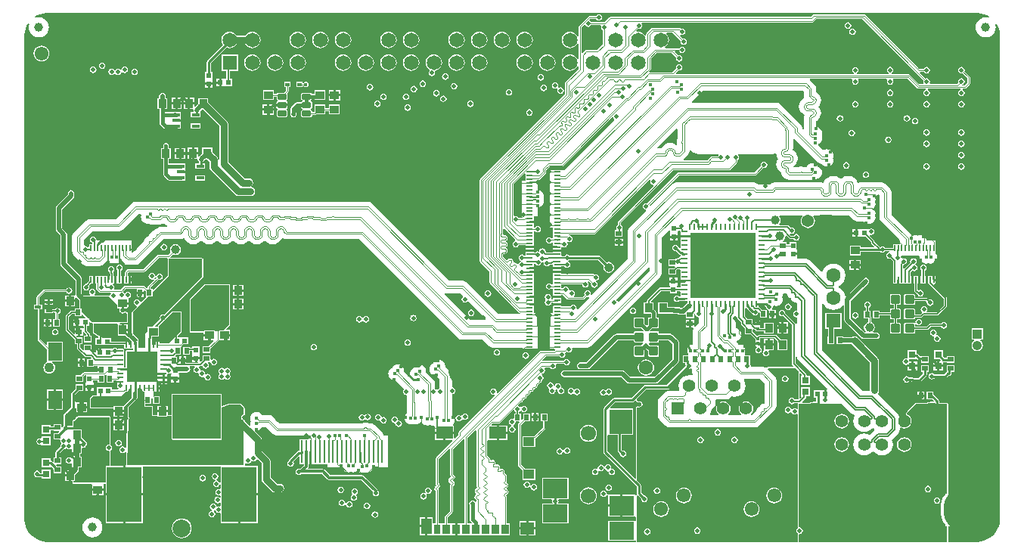
<source format=gtl>
G04*
G04 #@! TF.GenerationSoftware,Altium Limited,Altium Designer,19.1.8 (144)*
G04*
G04 Layer_Physical_Order=1*
G04 Layer_Color=255*
%FSLAX44Y44*%
%MOMM*%
G71*
G01*
G75*
%ADD16C,0.1016*%
%ADD18C,0.2540*%
%ADD22R,0.3600X0.3200*%
%ADD23R,0.5500X0.6500*%
%ADD24R,3.3000X4.4000*%
%ADD25R,3.9000X6.2000*%
%ADD26R,0.2800X2.6000*%
%ADD27R,2.8000X2.0000*%
%ADD28R,2.6000X2.8000*%
%ADD29R,2.8000X2.2000*%
%ADD30R,0.6500X0.5500*%
%ADD31R,0.1500X0.6500*%
%ADD32R,0.9000X1.0000*%
G04:AMPARAMS|DCode=33|XSize=0.6mm|YSize=1mm|CornerRadius=0.051mm|HoleSize=0mm|Usage=FLASHONLY|Rotation=90.000|XOffset=0mm|YOffset=0mm|HoleType=Round|Shape=RoundedRectangle|*
%AMROUNDEDRECTD33*
21,1,0.6000,0.8980,0,0,90.0*
21,1,0.4980,1.0000,0,0,90.0*
1,1,0.1020,0.4490,0.2490*
1,1,0.1020,0.4490,-0.2490*
1,1,0.1020,-0.4490,-0.2490*
1,1,0.1020,-0.4490,0.2490*
%
%ADD33ROUNDEDRECTD33*%
%ADD34R,0.6900X0.2800*%
%ADD35R,0.2800X0.6900*%
%ADD36R,7.3000X7.3000*%
G04:AMPARAMS|DCode=38|XSize=0.25mm|YSize=0.6mm|CornerRadius=0.0313mm|HoleSize=0mm|Usage=FLASHONLY|Rotation=180.000|XOffset=0mm|YOffset=0mm|HoleType=Round|Shape=RoundedRectangle|*
%AMROUNDEDRECTD38*
21,1,0.2500,0.5375,0,0,180.0*
21,1,0.1875,0.6000,0,0,180.0*
1,1,0.0625,-0.0938,0.2688*
1,1,0.0625,0.0938,0.2688*
1,1,0.0625,0.0938,-0.2688*
1,1,0.0625,-0.0938,-0.2688*
%
%ADD38ROUNDEDRECTD38*%
G04:AMPARAMS|DCode=39|XSize=0.25mm|YSize=0.6mm|CornerRadius=0.0313mm|HoleSize=0mm|Usage=FLASHONLY|Rotation=270.000|XOffset=0mm|YOffset=0mm|HoleType=Round|Shape=RoundedRectangle|*
%AMROUNDEDRECTD39*
21,1,0.2500,0.5375,0,0,270.0*
21,1,0.1875,0.6000,0,0,270.0*
1,1,0.0625,-0.2688,-0.0938*
1,1,0.0625,-0.2688,0.0938*
1,1,0.0625,0.2688,0.0938*
1,1,0.0625,0.2688,-0.0938*
%
%ADD39ROUNDEDRECTD39*%
%ADD40R,1.0000X0.9000*%
%ADD41R,0.7100X0.3000*%
%ADD42R,2.0000X0.8000*%
%ADD43R,0.8000X2.0000*%
%ADD44R,0.7000X0.1800*%
%ADD45R,0.8000X0.8000*%
%ADD46R,0.4800X0.4000*%
%ADD47R,0.3200X0.3600*%
%ADD48R,0.6200X0.6200*%
%ADD49R,0.6200X0.6200*%
%ADD50R,1.5000X2.0000*%
%ADD51R,0.7500X1.1000*%
%ADD52R,0.8500X1.1000*%
%ADD53R,0.8750X1.1000*%
%ADD54R,1.2000X1.0000*%
%ADD55R,1.9000X1.3500*%
%ADD56R,1.1700X1.8000*%
%ADD57R,1.5500X1.3500*%
%ADD110C,0.5080*%
%ADD124C,0.1005*%
%ADD125C,0.1339*%
%ADD126R,0.9000X0.4000*%
G04:AMPARAMS|DCode=127|XSize=3.45mm|YSize=3.45mm|CornerRadius=0.0863mm|HoleSize=0mm|Usage=FLASHONLY|Rotation=180.000|XOffset=0mm|YOffset=0mm|HoleType=Round|Shape=RoundedRectangle|*
%AMROUNDEDRECTD127*
21,1,3.4500,3.2775,0,0,180.0*
21,1,3.2775,3.4500,0,0,180.0*
1,1,0.1725,-1.6388,1.6388*
1,1,0.1725,1.6388,1.6388*
1,1,0.1725,1.6388,-1.6388*
1,1,0.1725,-1.6388,-1.6388*
%
%ADD127ROUNDEDRECTD127*%
%ADD128C,1.0000*%
%ADD129C,0.1524*%
%ADD130C,0.5080*%
%ADD131C,0.2032*%
%ADD132C,0.7620*%
%ADD133C,0.3810*%
%ADD134C,0.1270*%
%ADD135C,0.3048*%
%ADD136C,2.0000*%
%ADD137O,1.5000X2.7000*%
%ADD138O,1.5000X3.3000*%
%ADD139C,1.7000*%
%ADD140C,1.5500*%
%ADD141C,2.9500*%
%ADD142C,2.1000*%
%ADD143C,1.4000*%
%ADD144R,1.4000X1.4000*%
%ADD145C,3.4500*%
%ADD146C,1.4200*%
%ADD147R,1.0500X1.0500*%
%ADD148C,1.0500*%
%ADD149C,0.4064*%
%ADD150C,5.3000*%
%ADD151C,5.5000*%
%ADD152R,1.5500X1.5500*%
%ADD153O,1.5500X0.9000*%
%ADD154O,0.9500X1.2500*%
%ADD155R,1.3680X1.3680*%
%ADD156C,1.3680*%
%ADD157C,1.6500*%
%ADD158R,1.6500X1.6500*%
%ADD159C,1.6000*%
%ADD160R,1.6000X1.6000*%
%ADD161C,1.1000*%
G36*
X1070000Y596115D02*
X1071712Y596115D01*
X1075106Y595669D01*
X1078413Y594783D01*
X1081575Y593473D01*
X1084112Y592008D01*
X1084246Y591675D01*
X1083266Y590706D01*
X1082908Y590854D01*
X1080000Y591237D01*
X1077092Y590854D01*
X1074381Y589732D01*
X1072054Y587946D01*
X1070268Y585619D01*
X1069146Y582908D01*
X1068763Y580000D01*
X1069146Y577092D01*
X1070268Y574381D01*
X1072054Y572054D01*
X1074381Y570268D01*
X1077092Y569146D01*
X1080000Y568763D01*
X1082908Y569146D01*
X1085619Y570268D01*
X1087946Y572054D01*
X1089732Y574381D01*
X1090854Y577092D01*
X1091237Y580000D01*
X1090854Y582908D01*
X1090706Y583266D01*
X1091675Y584246D01*
X1092008Y584112D01*
X1093473Y581575D01*
X1094783Y578413D01*
X1095669Y575106D01*
X1096115Y571712D01*
Y570000D01*
Y30000D01*
X1096115Y28288D01*
X1095669Y24894D01*
X1094782Y21587D01*
X1093472Y18425D01*
X1091761Y15460D01*
X1089677Y12744D01*
X1087256Y10323D01*
X1084540Y8239D01*
X1081575Y6528D01*
X1078412Y5217D01*
X1075106Y4331D01*
X1071712Y3885D01*
X1070000Y3885D01*
X1039270D01*
X1038000Y3885D01*
Y20841D01*
X1038379Y20917D01*
X1039135Y21422D01*
X1039641Y22178D01*
X1039818Y23070D01*
X1039641Y23962D01*
X1039317Y24446D01*
X1039397Y24506D01*
X1038482Y25622D01*
X1036090Y30096D01*
X1034617Y34951D01*
X1034120Y40000D01*
X1034617Y45049D01*
X1036090Y49904D01*
X1038482Y54378D01*
X1038616Y54542D01*
X1038598Y54555D01*
X1038861Y54948D01*
X1039038Y55840D01*
X1038861Y56732D01*
X1038356Y57488D01*
X1037804Y57857D01*
X1037820Y57894D01*
X1037995Y58221D01*
X1037978Y58276D01*
X1038000Y58329D01*
Y85145D01*
X1038054Y85700D01*
X1038000Y86255D01*
Y141945D01*
X1038054Y142500D01*
X1038000Y143055D01*
Y158425D01*
X1037678Y159203D01*
X1036900Y159525D01*
X1028342D01*
Y161011D01*
X1028164Y161903D01*
X1027659Y162659D01*
X1021328Y168990D01*
Y171861D01*
X1013796D01*
Y163329D01*
X1020397D01*
X1021885Y161841D01*
X1021342Y160693D01*
X1019700Y160854D01*
X1016119Y160502D01*
X1012898Y159525D01*
X1001688D01*
X1000910Y159203D01*
X990553Y148846D01*
X990231Y148068D01*
Y146819D01*
X990315Y146617D01*
Y146398D01*
X990469Y146244D01*
X990553Y146042D01*
X990755Y145958D01*
X990910Y145803D01*
X992538Y145129D01*
X994004Y144004D01*
X995129Y142538D01*
X995836Y140832D01*
X996077Y139000D01*
X995836Y137168D01*
X995129Y135462D01*
X994004Y133996D01*
X992538Y132871D01*
X990832Y132164D01*
X989000Y131923D01*
X987168Y132164D01*
X985328Y132927D01*
X985284D01*
X985220Y132983D01*
X984997Y132969D01*
X984961Y132968D01*
X984723Y133032D01*
X984056Y133532D01*
X983727Y133914D01*
Y142135D01*
X983281Y144378D01*
X982010Y146280D01*
X958899Y169391D01*
X958942Y169821D01*
X960008Y171417D01*
X960383Y173300D01*
Y206843D01*
X960008Y208726D01*
X958942Y210322D01*
X936546Y232718D01*
X934950Y233785D01*
X933067Y234159D01*
X931184Y233785D01*
X929806Y232864D01*
X920666D01*
Y233505D01*
X913134D01*
Y224973D01*
X920666D01*
Y225613D01*
X929734D01*
X950542Y204805D01*
Y173300D01*
X950182Y172862D01*
X942069D01*
X896737Y218195D01*
Y270532D01*
X898007Y270785D01*
X898283Y270117D01*
X900380Y267384D01*
X903112Y265288D01*
X906294Y263970D01*
X909708Y263520D01*
X913123Y263970D01*
X916305Y265288D01*
X919037Y267384D01*
X920363Y269112D01*
X921633Y268681D01*
Y252472D01*
X921633Y252471D01*
X921909Y251084D01*
X922695Y249908D01*
X940693Y231910D01*
X940693Y231910D01*
X941869Y231124D01*
X943256Y230848D01*
X943256Y230848D01*
X957884D01*
X959272Y231124D01*
X960448Y231910D01*
X961234Y233086D01*
X961510Y234474D01*
X961234Y235861D01*
X960448Y237037D01*
X959272Y237823D01*
X957884Y238099D01*
X954284D01*
X953898Y239369D01*
X954337Y239663D01*
X955667Y241653D01*
X956134Y244000D01*
X955667Y246347D01*
X954337Y248337D01*
X952347Y249667D01*
X951650Y249806D01*
Y255733D01*
X951350Y256457D01*
Y262915D01*
X949683D01*
Y265848D01*
X950564Y266436D01*
X951350Y267612D01*
X951626Y269000D01*
X951350Y270387D01*
X950564Y271564D01*
X949388Y272350D01*
X948000Y272626D01*
X946613Y272350D01*
X945436Y271564D01*
X944650Y270387D01*
X944374Y269000D01*
X944650Y267612D01*
X945436Y266436D01*
X946317Y265848D01*
Y262915D01*
X943818D01*
Y254383D01*
X948351D01*
Y249806D01*
X947653Y249667D01*
X945663Y248337D01*
X944333Y246347D01*
X943866Y244000D01*
X944333Y241653D01*
X945585Y239779D01*
X945473Y239158D01*
X945204Y238442D01*
X944513Y238344D01*
X928884Y253973D01*
Y273610D01*
X948670Y293396D01*
X948670Y293396D01*
X949456Y294572D01*
X949732Y295960D01*
X949456Y297347D01*
X948670Y298523D01*
X947494Y299309D01*
X946107Y299585D01*
X944719Y299309D01*
X943543Y298523D01*
X943543Y298523D01*
X923781Y278761D01*
X922578Y279169D01*
X922452Y280128D01*
X921134Y283310D01*
X919037Y286042D01*
X916305Y288139D01*
X915328Y288543D01*
X915155Y289413D01*
X915328Y290283D01*
X916305Y290688D01*
X919037Y292785D01*
X921134Y295517D01*
X922452Y298699D01*
X922901Y302113D01*
X922452Y305528D01*
X921134Y308710D01*
X919037Y311442D01*
X916305Y313539D01*
X913123Y314856D01*
X909708Y315306D01*
X906294Y314856D01*
X903112Y313539D01*
X900380Y311442D01*
X898283Y308710D01*
X897374Y306516D01*
X895876Y306217D01*
X883089Y319005D01*
X881187Y320276D01*
X878943Y320722D01*
X869273D01*
X868687Y321750D01*
X868687Y321992D01*
Y324850D01*
X864317D01*
Y327390D01*
X868687D01*
Y329839D01*
X868687Y330490D01*
X868433Y331654D01*
Y339236D01*
X860201D01*
Y336769D01*
X857104D01*
Y339439D01*
X853049D01*
X852663Y340709D01*
X854175Y341718D01*
X855505Y343708D01*
X855971Y346056D01*
X855909Y346370D01*
X857079Y346995D01*
X860388Y343686D01*
X860934Y343322D01*
X861579Y343193D01*
X865048D01*
X865636Y342313D01*
X866813Y341527D01*
X868200Y341251D01*
X869587Y341527D01*
X870764Y342313D01*
X871550Y343489D01*
X871826Y344877D01*
X871550Y346264D01*
X870764Y347440D01*
X869587Y348227D01*
X868200Y348503D01*
X866813Y348227D01*
X865636Y347440D01*
X865048Y346560D01*
X862276D01*
X860550Y348286D01*
X861360Y349272D01*
X861609Y349106D01*
X862996Y348830D01*
X864383Y349106D01*
X865560Y349892D01*
X866346Y351068D01*
X866622Y352456D01*
X866346Y353843D01*
X865560Y355019D01*
X864383Y355805D01*
X862996Y356081D01*
X861609Y355805D01*
X861406Y355670D01*
X859230Y357846D01*
X858684Y358211D01*
X858040Y358339D01*
X849096D01*
X848728Y359554D01*
X848837Y359628D01*
X850167Y361618D01*
X850634Y363965D01*
X850167Y366312D01*
X848837Y368302D01*
X848710Y368387D01*
X849079Y369602D01*
X874781D01*
X875189Y368332D01*
X874138Y366962D01*
X873346Y365051D01*
X873076Y363000D01*
X873346Y360949D01*
X874138Y359038D01*
X875397Y357397D01*
X877038Y356138D01*
X878949Y355346D01*
X881000Y355076D01*
X883051Y355346D01*
X884962Y356138D01*
X886603Y357397D01*
X887862Y359038D01*
X888654Y360949D01*
X888924Y363000D01*
X888654Y365051D01*
X887862Y366962D01*
X886811Y368332D01*
X887219Y369602D01*
X926903D01*
X932231Y364274D01*
X934080Y363039D01*
X936260Y362606D01*
X943806D01*
X944398Y361834D01*
X945883Y360694D01*
X947614Y359977D01*
X949470Y359733D01*
X951327Y359977D01*
X953057Y360694D01*
X954542Y361834D01*
X955683Y363319D01*
X956399Y365049D01*
X956644Y366906D01*
X956399Y368763D01*
X956116Y369446D01*
X956399Y370129D01*
X956644Y371986D01*
X956399Y373843D01*
X955683Y375573D01*
X954629Y376946D01*
X955683Y378319D01*
X956399Y380049D01*
X956644Y381906D01*
X956399Y383763D01*
X956116Y384446D01*
X956399Y385129D01*
X956644Y386986D01*
X956399Y388843D01*
X955834Y390206D01*
X955913Y390580D01*
X956231Y391199D01*
X956536Y391547D01*
X958596Y391957D01*
X959778Y392747D01*
X960258D01*
X960878Y392127D01*
Y367147D01*
X961312Y364967D01*
X962547Y363119D01*
X983572Y342093D01*
X984170Y341080D01*
X984170D01*
X984170Y341080D01*
Y338119D01*
X983848Y337241D01*
X982815Y337016D01*
X980234Y337016D01*
X978964Y337016D01*
X976234D01*
Y333213D01*
X967660D01*
X967508Y333314D01*
X967336Y333348D01*
X967018Y333824D01*
X965842Y334610D01*
X964454Y334886D01*
X963067Y334610D01*
X961891Y333824D01*
X961806Y333816D01*
X955722Y339900D01*
Y340098D01*
X955564Y340891D01*
X955115Y341563D01*
X955115Y341563D01*
X950061Y346617D01*
X950310Y347122D01*
X950810Y347664D01*
X951986Y347430D01*
X953373Y347706D01*
X954550Y348492D01*
X955336Y349668D01*
X955612Y351056D01*
X955336Y352443D01*
X954550Y353619D01*
X953373Y354405D01*
X951986Y354681D01*
X950599Y354405D01*
X949478Y353657D01*
X948208Y353772D01*
X947997Y353772D01*
X940627D01*
X939462Y354026D01*
X938811Y354026D01*
X936362D01*
Y349656D01*
Y345286D01*
X938811D01*
X939462Y345286D01*
X940627Y345540D01*
X945278D01*
X951578Y339240D01*
Y339042D01*
X951578Y339042D01*
X951736Y338249D01*
X952185Y337577D01*
X955281Y334481D01*
X954795Y333308D01*
X940016D01*
Y335372D01*
X927984D01*
Y324340D01*
X940016D01*
Y328646D01*
X961965D01*
X963067Y327910D01*
X964454Y327635D01*
X965842Y327910D01*
X967018Y328696D01*
X967576Y329531D01*
X967660Y329587D01*
X971836D01*
X971961Y328317D01*
X970713Y328069D01*
X969536Y327283D01*
X968750Y326107D01*
X968474Y324719D01*
X968750Y323332D01*
X969536Y322155D01*
X970713Y321370D01*
X972100Y321093D01*
X973139Y321300D01*
X976317Y318122D01*
Y301516D01*
X976234D01*
Y292984D01*
X978815D01*
X979980Y292730D01*
X980730Y292730D01*
Y297250D01*
X983270D01*
Y292730D01*
X984020D01*
X985185Y292984D01*
X987766Y292984D01*
X989036Y292984D01*
X991766Y292984D01*
X993036Y292984D01*
X994815D01*
X995980Y292730D01*
X996730Y292730D01*
Y297250D01*
Y301770D01*
X995980Y301770D01*
X995683Y302917D01*
Y305462D01*
X997869Y307647D01*
X998613Y307150D01*
X1000000Y306874D01*
X1001387Y307150D01*
X1002564Y307936D01*
X1003350Y309112D01*
X1003626Y310500D01*
X1003350Y311887D01*
X1002564Y313064D01*
X1001387Y313850D01*
X1001186Y315185D01*
X1001562Y315436D01*
X1002348Y316612D01*
X1002624Y317999D01*
X1002348Y319387D01*
X1001562Y320563D01*
X1000386Y321349D01*
X998998Y321625D01*
X997610Y321349D01*
X996434Y320563D01*
X995648Y319387D01*
X995372Y317999D01*
X995648Y316612D01*
X995752Y316457D01*
X988953Y309659D01*
X988363Y309753D01*
X987683Y310116D01*
Y313141D01*
X987998Y314374D01*
X989386Y314650D01*
X990562Y315436D01*
X991348Y316612D01*
X991624Y317999D01*
X991348Y319387D01*
X990562Y320563D01*
X989386Y321349D01*
X987998Y321625D01*
X986787Y321384D01*
X986519Y321408D01*
X985448Y322100D01*
X985293Y322881D01*
X985113Y323150D01*
X985792Y324420D01*
X1005563D01*
X1006401Y323465D01*
X1006287Y322600D01*
X1006531Y320743D01*
X1007248Y319013D01*
X1008388Y317528D01*
X1009873Y316388D01*
X1011603Y315671D01*
X1013460Y315427D01*
X1015317Y315671D01*
X1016000Y315954D01*
X1016683Y315671D01*
X1018540Y315427D01*
X1020397Y315671D01*
X1022127Y316388D01*
X1023612Y317528D01*
X1024752Y319013D01*
X1025469Y320743D01*
X1025713Y322600D01*
X1025469Y324457D01*
X1024752Y326187D01*
X1024126Y327004D01*
X1024020Y328230D01*
X1024020D01*
Y337270D01*
X1023830D01*
Y341080D01*
X1013571D01*
X1013469Y341857D01*
X1012752Y343587D01*
X1011612Y345072D01*
X1010127Y346212D01*
X1008397Y346929D01*
X1006540Y347173D01*
X1004683Y346929D01*
X1004000Y346646D01*
X1003317Y346929D01*
X1001460Y347173D01*
X999603Y346929D01*
X998176Y346338D01*
X997172Y347841D01*
X974718Y370295D01*
Y395275D01*
X974284Y397455D01*
X973049Y399304D01*
X967594Y404759D01*
X965746Y405994D01*
X963565Y406427D01*
X941743Y406427D01*
X941355Y406350D01*
X939220Y406069D01*
X937764Y405466D01*
X936909Y405960D01*
X935935Y408311D01*
X934386Y410330D01*
X932367Y411879D01*
X930016Y412853D01*
X927881Y413134D01*
X927493Y413211D01*
X924979D01*
X924591Y413134D01*
X922456Y412853D01*
X920105Y411879D01*
X918802Y410879D01*
X917854Y410438D01*
X916906Y410879D01*
X915603Y411879D01*
X913252Y412853D01*
X911117Y413134D01*
X910729Y413211D01*
X908215D01*
X907827Y413134D01*
X905692Y412853D01*
X903341Y411879D01*
X901322Y410330D01*
X899773Y408311D01*
X898799Y405960D01*
X897944Y405466D01*
X896488Y406069D01*
X894353Y406350D01*
X893965Y406427D01*
X843497Y406427D01*
X841317Y405994D01*
X839468Y404759D01*
X838343Y403633D01*
X825657D01*
X824592Y404698D01*
X822744Y405933D01*
X820563Y406367D01*
X733687D01*
X731507Y405933D01*
X729658Y404698D01*
X705202Y380242D01*
X703811Y380648D01*
X703661Y381328D01*
X736683Y414350D01*
X821999D01*
X823166Y414834D01*
X830920Y422588D01*
X831998Y422374D01*
X833386Y422649D01*
X834562Y423435D01*
X835348Y424612D01*
X835624Y425999D01*
X835348Y427387D01*
X834562Y428563D01*
X833386Y429349D01*
X831998Y429625D01*
X830611Y429349D01*
X829435Y428563D01*
X828649Y427387D01*
X828373Y425999D01*
X828587Y424921D01*
X821316Y417650D01*
X736000D01*
X734834Y417166D01*
X700667Y383000D01*
X699783Y383176D01*
X698396Y382900D01*
X697220Y382114D01*
X696434Y380938D01*
X696158Y379550D01*
X696434Y378162D01*
X697220Y376986D01*
X698396Y376200D01*
X699203Y376040D01*
X699664Y374704D01*
X680971Y356012D01*
X679736Y354163D01*
X679303Y351983D01*
Y320692D01*
X638812Y280201D01*
X637642Y280827D01*
X637839Y281818D01*
X637563Y283205D01*
X636777Y284382D01*
X635601Y285168D01*
X634213Y285443D01*
X632826Y285168D01*
X631650Y284382D01*
X630863Y283205D01*
X630588Y281818D01*
X630828Y280610D01*
X628402Y278184D01*
X619168D01*
X618783Y279454D01*
X618847Y279497D01*
X619633Y280673D01*
X619909Y282061D01*
X619633Y283448D01*
X618847Y284624D01*
X617671Y285410D01*
X616283Y285686D01*
X614896Y285410D01*
X614794Y285468D01*
X613780Y286192D01*
X613537Y287413D01*
X612751Y288589D01*
X611575Y289375D01*
X610187Y289651D01*
X608800Y289375D01*
X607623Y288589D01*
X607013Y287675D01*
X606017D01*
X604916Y288084D01*
X604916Y289186D01*
X604916Y291916D01*
X606006Y292350D01*
X628085D01*
X628373Y291999D01*
X628649Y290612D01*
X629435Y289436D01*
X630611Y288650D01*
X631999Y288374D01*
X633386Y288650D01*
X634562Y289436D01*
X635348Y290612D01*
X635624Y291999D01*
X635348Y293387D01*
X634727Y294317D01*
X634913Y295301D01*
X635113Y295723D01*
X635327Y295776D01*
X638365Y292738D01*
X638202Y291919D01*
X638478Y290531D01*
X639264Y289355D01*
X640441Y288569D01*
X641828Y288293D01*
X643215Y288569D01*
X644392Y289355D01*
X645178Y290531D01*
X645454Y291919D01*
X645178Y293306D01*
X644392Y294483D01*
X643651Y294977D01*
X643918Y296325D01*
X644770Y296495D01*
X645946Y297281D01*
X646732Y298457D01*
X647008Y299844D01*
X646732Y301232D01*
X645946Y302408D01*
X644770Y303194D01*
X643382Y303470D01*
X641994Y303194D01*
X641934Y303154D01*
X641921Y303166D01*
X640755Y303650D01*
X613009D01*
X612916Y303611D01*
X609658D01*
X609566Y303650D01*
X606365D01*
X605170Y303830D01*
Y304730D01*
X600400D01*
X595630D01*
Y303830D01*
X595630D01*
X595884Y303576D01*
X595884Y300084D01*
X595884Y298814D01*
X595884Y296084D01*
X595884Y294814D01*
X595884Y292783D01*
X595637Y292579D01*
X594103Y292589D01*
X592927Y293375D01*
X591539Y293651D01*
X590152Y293375D01*
X588975Y292589D01*
X588189Y291413D01*
X587913Y290026D01*
X588189Y288638D01*
X588975Y287462D01*
X590152Y286676D01*
X591539Y286400D01*
X592927Y286676D01*
X594103Y287462D01*
X595643Y287480D01*
X595884Y287279D01*
Y284084D01*
X595884D01*
Y283916D01*
X595884D01*
Y280170D01*
X595630D01*
Y279270D01*
X600400D01*
X605170D01*
Y280033D01*
X606405Y280253D01*
X611291Y275368D01*
X612457Y274885D01*
X629085D01*
X630252Y275368D01*
X633265Y278381D01*
X634213Y278192D01*
X635204Y278389D01*
X635830Y277219D01*
X623122Y264512D01*
X621952Y265137D01*
X622113Y265947D01*
X621837Y267334D01*
X621051Y268510D01*
X619875Y269296D01*
X618487Y269572D01*
X617100Y269296D01*
X615924Y268510D01*
X615313Y267596D01*
X608631D01*
X608440Y267675D01*
X606376D01*
X605170Y267830D01*
Y268730D01*
X600400D01*
X595630D01*
Y267830D01*
X595884D01*
Y264084D01*
X595884D01*
Y263916D01*
X595884D01*
Y260170D01*
X595630D01*
Y259980D01*
X591820D01*
Y248020D01*
Y244020D01*
Y232020D01*
Y220020D01*
X595630D01*
Y219830D01*
X597589D01*
X597891Y218784D01*
X597901Y218560D01*
X596880Y217539D01*
X581400D01*
X580234Y217056D01*
X533608Y170430D01*
X532438Y171056D01*
X532626Y172000D01*
X532350Y173388D01*
X531564Y174564D01*
X530387Y175350D01*
X529000Y175626D01*
X527612Y175350D01*
X526436Y174564D01*
X525650Y173388D01*
X525374Y172000D01*
X525650Y170613D01*
X526436Y169436D01*
X527612Y168650D01*
X529000Y168374D01*
X529944Y168562D01*
X530570Y167392D01*
X490434Y127255D01*
X489950Y126089D01*
Y123691D01*
X485943Y119684D01*
X484770Y120170D01*
Y124730D01*
X475270D01*
Y117980D01*
X482580D01*
X483066Y116807D01*
X464834Y98574D01*
X464350Y97408D01*
Y70130D01*
Y68479D01*
X464638Y67785D01*
X464732Y67098D01*
X464302Y66185D01*
X463802Y65851D01*
X463129Y64843D01*
X462953Y63959D01*
X462826Y63653D01*
Y63399D01*
X462953Y63093D01*
X463129Y62210D01*
X463802Y61202D01*
X464350Y60836D01*
Y52346D01*
Y25164D01*
X463452Y24266D01*
X461084Y24266D01*
X460870Y25447D01*
Y31520D01*
X455020D01*
Y21250D01*
Y10980D01*
X459919D01*
X460870Y10980D01*
X462035Y11234D01*
X470616D01*
Y11234D01*
X471084D01*
Y11234D01*
X480665D01*
X481830Y10980D01*
X482781Y10980D01*
X486080D01*
Y17750D01*
Y24520D01*
X482781D01*
X481830Y24520D01*
X480665Y24266D01*
X478000D01*
Y31505D01*
X483208Y36714D01*
X483691Y37880D01*
Y45000D01*
Y66377D01*
X483716Y66388D01*
X483748Y66465D01*
X484477Y66951D01*
X485207Y68044D01*
X485407Y69049D01*
X485524Y69332D01*
X485407Y69615D01*
X485207Y70620D01*
X484477Y71713D01*
X483954Y72062D01*
X483912Y72531D01*
X484086Y73499D01*
X484930Y74063D01*
X485660Y75156D01*
X485860Y76161D01*
X485978Y76444D01*
X485860Y76727D01*
X485660Y77732D01*
X484930Y78825D01*
X483838Y79554D01*
X483691Y79584D01*
Y107361D01*
X495527Y119197D01*
X496700Y118710D01*
Y24266D01*
X494035D01*
X492870Y24520D01*
X491919Y24520D01*
X488620D01*
Y17750D01*
Y10980D01*
X491919D01*
X492870Y10980D01*
X494035Y11234D01*
X502814D01*
X503616Y11234D01*
X504886Y11234D01*
X513814D01*
X514616Y11234D01*
X515886Y11234D01*
X525616D01*
Y11234D01*
X525959D01*
Y11234D01*
X536741D01*
Y11234D01*
X537084D01*
Y11234D01*
X547616D01*
Y24266D01*
X544000D01*
Y44000D01*
Y54038D01*
X543834Y54436D01*
X543756Y54831D01*
X543533Y55165D01*
X543516Y55204D01*
X543503Y55210D01*
X543390Y55379D01*
X543862Y56761D01*
X543903Y56769D01*
X544995Y57499D01*
X545725Y58591D01*
X545925Y59597D01*
X546042Y59880D01*
X545925Y60163D01*
X545725Y61168D01*
X544995Y62260D01*
X544292Y62730D01*
X544255Y62840D01*
Y64031D01*
X544292Y64142D01*
X544995Y64611D01*
X545725Y65704D01*
X545925Y66709D01*
X546042Y66992D01*
X545925Y67275D01*
X545725Y68280D01*
X544995Y69373D01*
X543903Y70102D01*
X543745Y70134D01*
X543505Y70809D01*
X543394Y71498D01*
X543503Y71662D01*
X543516Y71667D01*
X543533Y71707D01*
X543756Y72041D01*
X543834Y72435D01*
X544000Y72834D01*
Y77660D01*
X543516Y78826D01*
X542889Y79453D01*
X542889Y79453D01*
X541272Y81071D01*
X541505Y82246D01*
X541249Y83534D01*
X540679Y84387D01*
X540562Y84669D01*
X540279Y84786D01*
X539427Y85356D01*
X538138Y85612D01*
X537309Y85447D01*
X537205Y85499D01*
X536363Y86341D01*
X536311Y86445D01*
X536476Y87275D01*
X536220Y88563D01*
X535650Y89416D01*
X535533Y89698D01*
X535251Y89815D01*
X534398Y90385D01*
X533110Y90641D01*
X532280Y90476D01*
X532176Y90528D01*
X531334Y91370D01*
X531282Y91474D01*
X531447Y92304D01*
X531191Y93592D01*
X530621Y94445D01*
X530504Y94727D01*
X530221Y94844D01*
X529369Y95414D01*
X528080Y95670D01*
X526792Y95414D01*
X526658Y95324D01*
X526011Y95632D01*
X525445Y96041D01*
X525406Y96234D01*
X525412Y96247D01*
X525396Y96287D01*
X525317Y96681D01*
X525094Y97015D01*
X524929Y97414D01*
X522774Y99569D01*
X522774Y99569D01*
X522000Y100343D01*
Y117160D01*
X522930Y117980D01*
X532430D01*
Y126000D01*
Y134020D01*
X527012D01*
X526526Y135193D01*
X527683Y136350D01*
X535042D01*
X536208Y136833D01*
X551194Y151819D01*
X552572Y151401D01*
X552687Y150827D01*
X553473Y149651D01*
X554353Y149062D01*
Y147605D01*
X552270D01*
Y142170D01*
X551000Y141426D01*
X549999Y141625D01*
X548611Y141349D01*
X547435Y140563D01*
X546649Y139387D01*
X546373Y138000D01*
X546649Y136612D01*
X547435Y135436D01*
X548611Y134650D01*
X548622Y134648D01*
Y133353D01*
X548611Y133351D01*
X547435Y132565D01*
X546649Y131389D01*
X546373Y130001D01*
X546649Y128614D01*
X547435Y127438D01*
X548611Y126652D01*
X549999Y126376D01*
X551386Y126652D01*
X552563Y127438D01*
X553349Y128614D01*
X553625Y130001D01*
X553349Y131389D01*
X552563Y132565D01*
X551386Y133351D01*
X551376Y133353D01*
Y134648D01*
X551386Y134650D01*
X552563Y135436D01*
X553349Y136612D01*
X553625Y138000D01*
X553606Y138091D01*
X554412Y139073D01*
X557778D01*
X558264Y137900D01*
X556770Y136406D01*
X556287Y135240D01*
Y90013D01*
X556770Y88847D01*
X561558Y84059D01*
Y83742D01*
X561684Y83439D01*
Y73234D01*
X575716D01*
Y85266D01*
X564641D01*
X564374Y85908D01*
X559586Y90696D01*
Y134556D01*
X564103Y139073D01*
X569802D01*
Y147605D01*
X562270D01*
Y141823D01*
X562128Y141764D01*
X560975Y140611D01*
X559802Y141097D01*
Y147605D01*
X557720D01*
Y149062D01*
X558600Y149651D01*
X559038Y150306D01*
X560478Y150404D01*
X560507Y150393D01*
X560591Y150267D01*
X561767Y149481D01*
X563154Y149205D01*
X564542Y149481D01*
X565718Y150267D01*
X566504Y151443D01*
X566780Y152831D01*
X566504Y154218D01*
X565718Y155394D01*
X564542Y156180D01*
X563154Y156456D01*
X561767Y156180D01*
X560591Y155394D01*
X560153Y154740D01*
X558713Y154641D01*
X558684Y154653D01*
X558600Y154778D01*
X557424Y155564D01*
X556849Y155678D01*
X556431Y157056D01*
X559205Y159830D01*
X560094Y160007D01*
X560532Y160300D01*
X560908Y160455D01*
X561805Y161353D01*
X561961Y161728D01*
X562254Y162166D01*
X562368Y162741D01*
X562431Y163058D01*
X563154Y163781D01*
X564045Y163958D01*
X564483Y164251D01*
X564859Y164406D01*
X565757Y165305D01*
X565912Y165680D01*
X566205Y166118D01*
X566319Y166692D01*
X566382Y167010D01*
X567105Y167732D01*
X567997Y167910D01*
X568435Y168202D01*
X568810Y168358D01*
X569708Y169256D01*
X569864Y169631D01*
X570156Y170069D01*
X570271Y170644D01*
X570334Y170961D01*
X571056Y171684D01*
X571948Y171861D01*
X572386Y172154D01*
X572761Y172309D01*
X573660Y173207D01*
X573815Y173582D01*
X574108Y174020D01*
X574222Y174595D01*
X574285Y174912D01*
X575008Y175635D01*
X575900Y175812D01*
X576338Y176105D01*
X576713Y176260D01*
X577611Y177158D01*
X577766Y177534D01*
X578059Y177972D01*
X578175Y178555D01*
X578420Y179729D01*
X579586Y180212D01*
X581562Y182187D01*
X581562Y182187D01*
X582550Y183175D01*
X582978Y184209D01*
X583947Y184857D01*
X584733Y186033D01*
X585009Y187421D01*
X584733Y188808D01*
X583947Y189984D01*
X583430Y190330D01*
X583039Y191853D01*
X583071Y191981D01*
X583109Y192032D01*
X583326Y192162D01*
X584571Y192409D01*
X585747Y193195D01*
X586533Y194371D01*
X586809Y195759D01*
X586533Y197146D01*
X586084Y197819D01*
X586713Y199089D01*
X592109D01*
X592720Y198174D01*
X593896Y197388D01*
X595284Y197113D01*
X596671Y197388D01*
X597847Y198174D01*
X598633Y199351D01*
X598909Y200738D01*
X598682Y201883D01*
X599358Y203153D01*
X607956D01*
X608435Y202436D01*
X609611Y201650D01*
X610999Y201374D01*
X612386Y201650D01*
X613563Y202436D01*
X614348Y203612D01*
X614624Y205000D01*
X614348Y206387D01*
X613563Y207563D01*
X612386Y208349D01*
X610999Y208625D01*
X609611Y208349D01*
X608435Y207563D01*
X607692Y206452D01*
X584442D01*
X583956Y207625D01*
X588052Y211722D01*
X602779D01*
X603390Y210808D01*
X604566Y210022D01*
X605953Y209746D01*
X607341Y210022D01*
X608517Y210808D01*
X609303Y211984D01*
X609579Y213372D01*
X609343Y214558D01*
X609323Y214800D01*
X609949Y216079D01*
X610409Y216269D01*
X610915Y216775D01*
X612080Y215997D01*
X613467Y215721D01*
X614855Y215997D01*
X616031Y216783D01*
X616817Y217960D01*
X617093Y219347D01*
X616980Y219915D01*
X617927Y221185D01*
X634154D01*
X636334Y221619D01*
X638183Y222854D01*
X715697Y300368D01*
X716932Y302216D01*
X717365Y304397D01*
Y344676D01*
X725711Y353021D01*
X726884Y352535D01*
Y351035D01*
X726630Y349870D01*
X726630Y349219D01*
Y346770D01*
X735370D01*
Y349219D01*
X735370Y349870D01*
X735116Y351035D01*
Y351530D01*
X736014Y352428D01*
X737644D01*
X738394Y351440D01*
X738434Y351240D01*
Y348726D01*
X738180D01*
Y347326D01*
X742900D01*
Y344786D01*
X738180D01*
Y343386D01*
X738180D01*
X738434Y343132D01*
X738434Y338640D01*
X738434Y337370D01*
X738434Y332969D01*
X737164Y332413D01*
X736610Y332918D01*
X736626Y332998D01*
X736350Y334385D01*
X735564Y335562D01*
X734388Y336348D01*
X733001Y336624D01*
X731613Y336348D01*
X730437Y335562D01*
X729651Y334385D01*
X729375Y332998D01*
X729651Y331610D01*
X730437Y330434D01*
X731613Y329648D01*
X733001Y329372D01*
X733171Y329406D01*
X736855Y325722D01*
X737611Y325216D01*
X738186Y325102D01*
X738398Y323849D01*
X737808Y323098D01*
X737499Y322831D01*
X737035Y322521D01*
X736024Y321510D01*
X735444Y321625D01*
X734056Y321349D01*
X732880Y320563D01*
X732719Y320322D01*
X725133D01*
Y312790D01*
X731956D01*
X732482Y311520D01*
X731284Y310322D01*
X725133D01*
Y302790D01*
X733665D01*
Y307941D01*
X735096Y309372D01*
X737542D01*
X738434Y308472D01*
X738434Y307370D01*
X738434Y303640D01*
X738434Y302370D01*
Y298726D01*
X738180D01*
Y297326D01*
X742900D01*
Y294786D01*
X738180D01*
Y293386D01*
X738434D01*
X738434Y288640D01*
X737169Y288627D01*
X735515D01*
X734616Y289526D01*
Y290021D01*
X734871Y291186D01*
X734871Y291836D01*
Y294286D01*
X726131D01*
Y291836D01*
X726131Y291186D01*
X726385Y290021D01*
Y289526D01*
X725486Y288627D01*
X715998D01*
X715205Y288470D01*
X714533Y288021D01*
X714533Y288021D01*
X701385Y274872D01*
X700936Y274200D01*
X700778Y273407D01*
X700778Y273407D01*
Y271606D01*
X697334D01*
Y259574D01*
X704679D01*
X704728Y259500D01*
X705305Y258923D01*
Y255295D01*
X702767D01*
Y254795D01*
X702268D01*
Y247450D01*
X702194Y247400D01*
X701141Y246348D01*
X699413Y246361D01*
X698373Y247400D01*
X698299Y247450D01*
Y254795D01*
X697800D01*
Y255295D01*
X686768D01*
Y254795D01*
X686267D01*
Y243763D01*
X686768D01*
Y243263D01*
X694112D01*
X694162Y243189D01*
X696629Y240722D01*
X696650Y240613D01*
X696682Y240565D01*
X696003Y239295D01*
X686768D01*
Y238795D01*
X686267D01*
Y236904D01*
X666769D01*
X666769Y236904D01*
X665381Y236628D01*
X664205Y235842D01*
X664205Y235842D01*
X632989Y204626D01*
X626000D01*
X624613Y204350D01*
X623436Y203564D01*
X622650Y202388D01*
X622374Y201000D01*
X622650Y199613D01*
X623436Y198436D01*
X624613Y197650D01*
X626000Y197374D01*
X634490D01*
X634490Y197374D01*
X635878Y197650D01*
X637054Y198436D01*
X668271Y229653D01*
X686267D01*
Y227763D01*
X686768D01*
Y227263D01*
X696376D01*
X696495Y227118D01*
X696779Y225945D01*
X696656Y225863D01*
X694088Y223295D01*
X686768D01*
Y222795D01*
X686267D01*
Y211763D01*
X686768D01*
Y211263D01*
X697800D01*
Y211763D01*
X698299D01*
Y219083D01*
X699502Y220286D01*
X702020Y217768D01*
X702268Y217603D01*
Y211763D01*
X702767D01*
Y211263D01*
X713800D01*
Y211763D01*
X714299D01*
Y222795D01*
X713800D01*
Y223295D01*
X704917D01*
X703480Y224732D01*
X703350Y225387D01*
X702945Y225993D01*
X703624Y227263D01*
X713800D01*
Y227763D01*
X714299D01*
Y229653D01*
X725285D01*
X729449Y225490D01*
Y208576D01*
X709498Y188626D01*
X700093D01*
X700010Y189896D01*
X700762Y189995D01*
X702137Y190176D01*
X704330Y191084D01*
X706214Y192529D01*
X707659Y194413D01*
X708567Y196606D01*
X708877Y198960D01*
X708567Y201313D01*
X707659Y203507D01*
X706214Y205390D01*
X704330Y206835D01*
X702137Y207744D01*
X699783Y208053D01*
X697430Y207744D01*
X695237Y206835D01*
X693353Y205390D01*
X691908Y203507D01*
X691000Y201313D01*
X690690Y198960D01*
X691000Y196606D01*
X691908Y194413D01*
X693353Y192529D01*
X695237Y191084D01*
X697430Y190176D01*
X698804Y189995D01*
X699557Y189896D01*
X699474Y188626D01*
X682126D01*
X676188Y194564D01*
X675012Y195350D01*
X673624Y195625D01*
X673624Y195625D01*
X607999D01*
X606612Y195350D01*
X605435Y194564D01*
X605435Y194563D01*
X605435Y194563D01*
X604649Y193387D01*
X604373Y192000D01*
X604649Y190612D01*
X605435Y189436D01*
X606611Y188650D01*
X607999Y188374D01*
X608000Y188374D01*
X672122D01*
X678060Y182436D01*
X678060Y182436D01*
X679236Y181650D01*
X680624Y181374D01*
X711000D01*
X711000Y181374D01*
X712387Y181650D01*
X713564Y182436D01*
X735638Y204510D01*
X735638Y204510D01*
X736424Y205687D01*
X736700Y207074D01*
X736700Y207074D01*
Y226992D01*
X736424Y228379D01*
X735638Y229555D01*
X735638Y229555D01*
X729351Y235842D01*
X728175Y236628D01*
X726787Y236904D01*
X726787Y236904D01*
X714299D01*
Y238795D01*
X713800D01*
Y239295D01*
X704210D01*
X703817Y240195D01*
X703781Y240565D01*
X706405Y243189D01*
X706455Y243263D01*
X713800D01*
Y243763D01*
X714299D01*
Y254795D01*
X713800D01*
Y255295D01*
X711262D01*
Y260156D01*
X711035Y261296D01*
X710389Y262262D01*
X708940Y263712D01*
X708366Y264095D01*
Y271606D01*
X705711D01*
X705248Y272876D01*
X716856Y284484D01*
X726385D01*
Y282440D01*
X734616D01*
Y284484D01*
X737812D01*
X738434Y283472D01*
X738434Y282370D01*
X738434Y278640D01*
X737269Y278386D01*
X737026D01*
X736871Y278619D01*
X735695Y279405D01*
X734307Y279681D01*
X732919Y279405D01*
X731743Y278619D01*
X730957Y277443D01*
X730681Y276056D01*
X730957Y274668D01*
X731743Y273492D01*
X732919Y272706D01*
X734307Y272430D01*
X735695Y272706D01*
X736871Y273492D01*
X737026Y273725D01*
X738434D01*
Y273640D01*
X746084D01*
Y271349D01*
X745806Y271164D01*
X740268Y265625D01*
X739210D01*
X738284Y266243D01*
X736897Y266520D01*
X736896Y266520D01*
X732157D01*
X730970Y266756D01*
X730970Y266756D01*
X724366D01*
Y271606D01*
X713334D01*
Y259574D01*
X720460D01*
X720810Y259504D01*
X720810Y259504D01*
X730019D01*
X731206Y259268D01*
X731206Y259268D01*
X735478D01*
X736404Y258650D01*
X737791Y258374D01*
X737791Y258374D01*
X741999D01*
X743386Y258650D01*
X743599Y258792D01*
X744869Y258113D01*
Y254221D01*
X753401D01*
Y259174D01*
X753686Y259354D01*
X754252Y259100D01*
X754913Y258626D01*
X755150Y257433D01*
X755936Y256257D01*
X757113Y255471D01*
X758500Y255195D01*
X759159Y254654D01*
Y249018D01*
X754925Y244783D01*
X753655Y245309D01*
Y246716D01*
X750405D01*
Y243967D01*
X752488D01*
X753167Y242696D01*
X752593Y241838D01*
X752160Y239658D01*
Y224680D01*
X747920D01*
Y220870D01*
X746130D01*
Y215130D01*
X746651D01*
Y212826D01*
X740715D01*
Y204294D01*
X743630D01*
Y203095D01*
X743807Y202203D01*
X744184Y201640D01*
X744004Y200738D01*
X744059Y200463D01*
X722926Y179331D01*
X698872D01*
X697980Y179153D01*
X697224Y178648D01*
X683426Y164850D01*
X664187D01*
X663295Y164673D01*
X662539Y164168D01*
X652654Y154283D01*
X652149Y153527D01*
X651972Y152635D01*
Y104530D01*
X652149Y103638D01*
X652654Y102882D01*
X689636Y65900D01*
Y58031D01*
X689814Y57139D01*
X689608Y56462D01*
X689066Y55973D01*
X688972Y55934D01*
X688889Y55732D01*
X687670Y56075D01*
Y56770D01*
X673670D01*
Y44500D01*
Y32230D01*
X687380D01*
X687670Y32230D01*
X688650Y31530D01*
Y27602D01*
X687416Y27516D01*
X687380Y27516D01*
X657384D01*
Y5484D01*
X687380D01*
X687416Y5484D01*
X688650Y5398D01*
Y3885D01*
X30000Y3884D01*
X28288Y3884D01*
X24894Y4331D01*
X21587Y5217D01*
X18425Y6528D01*
X15460Y8239D01*
X12744Y10323D01*
X10323Y12744D01*
X8239Y15460D01*
X6528Y18425D01*
X5217Y21587D01*
X4331Y24894D01*
X3884Y28288D01*
Y30000D01*
X3884Y570000D01*
X3884Y571712D01*
X4331Y575106D01*
X5217Y578413D01*
X6528Y581575D01*
X7992Y584112D01*
X8325Y584246D01*
X9294Y583266D01*
X9146Y582908D01*
X8763Y580000D01*
X9146Y577092D01*
X10268Y574381D01*
X12054Y572054D01*
X14381Y570268D01*
X17092Y569146D01*
X20000Y568763D01*
X22908Y569146D01*
X25619Y570268D01*
X27946Y572054D01*
X29732Y574381D01*
X30854Y577092D01*
X31237Y580000D01*
X30854Y582908D01*
X29732Y585619D01*
X27946Y587946D01*
X25619Y589732D01*
X22908Y590854D01*
X20000Y591237D01*
X17092Y590854D01*
X16734Y590706D01*
X15754Y591675D01*
X15888Y592008D01*
X18425Y593473D01*
X21587Y594783D01*
X24894Y595669D01*
X28288Y596115D01*
X30000D01*
X1070000Y596115D01*
D02*
G37*
G36*
X703684Y310543D02*
Y307704D01*
X668981Y273000D01*
X667555Y273370D01*
X666992Y274213D01*
X666876Y275393D01*
X702511Y311029D01*
X703684Y310543D01*
D02*
G37*
G36*
X857228Y281719D02*
X857965Y279942D01*
X858683Y279005D01*
X859101Y278380D01*
X859726Y277962D01*
X860663Y277243D01*
X861872Y276743D01*
X862373Y275534D01*
X863091Y274597D01*
X863509Y273972D01*
X864134Y273554D01*
X865071Y272836D01*
X866848Y272099D01*
X868055Y271940D01*
X868564Y271432D01*
Y262823D01*
X868200Y262525D01*
X866813Y262249D01*
X865636Y261463D01*
X864850Y260287D01*
X864574Y258899D01*
X864850Y257512D01*
X865636Y256336D01*
X866813Y255550D01*
X868200Y255274D01*
X868564Y254975D01*
Y248372D01*
X867293Y248247D01*
X867253Y248452D01*
X866804Y249124D01*
X855548Y260379D01*
X855348Y261387D01*
X854562Y262563D01*
X853386Y263349D01*
X851998Y263625D01*
X850611Y263349D01*
X849435Y262563D01*
X848649Y261387D01*
X848373Y260000D01*
X848649Y258612D01*
X849435Y257436D01*
X850611Y256650D01*
X851998Y256374D01*
X853386Y256650D01*
X853405Y256663D01*
X863267Y246801D01*
Y246084D01*
X863267Y246084D01*
X863279Y246024D01*
Y242332D01*
X863267Y242273D01*
X863267Y242272D01*
Y202954D01*
X863267Y202954D01*
X863425Y202161D01*
X863874Y201489D01*
X864615Y200748D01*
X864129Y199575D01*
X836611D01*
X836409Y199491D01*
X836190D01*
X836036Y199336D01*
X835834Y199253D01*
X835824Y199228D01*
X835283Y198875D01*
X834180Y198799D01*
X833270Y199407D01*
X831089Y199841D01*
X817774D01*
X817038Y200738D01*
X816762Y202126D01*
X816143Y203051D01*
X816345Y204321D01*
X816345D01*
Y212853D01*
X810408D01*
Y215130D01*
X810870D01*
Y220870D01*
X809080D01*
Y224680D01*
X803714D01*
X803162Y225506D01*
X801021Y227647D01*
X801402Y229063D01*
X802548Y229538D01*
X804033Y230678D01*
X805173Y232163D01*
X805890Y233893D01*
X806134Y235750D01*
X805890Y237606D01*
X805173Y239336D01*
X804033Y240822D01*
X802548Y241962D01*
X800817Y242679D01*
X800114Y242771D01*
Y253828D01*
X800592Y254176D01*
X801593Y253960D01*
X802076Y253687D01*
X802310Y253337D01*
X806067Y249580D01*
Y248180D01*
X806195Y247536D01*
X806560Y246990D01*
X810775Y242774D01*
Y235951D01*
X817599D01*
X822384Y231165D01*
Y228970D01*
X822130D01*
Y227170D01*
X825000D01*
X827870D01*
Y228970D01*
X827616D01*
Y232435D01*
X827648Y232468D01*
X843652D01*
X847186Y228933D01*
Y227504D01*
X847234Y227264D01*
Y218734D01*
X858266D01*
Y230766D01*
X850096D01*
X850060Y230821D01*
X845539Y235341D01*
X844993Y235706D01*
X844349Y235834D01*
X826951D01*
X826307Y235706D01*
X825761Y235341D01*
X824735Y234316D01*
X823995D01*
X819307Y239004D01*
Y241684D01*
X820480Y242170D01*
X820762Y241889D01*
X821308Y241524D01*
X821952Y241396D01*
X822384D01*
Y239684D01*
X827616D01*
Y239999D01*
X831734D01*
Y237234D01*
X842766D01*
Y249266D01*
X831734D01*
Y243366D01*
X827616D01*
Y245030D01*
X827870D01*
Y246830D01*
X821863D01*
X820957Y246455D01*
X819307Y248104D01*
Y253483D01*
X812929D01*
X810183Y256228D01*
Y265098D01*
X811084Y265990D01*
X812497D01*
X812661Y265167D01*
X813166Y264411D01*
X817741Y259836D01*
X818497Y259331D01*
X818889Y259253D01*
X819435Y258436D01*
X820611Y257650D01*
X821998Y257374D01*
X823386Y257650D01*
X824562Y258436D01*
X825348Y259612D01*
X825519Y260470D01*
X826752Y260978D01*
X827494Y260364D01*
Y254555D01*
X835026D01*
Y263086D01*
X829874D01*
X826580Y266381D01*
X826034Y266746D01*
X825916Y266769D01*
Y268125D01*
X832890D01*
X834426Y266589D01*
X834623Y265599D01*
X835409Y264422D01*
X836199Y263895D01*
X836585Y263637D01*
X837240Y262663D01*
X837240Y260091D01*
X841260D01*
X845280D01*
Y263340D01*
X841203D01*
X840875Y263872D01*
X840662Y264611D01*
X841322Y265599D01*
X841598Y266986D01*
X841460Y267681D01*
X842576Y268583D01*
X843695Y268120D01*
X845551Y267875D01*
X847408Y268120D01*
X849138Y268836D01*
X850624Y269976D01*
X851764Y271462D01*
X852480Y273192D01*
X852725Y275049D01*
X852480Y276905D01*
X852190Y277606D01*
X852273Y277715D01*
X852990Y279445D01*
X853234Y281301D01*
X853225Y281373D01*
X854062Y282328D01*
X857148D01*
X857228Y281719D01*
D02*
G37*
G36*
X870250Y195113D02*
Y163083D01*
X866375D01*
X865764Y163997D01*
X864587Y164783D01*
X863200Y165059D01*
X861813Y164783D01*
X860636Y163997D01*
X859850Y162821D01*
X859574Y161433D01*
X859850Y160046D01*
X860636Y158869D01*
X861813Y158083D01*
X863200Y157808D01*
X864587Y158083D01*
X865764Y158869D01*
X865810Y158939D01*
X869557D01*
X869900Y158425D01*
Y152969D01*
X869156Y152619D01*
X868630Y152495D01*
X867562Y153208D01*
X866175Y153484D01*
X864787Y153208D01*
X863611Y152423D01*
X863477Y152222D01*
X862129Y152491D01*
X862100Y152638D01*
X861314Y153814D01*
X860137Y154600D01*
X858750Y154876D01*
X857363Y154600D01*
X856186Y153814D01*
X855400Y152638D01*
X855124Y151250D01*
X855400Y149862D01*
X856186Y148686D01*
X857363Y147900D01*
X858750Y147624D01*
X860137Y147900D01*
X861314Y148686D01*
X861448Y148886D01*
X862796Y148618D01*
X862825Y148471D01*
X863611Y147295D01*
X864787Y146509D01*
X866175Y146233D01*
X867562Y146509D01*
X868630Y147223D01*
X869156Y147098D01*
X869900Y146748D01*
Y20842D01*
X869922Y20789D01*
X869906Y20735D01*
X870080Y20408D01*
X870222Y20065D01*
X869462Y19166D01*
X869310Y19064D01*
X868524Y17888D01*
X868248Y16500D01*
X868524Y15113D01*
X869310Y13936D01*
X869462Y13834D01*
X870222Y12935D01*
X870080Y12593D01*
X869906Y12265D01*
X869922Y12211D01*
X869900Y12158D01*
Y3885D01*
X689750Y3885D01*
Y55156D01*
X691020Y55682D01*
X694428Y52275D01*
X694373Y52000D01*
X694649Y50612D01*
X695435Y49436D01*
X696611Y48650D01*
X697999Y48374D01*
X699386Y48650D01*
X700562Y49436D01*
X701348Y50612D01*
X701624Y52000D01*
X701348Y53387D01*
X700562Y54564D01*
X699386Y55350D01*
X697999Y55626D01*
X697724Y55571D01*
X694298Y58997D01*
Y66866D01*
X694121Y67758D01*
X693615Y68514D01*
X689750Y72379D01*
Y154027D01*
X690128Y154229D01*
X691020Y154574D01*
X692229Y154334D01*
X693616Y154610D01*
X694792Y155396D01*
X695578Y156572D01*
X695854Y157960D01*
X695578Y159347D01*
X694792Y160523D01*
X693616Y161309D01*
X692229Y161585D01*
X691020Y161345D01*
X690128Y161691D01*
X689750Y161893D01*
Y164582D01*
X699837Y174669D01*
X723892D01*
X724784Y174847D01*
X725540Y175352D01*
X747355Y197167D01*
X747630Y197113D01*
X749017Y197388D01*
X749666Y197822D01*
X750892Y197462D01*
X750979Y196422D01*
Y195736D01*
X750979D01*
X751086Y195196D01*
X751475Y193243D01*
X752186Y192179D01*
X751994Y190831D01*
X750995Y190198D01*
X748250Y190559D01*
X745097Y190144D01*
X742158Y188927D01*
X739634Y186991D01*
X737698Y184467D01*
X736481Y181529D01*
X736066Y178375D01*
X736481Y175222D01*
X737189Y173513D01*
X736483Y172457D01*
X724526D01*
X722346Y172023D01*
X720498Y170788D01*
X714685Y164976D01*
X713450Y163127D01*
X713017Y160947D01*
Y145053D01*
X713450Y142873D01*
X714685Y141024D01*
X722024Y133685D01*
X723873Y132450D01*
X726053Y132016D01*
X821947D01*
X824127Y132450D01*
X825976Y133685D01*
X844315Y152024D01*
X845550Y153873D01*
X845984Y156053D01*
Y184947D01*
X845550Y187127D01*
X844315Y188976D01*
X836085Y197205D01*
X836611Y198475D01*
X866888D01*
X870250Y195113D01*
D02*
G37*
G36*
X869010Y209282D02*
X870281Y207381D01*
X902565Y175096D01*
X902079Y173923D01*
X901892D01*
Y169553D01*
X899352D01*
Y173923D01*
X896253D01*
Y173923D01*
X895738Y173669D01*
X887506D01*
Y165437D01*
X889934D01*
Y161639D01*
X888993Y160786D01*
X888300Y160854D01*
X884719Y160502D01*
X881498Y159525D01*
X875113D01*
X874587Y160795D01*
X878274Y164481D01*
X878274Y164481D01*
X878723Y165153D01*
X878881Y165946D01*
X879049Y167109D01*
X883403D01*
Y177141D01*
X873371D01*
Y167109D01*
X873371D01*
X873772Y165839D01*
X872523Y164590D01*
X871350Y165077D01*
Y192354D01*
X872523Y192840D01*
X874452Y190911D01*
X873926Y189641D01*
X873371D01*
Y179609D01*
X883403D01*
Y189641D01*
X879730D01*
X879561Y190804D01*
X879403Y191597D01*
X878954Y192269D01*
X867411Y203812D01*
Y210813D01*
X868680Y210938D01*
X869010Y209282D01*
D02*
G37*
G36*
X832303Y181640D02*
Y159360D01*
X831579Y158637D01*
X830185Y158359D01*
X828529Y157253D01*
X828072Y156947D01*
Y156947D01*
X827587Y156462D01*
X827587D01*
X827281Y156005D01*
X826486Y154815D01*
X825296Y154020D01*
X824839Y153715D01*
Y153715D01*
X824354Y153230D01*
X824354D01*
X824048Y152772D01*
X822942Y151117D01*
X822665Y149722D01*
X818699Y145757D01*
X817572Y145882D01*
X817181Y147039D01*
X817467Y147258D01*
X818752Y148933D01*
X819560Y150883D01*
X819835Y152975D01*
X819560Y155068D01*
X818752Y157018D01*
X817467Y158692D01*
X815793Y159977D01*
X813843Y160785D01*
X811750Y161060D01*
X809657Y160785D01*
X807707Y159977D01*
X806033Y158692D01*
X804748Y157018D01*
X803940Y155068D01*
X803665Y152975D01*
X803940Y150883D01*
X804748Y148933D01*
X806033Y147258D01*
X806412Y146967D01*
X805981Y145697D01*
X792120D01*
X791688Y146967D01*
X792067Y147258D01*
X793352Y148933D01*
X794160Y150883D01*
X794435Y152975D01*
X794160Y155068D01*
X793352Y157018D01*
X792067Y158692D01*
X790393Y159977D01*
X788443Y160785D01*
X786350Y161060D01*
X784257Y160785D01*
X782307Y159977D01*
X780633Y158692D01*
X779348Y157018D01*
X778540Y155068D01*
X778265Y152975D01*
X778540Y150883D01*
X779348Y148933D01*
X780633Y147258D01*
X781012Y146967D01*
X780581Y145697D01*
X772028D01*
X771466Y146837D01*
X771502Y146883D01*
X772719Y149822D01*
X772998Y151941D01*
X776029Y154971D01*
X777264Y156820D01*
X777698Y159000D01*
Y161767D01*
X777587Y162321D01*
X778393Y163302D01*
X789675D01*
X791855Y163736D01*
X793704Y164971D01*
X795502Y166770D01*
X795897Y166606D01*
X799050Y166191D01*
X802204Y166606D01*
X805142Y167823D01*
X807665Y169760D01*
X809602Y172283D01*
X810819Y175222D01*
X811234Y178375D01*
X810819Y181529D01*
X809602Y184467D01*
X809277Y184890D01*
X809904Y186160D01*
X827783D01*
X832303Y181640D01*
D02*
G37*
G36*
X688711Y161747D02*
X688714Y161739D01*
X688698Y161574D01*
X688869Y161365D01*
X688972Y161115D01*
X689126Y161051D01*
X689231Y160923D01*
X689610Y160721D01*
X689680Y160714D01*
X689731Y160665D01*
X690622Y160319D01*
X690931Y160327D01*
X691235Y160266D01*
X692229Y160464D01*
X693187Y160273D01*
X694000Y159731D01*
X694542Y158918D01*
X694733Y157960D01*
X694542Y157001D01*
X694000Y156189D01*
X693187Y155646D01*
X692229Y155455D01*
X691235Y155653D01*
X690931Y155593D01*
X690622Y155600D01*
X689731Y155254D01*
X689680Y155206D01*
X689610Y155199D01*
X689231Y154997D01*
X689126Y154868D01*
X688972Y154804D01*
X688869Y154555D01*
X688698Y154346D01*
X688714Y154180D01*
X688650Y154027D01*
Y75138D01*
X687477Y74652D01*
X656633Y105496D01*
Y122525D01*
X657384Y123484D01*
X668069D01*
Y105883D01*
X668247Y104991D01*
X668752Y104235D01*
X670429Y102558D01*
X670374Y102283D01*
X670650Y100896D01*
X671436Y99719D01*
X672613Y98934D01*
X674000Y98658D01*
X675387Y98934D01*
X676564Y99719D01*
X677350Y100896D01*
X677626Y102283D01*
X677350Y103671D01*
X676564Y104847D01*
X675387Y105633D01*
X674000Y105909D01*
X673725Y105854D01*
X672731Y106849D01*
Y123484D01*
X685416D01*
Y153516D01*
X660139D01*
X659653Y154689D01*
X665152Y160189D01*
X684391D01*
X685284Y160366D01*
X686040Y160872D01*
X687477Y162309D01*
X688711Y161747D01*
D02*
G37*
G36*
X1036900Y58329D02*
X1036708Y58171D01*
X1035816Y57993D01*
X1035059Y57488D01*
X1034789Y57145D01*
X1034789Y57145D01*
X1032781Y53869D01*
X1030947Y49440D01*
X1029828Y44779D01*
X1029452Y40000D01*
X1029828Y35221D01*
X1030947Y30560D01*
X1032781Y26131D01*
X1034883Y22701D01*
X1035286Y22044D01*
X1035613Y21661D01*
X1035839Y21422D01*
X1036595Y20917D01*
X1036900Y20856D01*
Y3885D01*
X871000Y3885D01*
Y12158D01*
X871873Y12874D01*
X873261Y13150D01*
X874437Y13936D01*
X875223Y15113D01*
X875499Y16500D01*
X875223Y17888D01*
X874437Y19064D01*
X873261Y19850D01*
X871873Y20126D01*
X871000Y20842D01*
Y158425D01*
X919236D01*
X929841Y147821D01*
X931742Y146550D01*
X932694Y146360D01*
X933106Y145609D01*
X933281Y144949D01*
X932133Y142180D01*
X931715Y139000D01*
X932133Y135820D01*
X933361Y132858D01*
X935313Y130313D01*
X937858Y128361D01*
X940820Y127134D01*
X944000Y126715D01*
X947180Y127134D01*
X950143Y128361D01*
X952687Y130313D01*
X953365Y131197D01*
X954635D01*
X955224Y130429D01*
X955381Y129979D01*
X955359Y129306D01*
X955165Y128826D01*
X949885Y123546D01*
X947180Y124667D01*
X944000Y125085D01*
X940820Y124667D01*
X937858Y123439D01*
X935313Y121487D01*
X933361Y118942D01*
X932133Y115980D01*
X931715Y112800D01*
X932133Y109620D01*
X933361Y106657D01*
X935313Y104113D01*
X937858Y102161D01*
X940820Y100934D01*
X944000Y100515D01*
X947180Y100934D01*
X950143Y102161D01*
X952687Y104113D01*
X953365Y104997D01*
X954635D01*
X955313Y104113D01*
X957858Y102161D01*
X960820Y100934D01*
X964000Y100515D01*
X967180Y100934D01*
X970143Y102161D01*
X972687Y104113D01*
X974639Y106657D01*
X975866Y109620D01*
X976285Y112800D01*
X975866Y115980D01*
X975001Y118070D01*
X982010Y125080D01*
X983281Y126981D01*
X983727Y129225D01*
Y131380D01*
X984866Y131942D01*
X984907Y131911D01*
X986881Y131093D01*
X989000Y130814D01*
X991119Y131093D01*
X993093Y131911D01*
X994788Y133212D01*
X996089Y134907D01*
X996907Y136881D01*
X997186Y139000D01*
X996907Y141119D01*
X996089Y143093D01*
X994788Y144788D01*
X993093Y146089D01*
X991331Y146819D01*
Y148068D01*
X1001688Y158425D01*
X1036900D01*
Y58329D01*
D02*
G37*
G36*
X509874Y128236D02*
Y83963D01*
Y66850D01*
X510039Y66452D01*
X510117Y66057D01*
X510340Y65723D01*
X510357Y65684D01*
X510370Y65678D01*
X510491Y65498D01*
X510516Y65453D01*
X510020Y64131D01*
X509957Y64118D01*
X508865Y63389D01*
X508135Y62296D01*
X507935Y61291D01*
X507818Y61008D01*
X507935Y60725D01*
X508135Y59720D01*
X508865Y58627D01*
X509453Y58235D01*
X509528Y57899D01*
X509428Y56807D01*
X508634Y56277D01*
X507905Y55184D01*
X507705Y54179D01*
X507588Y53896D01*
X507705Y53613D01*
X507905Y52608D01*
X508634Y51515D01*
X509727Y50786D01*
X509874Y50756D01*
Y49057D01*
X508604Y48672D01*
X508036Y49522D01*
X506859Y50308D01*
X505472Y50584D01*
X504084Y50308D01*
X502908Y49522D01*
X502122Y48345D01*
X501846Y46958D01*
X502122Y45571D01*
X502494Y45015D01*
Y29115D01*
X502720Y27975D01*
X503366Y27009D01*
X504936Y25439D01*
X504450Y24266D01*
X500000Y24266D01*
Y120158D01*
X508604Y128762D01*
X509874Y128236D01*
D02*
G37*
G36*
X479273Y108283D02*
X480392Y107671D01*
Y78730D01*
X480557Y78332D01*
X480636Y77937D01*
X480859Y77603D01*
X480876Y77564D01*
X480889Y77558D01*
X481023Y77358D01*
X480932Y76733D01*
X480734Y76040D01*
X480706Y76000D01*
X480699Y75998D01*
X479607Y75269D01*
X478877Y74176D01*
X478677Y73171D01*
X478560Y72888D01*
X478677Y72605D01*
X478877Y71600D01*
X479607Y70507D01*
X480494Y69915D01*
X480752Y69208D01*
X480821Y68458D01*
X480447Y67554D01*
X480525Y67366D01*
X480392Y67046D01*
Y45000D01*
Y38564D01*
X475184Y33355D01*
X474700Y32189D01*
Y24266D01*
X471084D01*
Y24266D01*
X470616D01*
Y24266D01*
X467650D01*
Y52346D01*
Y61875D01*
X467362Y62569D01*
X467268Y63257D01*
X467698Y64170D01*
X468198Y64504D01*
X468871Y65512D01*
X469047Y66395D01*
X469174Y66701D01*
Y66955D01*
X469047Y67261D01*
X468871Y68144D01*
X468198Y69153D01*
X467650Y69519D01*
Y96725D01*
X479219Y108294D01*
X479273Y108283D01*
D02*
G37*
%LPC*%
G36*
X944000Y594650D02*
X888000D01*
X886834Y594166D01*
X884317Y591650D01*
X660000D01*
X658834Y591166D01*
X653381Y585714D01*
X651317D01*
X651162Y585650D01*
X638175D01*
X637564Y586564D01*
X636594Y587212D01*
X636241Y588368D01*
X637066Y589351D01*
X643826D01*
X644436Y588436D01*
X645613Y587650D01*
X647000Y587374D01*
X648388Y587650D01*
X649564Y588436D01*
X650350Y589613D01*
X650626Y591000D01*
X650350Y592388D01*
X649564Y593564D01*
X648388Y594350D01*
X647000Y594626D01*
X645613Y594350D01*
X644436Y593564D01*
X643826Y592650D01*
X636253D01*
X635086Y592166D01*
X624834Y581914D01*
X624350Y580747D01*
Y569992D01*
X623080Y569740D01*
X622694Y570673D01*
X621209Y572609D01*
X619273Y574094D01*
X617019Y575028D01*
X614600Y575346D01*
X612181Y575028D01*
X609927Y574094D01*
X607991Y572609D01*
X606506Y570673D01*
X605573Y568419D01*
X605254Y566000D01*
X605573Y563581D01*
X606506Y561327D01*
X607991Y559391D01*
X609927Y557906D01*
X612181Y556973D01*
X614600Y556654D01*
X617019Y556973D01*
X619273Y557906D01*
X621209Y559391D01*
X622694Y561327D01*
X623080Y562260D01*
X624350Y562008D01*
Y544592D01*
X623080Y544340D01*
X622694Y545273D01*
X621209Y547209D01*
X619273Y548694D01*
X617019Y549627D01*
X614600Y549946D01*
X612181Y549627D01*
X609927Y548694D01*
X607991Y547209D01*
X606506Y545273D01*
X605573Y543019D01*
X605254Y540600D01*
X605573Y538181D01*
X606506Y535927D01*
X607991Y533991D01*
X609927Y532506D01*
X612181Y531572D01*
X614600Y531254D01*
X617019Y531572D01*
X619273Y532506D01*
X621209Y533991D01*
X622694Y535927D01*
X623080Y536860D01*
X624350Y536608D01*
Y533683D01*
X609802Y519134D01*
X609318Y517968D01*
Y505651D01*
X513802Y410134D01*
X513318Y408968D01*
Y318032D01*
X513802Y316866D01*
X524350Y306317D01*
Y294506D01*
X524834Y293340D01*
X557340Y260834D01*
X558506Y260350D01*
X559396D01*
X560343Y259473D01*
X559464Y258866D01*
X552896D01*
X552854Y258875D01*
X550559D01*
X550461Y258855D01*
X534198D01*
X498629Y294425D01*
X496782Y295659D01*
X494604Y296092D01*
X479722D01*
X392789Y383025D01*
X390943Y384259D01*
X388765Y384692D01*
X128198D01*
X126020Y384259D01*
X124174Y383025D01*
X106329Y365180D01*
X76796D01*
X74616Y364746D01*
X72767Y363511D01*
X58755Y349498D01*
X57520Y347650D01*
X57086Y345470D01*
Y329500D01*
X57520Y327320D01*
X58755Y325472D01*
X69807Y314420D01*
X71655Y313185D01*
X73836Y312751D01*
X88187D01*
X90367Y313185D01*
X92215Y314420D01*
X95476Y317680D01*
X96388Y317621D01*
X97873Y316481D01*
X99603Y315764D01*
X101460Y315520D01*
X103317Y315764D01*
X104000Y316047D01*
X104683Y315764D01*
X106540Y315520D01*
X108397Y315764D01*
X110127Y316481D01*
X111612Y317621D01*
X111849Y317929D01*
X113117Y318012D01*
X115442Y315686D01*
X117291Y314451D01*
X119471Y314018D01*
X128326D01*
X130506Y314451D01*
X132355Y315686D01*
X159685Y343017D01*
X178178Y343017D01*
X178730Y343126D01*
X180366Y343342D01*
X182405Y344186D01*
X182773Y344088D01*
X183401Y342570D01*
X185193Y340235D01*
X187527Y338444D01*
X190246Y337318D01*
X193164Y336934D01*
X196081Y337318D01*
X198800Y338444D01*
X201134Y340235D01*
X201418Y340606D01*
X202689D01*
X202973Y340235D01*
X205307Y338444D01*
X208026Y337318D01*
X210944Y336934D01*
X213861Y337318D01*
X216580Y338444D01*
X218914Y340235D01*
X219198Y340606D01*
X220469D01*
X220753Y340235D01*
X223087Y338444D01*
X225806Y337318D01*
X228724Y336934D01*
X231641Y337318D01*
X234360Y338444D01*
X236694Y340235D01*
X236978Y340606D01*
X238249D01*
X238533Y340235D01*
X240867Y338444D01*
X243586Y337318D01*
X246504Y336934D01*
X249421Y337318D01*
X252140Y338444D01*
X254474Y340235D01*
X254758Y340606D01*
X256028D01*
X256313Y340235D01*
X258647Y338444D01*
X261366Y337318D01*
X264284Y336934D01*
X267201Y337318D01*
X269920Y338444D01*
X272254Y340235D01*
X272539Y340606D01*
X273808D01*
X274093Y340235D01*
X276427Y338444D01*
X279146Y337318D01*
X282064Y336934D01*
X284981Y337318D01*
X287700Y338444D01*
X290034Y340235D01*
X291826Y342570D01*
X292454Y344088D01*
X292822Y344186D01*
X294861Y343342D01*
X296497Y343126D01*
X297050Y343017D01*
X378660Y343017D01*
X489712Y231964D01*
X491561Y230729D01*
X493741Y230295D01*
X516713D01*
X524155Y222854D01*
X526003Y221619D01*
X528183Y221185D01*
X556681D01*
X556810Y221159D01*
X561020D01*
Y220020D01*
X564830D01*
Y219830D01*
X574370D01*
Y220020D01*
X578180D01*
Y224020D01*
Y236020D01*
Y248020D01*
Y259980D01*
X574370D01*
Y260170D01*
X574116D01*
Y263916D01*
X574116D01*
Y264084D01*
X574116D01*
Y267830D01*
X574370D01*
Y268730D01*
X569600D01*
Y271270D01*
X574370D01*
Y272170D01*
X574116D01*
Y275830D01*
X574370D01*
Y276730D01*
X569600D01*
Y279270D01*
X574370D01*
Y280170D01*
X574116D01*
Y283916D01*
X574116D01*
Y284084D01*
X574116D01*
Y287916D01*
X574116D01*
Y288084D01*
X574116D01*
Y291916D01*
X574116D01*
Y292084D01*
X574116D01*
Y295916D01*
X574116D01*
Y296084D01*
X574116D01*
Y299916D01*
X574116D01*
Y300084D01*
X574116D01*
Y303830D01*
X574370D01*
Y304730D01*
X569600D01*
Y307270D01*
X574370D01*
Y308730D01*
X569600D01*
Y311270D01*
X574370D01*
Y312170D01*
X574116D01*
Y314692D01*
X575386Y315679D01*
X575649Y315612D01*
X576435Y314436D01*
X577611Y313650D01*
X578999Y313374D01*
X580386Y313650D01*
X581563Y314436D01*
X582349Y315612D01*
X582625Y316999D01*
X583838Y317407D01*
X584000Y317374D01*
X584367Y317447D01*
X585447Y316367D01*
X585374Y316000D01*
X585650Y314613D01*
X586436Y313436D01*
X587612Y312650D01*
X589000Y312374D01*
X590387Y312650D01*
X591564Y313436D01*
X592066Y314187D01*
X593427D01*
X594121Y314325D01*
X594614Y314655D01*
X595180Y314525D01*
X595884Y314234D01*
Y312170D01*
X595630D01*
Y311270D01*
X600400D01*
X605170D01*
Y312170D01*
X606422Y312213D01*
X608222D01*
X608723Y311462D01*
X609900Y310676D01*
X611287Y310400D01*
X612675Y310676D01*
X613851Y311462D01*
X614637Y312638D01*
X614913Y314026D01*
X614637Y315413D01*
X613851Y316589D01*
X612675Y317375D01*
X612660Y317378D01*
Y318673D01*
X612675Y318676D01*
X613851Y319462D01*
X614007Y319695D01*
X646117D01*
X652395Y313417D01*
X652385Y313403D01*
X651918Y311056D01*
X652385Y308708D01*
X653715Y306718D01*
X655705Y305389D01*
X658052Y304922D01*
X660400Y305389D01*
X662390Y306718D01*
X663719Y308708D01*
X664186Y311056D01*
X663719Y313403D01*
X662390Y315393D01*
X660400Y316723D01*
X658052Y317190D01*
X655705Y316723D01*
X655691Y316713D01*
X648730Y323674D01*
X647974Y324179D01*
X647082Y324356D01*
X614007D01*
X613851Y324589D01*
X612675Y325375D01*
X611287Y325651D01*
X609900Y325375D01*
X608723Y324589D01*
X608222Y323839D01*
X606084D01*
X604916Y324084D01*
Y327830D01*
X605170D01*
Y328730D01*
X600400D01*
X595630D01*
Y327830D01*
X594367Y327813D01*
X588629D01*
X587625Y328998D01*
X587626Y329000D01*
X587350Y330387D01*
X586564Y331564D01*
X585387Y332350D01*
X584000Y332626D01*
X582613Y332350D01*
X581436Y331564D01*
X580650Y330387D01*
X580542Y329845D01*
X579996Y328976D01*
X579163Y328923D01*
X578486Y329057D01*
X577098Y328781D01*
X575922Y327995D01*
X575800Y327813D01*
X575633D01*
X574370Y327830D01*
Y328730D01*
X569600D01*
X564830D01*
Y327830D01*
X564830D01*
X565084Y327576D01*
X565084Y324467D01*
X563814Y324127D01*
X563505Y324589D01*
X562329Y325375D01*
X560941Y325651D01*
X559554Y325375D01*
X558377Y324589D01*
X557592Y323413D01*
X557316Y322026D01*
X557592Y320638D01*
X558377Y319462D01*
X559470Y318732D01*
X559511Y318382D01*
X559370Y317418D01*
X559158Y317375D01*
X557982Y316589D01*
X557196Y315413D01*
X557041Y314632D01*
X555692Y314363D01*
X555627Y314462D01*
X555490Y314793D01*
X554735Y315547D01*
X554404Y315685D01*
X553769Y316109D01*
X552689Y316324D01*
X552122Y316211D01*
X552091Y316224D01*
X551138Y317178D01*
X551124Y317209D01*
X551237Y317775D01*
X551022Y318856D01*
X550598Y319491D01*
X550461Y319822D01*
X549706Y320576D01*
X549375Y320714D01*
X548740Y321138D01*
X547660Y321353D01*
X546580Y321138D01*
X545945Y320714D01*
X545613Y320576D01*
X544068Y319031D01*
X540205Y322893D01*
X540205Y322893D01*
X539650Y323449D01*
Y326450D01*
X541835D01*
X542167Y326587D01*
X542916Y326736D01*
X543831Y327348D01*
X544443Y328264D01*
X544592Y329013D01*
X544730Y329344D01*
Y330411D01*
X544592Y330742D01*
X544443Y331491D01*
X543831Y332407D01*
X543351Y332728D01*
X543339Y332759D01*
Y334108D01*
X543351Y334139D01*
X543831Y334460D01*
X544443Y335376D01*
X544592Y336125D01*
X544730Y336456D01*
Y337523D01*
X544592Y337854D01*
X544443Y338603D01*
X543831Y339519D01*
X543351Y339840D01*
X543339Y339871D01*
Y341220D01*
X543351Y341251D01*
X543831Y341572D01*
X544443Y342488D01*
X544592Y343237D01*
X544730Y343568D01*
Y344635D01*
X544592Y344966D01*
X544443Y345715D01*
X543831Y346631D01*
X542916Y347243D01*
X542167Y347392D01*
X541835Y347529D01*
X540086D01*
X539386Y348799D01*
X539650Y349436D01*
Y354221D01*
X540920Y354748D01*
X553461Y342207D01*
X553042Y340829D01*
X552683Y340757D01*
X551507Y339971D01*
X550721Y338795D01*
X550445Y337407D01*
X550721Y336020D01*
X551507Y334844D01*
X552683Y334058D01*
X554071Y333782D01*
X555458Y334058D01*
X556634Y334844D01*
X557420Y336020D01*
X557486Y336350D01*
X563635D01*
X564830Y336170D01*
Y335270D01*
X569600D01*
X574370D01*
Y336170D01*
X574116D01*
Y339916D01*
X574116D01*
Y340084D01*
X574116D01*
Y343916D01*
X574116D01*
Y344084D01*
X574116D01*
Y347916D01*
X574116D01*
Y348084D01*
X574116Y348084D01*
X574116Y351916D01*
X575195Y352376D01*
X575365D01*
X575975Y351462D01*
X577152Y350676D01*
X578539Y350400D01*
X579927Y350676D01*
X581103Y351462D01*
X581889Y352638D01*
X582165Y354026D01*
X581889Y355413D01*
X581103Y356589D01*
X579927Y357375D01*
X578539Y357651D01*
X577152Y357375D01*
X575975Y356589D01*
X575365Y355675D01*
X575217D01*
X574116Y356084D01*
X574116Y357186D01*
Y359830D01*
X574370D01*
Y360730D01*
X569600D01*
Y363270D01*
X574370D01*
Y364170D01*
X574116D01*
Y367830D01*
X574370D01*
Y368020D01*
X578180D01*
Y377997D01*
X578539Y378312D01*
X580396Y378557D01*
X582126Y379273D01*
X583611Y380413D01*
X584751Y381899D01*
X585468Y383629D01*
X585713Y385486D01*
X585468Y387342D01*
X585185Y388026D01*
X585468Y388709D01*
X585713Y390566D01*
X585468Y392422D01*
X584751Y394152D01*
X583611Y395638D01*
X582126Y396778D01*
X580396Y397495D01*
X578539Y397739D01*
X578180Y398054D01*
Y407980D01*
X579149Y408706D01*
X579490D01*
X580657Y409189D01*
X587579Y416112D01*
X588062Y417278D01*
Y419970D01*
X591959Y423867D01*
X605599D01*
X606766Y424350D01*
X661810Y479394D01*
X663188Y478976D01*
X663260Y478613D01*
X664046Y477436D01*
X664168Y476197D01*
X607952Y419980D01*
X605170D01*
Y420170D01*
X595630D01*
Y419980D01*
X591820D01*
Y408020D01*
Y404020D01*
Y392020D01*
Y380020D01*
Y368020D01*
Y356020D01*
X595630D01*
Y355830D01*
X595884D01*
Y352084D01*
X595884D01*
Y351916D01*
X595884Y351916D01*
X595884Y348084D01*
X595884Y346814D01*
X595884Y345011D01*
X594675Y343937D01*
X594049Y343996D01*
X592873Y344781D01*
X591486Y345057D01*
X590098Y344781D01*
X588922Y343996D01*
X588136Y342819D01*
X587860Y341432D01*
X588136Y340044D01*
X588922Y338868D01*
X590098Y338082D01*
X591486Y337806D01*
X592873Y338082D01*
X594049Y338868D01*
X594614Y339713D01*
X595884Y339328D01*
X595884Y336170D01*
X595630D01*
Y335270D01*
X600400D01*
Y332730D01*
X595630D01*
Y331270D01*
X600400D01*
X605170D01*
Y333881D01*
X606440Y334522D01*
X607098Y334082D01*
X608486Y333806D01*
X609873Y334082D01*
X611049Y334868D01*
X611835Y336044D01*
X612111Y337432D01*
X611835Y338819D01*
X611535Y339268D01*
X612451Y340183D01*
X612714Y340008D01*
X614101Y339732D01*
X615489Y340008D01*
X616665Y340794D01*
X617451Y341970D01*
X617727Y343358D01*
X617451Y344745D01*
X616665Y345922D01*
X615489Y346707D01*
X614101Y346983D01*
X613124Y346789D01*
X612754Y347080D01*
X613194Y348350D01*
X641894D01*
X643061Y348834D01*
X703634Y409407D01*
X704649Y408640D01*
X704373Y407253D01*
X704649Y405865D01*
X705435Y404689D01*
X706611Y403903D01*
X707581Y403710D01*
X708070Y402576D01*
X708081Y402414D01*
X668731Y363064D01*
X668248Y361898D01*
Y359106D01*
X667436Y358564D01*
X666650Y357388D01*
X666374Y356000D01*
X666650Y354613D01*
X666831Y354342D01*
X666152Y353072D01*
X665132D01*
Y345540D01*
X673663D01*
Y353072D01*
X673663D01*
X673169Y354342D01*
X673350Y354613D01*
X673626Y356000D01*
X673350Y357388D01*
X672564Y358564D01*
X671547Y359243D01*
Y361214D01*
X730151Y419818D01*
X792468D01*
X793634Y420302D01*
X801166Y427834D01*
X801650Y429000D01*
Y430826D01*
X802564Y431436D01*
X803350Y432612D01*
X803626Y434000D01*
X803350Y435387D01*
X802564Y436564D01*
X802142Y436845D01*
X802528Y438115D01*
X840985D01*
X841360Y438190D01*
X841743D01*
X843675Y438574D01*
X844028Y438721D01*
X844404Y438795D01*
X844547Y438855D01*
X845759Y437982D01*
X845760Y437980D01*
X846004Y436127D01*
X846904Y433954D01*
X847574Y433081D01*
X846904Y432208D01*
X846004Y430034D01*
X845760Y428182D01*
X845664Y427702D01*
Y425803D01*
X845760Y425323D01*
X846004Y423471D01*
X846904Y421297D01*
X848336Y419431D01*
X850203Y417999D01*
X850897Y417711D01*
X851211Y416135D01*
X852445Y414288D01*
X855705Y411028D01*
X857551Y409794D01*
X859730Y409361D01*
X881324D01*
X881351Y409356D01*
X883604D01*
X883632Y409350D01*
X885420D01*
X887601Y409784D01*
X888287Y410242D01*
X889592Y410070D01*
X891449Y410315D01*
X893179Y411031D01*
X894665Y412171D01*
X895805Y413657D01*
X896521Y415387D01*
X896766Y417244D01*
X896521Y419100D01*
X895805Y420830D01*
X894665Y422316D01*
X893179Y423456D01*
X892495Y423739D01*
X892212Y424422D01*
X891072Y425908D01*
X889587Y427048D01*
X887857Y427765D01*
X886000Y428009D01*
X884143Y427765D01*
X882413Y427048D01*
X880928Y425908D01*
X879788Y424422D01*
X879207Y423020D01*
X877297D01*
X876114Y423811D01*
X874168Y424198D01*
X873625Y424306D01*
X872943D01*
D01*
X872400Y424198D01*
X870454Y423811D01*
X869271Y423020D01*
X865175D01*
X864922Y424290D01*
X865011Y424327D01*
X866878Y425759D01*
X868310Y427626D01*
X869210Y429799D01*
X869454Y431651D01*
X869549Y432132D01*
Y434030D01*
X869454Y434510D01*
X869210Y436362D01*
X868310Y438536D01*
X866878Y440402D01*
X865011Y441835D01*
X864011Y442249D01*
X864097Y442455D01*
X864341Y444308D01*
X864436Y444788D01*
Y454855D01*
X865610Y455341D01*
X892302Y428648D01*
X894149Y427414D01*
X896327Y426981D01*
X896727D01*
X897328Y426198D01*
X898813Y425058D01*
X900543Y424342D01*
X902400Y424097D01*
X904257Y424342D01*
X905987Y425058D01*
X907472Y426198D01*
X908612Y427684D01*
X909329Y429414D01*
X909573Y431270D01*
X909329Y433127D01*
X909046Y433811D01*
X909329Y434494D01*
X909573Y436351D01*
X909329Y438207D01*
X908612Y439937D01*
X907472Y441423D01*
X905987Y442563D01*
X904257Y443279D01*
X902400Y443524D01*
X900543Y443279D01*
X898813Y442563D01*
X898186Y442081D01*
X892268Y447999D01*
X892566Y449497D01*
X893179Y449751D01*
X894665Y450891D01*
X895805Y452376D01*
X896521Y454106D01*
X896766Y455963D01*
X896521Y457820D01*
X896238Y458503D01*
X896521Y459186D01*
X896766Y461043D01*
X896521Y462900D01*
X895805Y464630D01*
X894665Y466115D01*
X893179Y467255D01*
X891449Y467972D01*
X890233Y468132D01*
Y475104D01*
X890623Y475266D01*
X892767Y476911D01*
X894413Y479056D01*
X895447Y481553D01*
X895759Y483923D01*
X895821Y484233D01*
X895759Y484542D01*
X895447Y486912D01*
X894413Y489409D01*
X892945Y491323D01*
X894413Y493236D01*
X895447Y495733D01*
X895759Y498104D01*
X895821Y498413D01*
X895759Y498722D01*
X895447Y501093D01*
X894413Y503590D01*
X892767Y505734D01*
X890623Y507379D01*
X890233Y507541D01*
Y511513D01*
X889799Y513691D01*
X888566Y515537D01*
X883119Y520984D01*
X883565Y522254D01*
X930103D01*
X930782Y520984D01*
X930650Y520788D01*
X930374Y519400D01*
X930650Y518013D01*
X931436Y516836D01*
X932613Y516050D01*
X934000Y515774D01*
X935387Y516050D01*
X936564Y516836D01*
X937350Y518013D01*
X937626Y519400D01*
X937350Y520788D01*
X937218Y520984D01*
X937897Y522254D01*
X969103D01*
X969782Y520984D01*
X969650Y520788D01*
X969374Y519400D01*
X969650Y518013D01*
X970436Y516836D01*
X971612Y516050D01*
X973000Y515774D01*
X974388Y516050D01*
X975564Y516836D01*
X976350Y518013D01*
X976626Y519400D01*
X976350Y520788D01*
X976218Y520984D01*
X976897Y522254D01*
X992539D01*
X1002992Y511802D01*
X1004158Y511318D01*
X1012481D01*
X1012613Y510050D01*
X1011436Y509264D01*
X1010650Y508088D01*
X1010374Y506700D01*
X1010650Y505313D01*
X1011436Y504136D01*
X1012613Y503350D01*
X1014000Y503074D01*
X1015387Y503350D01*
X1016564Y504136D01*
X1017350Y505313D01*
X1017626Y506700D01*
X1017350Y508088D01*
X1016564Y509264D01*
X1015387Y510050D01*
X1015519Y511318D01*
X1051481D01*
X1051612Y510050D01*
X1050436Y509264D01*
X1049650Y508088D01*
X1049374Y506700D01*
X1049650Y505313D01*
X1050436Y504136D01*
X1051613Y503350D01*
X1053000Y503074D01*
X1054388Y503350D01*
X1055564Y504136D01*
X1056350Y505313D01*
X1056626Y506700D01*
X1056350Y508088D01*
X1055564Y509264D01*
X1054388Y510050D01*
X1054519Y511318D01*
X1056968D01*
X1058135Y511802D01*
X1062167Y515834D01*
X1062650Y517000D01*
Y524100D01*
X1062167Y525266D01*
X1056411Y531022D01*
X1056626Y532100D01*
X1056350Y533488D01*
X1055564Y534664D01*
X1054388Y535450D01*
X1053000Y535726D01*
X1051613Y535450D01*
X1050436Y534664D01*
X1049650Y533488D01*
X1049374Y532100D01*
X1049650Y530713D01*
X1050436Y529536D01*
X1051613Y528750D01*
X1053000Y528474D01*
X1054078Y528689D01*
X1059351Y523417D01*
Y517683D01*
X1056285Y514618D01*
X1053694D01*
X1053569Y515888D01*
X1054388Y516050D01*
X1055564Y516836D01*
X1056350Y518013D01*
X1056626Y519400D01*
X1056350Y520788D01*
X1055564Y521964D01*
X1054388Y522750D01*
X1053000Y523026D01*
X1051613Y522750D01*
X1050436Y521964D01*
X1049650Y520788D01*
X1049374Y519400D01*
X1049589Y518322D01*
X1047917Y516650D01*
X1017966D01*
X1017288Y517920D01*
X1017350Y518013D01*
X1017626Y519400D01*
X1017350Y520788D01*
X1016564Y521964D01*
X1015387Y522750D01*
X1014000Y523026D01*
X1012922Y522811D01*
X1006456Y529277D01*
X1006942Y530451D01*
X1010826D01*
X1011436Y529536D01*
X1012613Y528750D01*
X1014000Y528474D01*
X1015387Y528750D01*
X1016564Y529536D01*
X1017350Y530713D01*
X1017626Y532100D01*
X1017350Y533488D01*
X1016564Y534664D01*
X1015387Y535450D01*
X1014000Y535726D01*
X1012613Y535450D01*
X1011436Y534664D01*
X1010826Y533750D01*
X1005583D01*
X945166Y594166D01*
X944000Y594650D01*
D02*
G37*
G36*
X259000Y575346D02*
X256581Y575028D01*
X254327Y574094D01*
X252391Y572609D01*
X251096Y570920D01*
X241504D01*
X240209Y572609D01*
X238273Y574094D01*
X236019Y575028D01*
X233600Y575346D01*
X231181Y575028D01*
X228927Y574094D01*
X226991Y572609D01*
X225506Y570673D01*
X224573Y568419D01*
X224254Y566000D01*
X224573Y563581D01*
X225506Y561327D01*
X226175Y560455D01*
X208813Y543092D01*
X208308Y542336D01*
X208131Y541444D01*
Y529716D01*
X206345D01*
Y522135D01*
X206091Y520970D01*
X206091Y520319D01*
Y517870D01*
X210462D01*
X214831D01*
Y520319D01*
X214831Y520970D01*
X214577Y522135D01*
Y529716D01*
X212792D01*
Y540479D01*
X229841Y557528D01*
X231181Y556973D01*
X233600Y556654D01*
X236019Y556973D01*
X238273Y557906D01*
X240209Y559391D01*
X241504Y561079D01*
X251096D01*
X252391Y559391D01*
X254327Y557906D01*
X256581Y556973D01*
X259000Y556654D01*
X261419Y556973D01*
X263673Y557906D01*
X265609Y559391D01*
X267094Y561327D01*
X268027Y563581D01*
X268346Y566000D01*
X268027Y568419D01*
X267094Y570673D01*
X265609Y572609D01*
X263673Y574094D01*
X261419Y575028D01*
X259000Y575346D01*
D02*
G37*
G36*
X563800D02*
X561381Y575028D01*
X559127Y574094D01*
X557191Y572609D01*
X555706Y570673D01*
X554772Y568419D01*
X554454Y566000D01*
X554772Y563581D01*
X555706Y561327D01*
X557191Y559391D01*
X559127Y557906D01*
X561381Y556973D01*
X563800Y556654D01*
X566219Y556973D01*
X568473Y557906D01*
X570409Y559391D01*
X571894Y561327D01*
X572827Y563581D01*
X573146Y566000D01*
X572827Y568419D01*
X571894Y570673D01*
X570409Y572609D01*
X568473Y574094D01*
X566219Y575028D01*
X563800Y575346D01*
D02*
G37*
G36*
X538400D02*
X535981Y575028D01*
X533727Y574094D01*
X531791Y572609D01*
X530306Y570673D01*
X529372Y568419D01*
X529054Y566000D01*
X529372Y563581D01*
X530306Y561327D01*
X531791Y559391D01*
X533727Y557906D01*
X535981Y556973D01*
X538400Y556654D01*
X540819Y556973D01*
X543073Y557906D01*
X545009Y559391D01*
X546494Y561327D01*
X547427Y563581D01*
X547746Y566000D01*
X547427Y568419D01*
X546494Y570673D01*
X545009Y572609D01*
X543073Y574094D01*
X540819Y575028D01*
X538400Y575346D01*
D02*
G37*
G36*
X513000D02*
X510581Y575028D01*
X508327Y574094D01*
X506391Y572609D01*
X504906Y570673D01*
X503973Y568419D01*
X503654Y566000D01*
X503973Y563581D01*
X504906Y561327D01*
X506391Y559391D01*
X508327Y557906D01*
X510581Y556973D01*
X513000Y556654D01*
X515419Y556973D01*
X517673Y557906D01*
X519609Y559391D01*
X521094Y561327D01*
X522028Y563581D01*
X522346Y566000D01*
X522028Y568419D01*
X521094Y570673D01*
X519609Y572609D01*
X517673Y574094D01*
X515419Y575028D01*
X513000Y575346D01*
D02*
G37*
G36*
X487600D02*
X485181Y575028D01*
X482927Y574094D01*
X480991Y572609D01*
X479506Y570673D01*
X478573Y568419D01*
X478254Y566000D01*
X478573Y563581D01*
X479506Y561327D01*
X480991Y559391D01*
X482927Y557906D01*
X485181Y556973D01*
X487600Y556654D01*
X490019Y556973D01*
X492273Y557906D01*
X494209Y559391D01*
X495694Y561327D01*
X496628Y563581D01*
X496946Y566000D01*
X496628Y568419D01*
X495694Y570673D01*
X494209Y572609D01*
X492273Y574094D01*
X490019Y575028D01*
X487600Y575346D01*
D02*
G37*
G36*
X436800D02*
X434381Y575028D01*
X432127Y574094D01*
X430191Y572609D01*
X428706Y570673D01*
X427772Y568419D01*
X427454Y566000D01*
X427772Y563581D01*
X428706Y561327D01*
X430191Y559391D01*
X432127Y557906D01*
X434381Y556973D01*
X436800Y556654D01*
X439219Y556973D01*
X441473Y557906D01*
X443409Y559391D01*
X444894Y561327D01*
X445827Y563581D01*
X446146Y566000D01*
X445827Y568419D01*
X444894Y570673D01*
X443409Y572609D01*
X441473Y574094D01*
X439219Y575028D01*
X436800Y575346D01*
D02*
G37*
G36*
X411400D02*
X408981Y575028D01*
X406727Y574094D01*
X404791Y572609D01*
X403306Y570673D01*
X402373Y568419D01*
X402054Y566000D01*
X402373Y563581D01*
X403306Y561327D01*
X404791Y559391D01*
X406727Y557906D01*
X408981Y556973D01*
X411400Y556654D01*
X413819Y556973D01*
X416073Y557906D01*
X418009Y559391D01*
X419494Y561327D01*
X420428Y563581D01*
X420746Y566000D01*
X420428Y568419D01*
X419494Y570673D01*
X418009Y572609D01*
X416073Y574094D01*
X413819Y575028D01*
X411400Y575346D01*
D02*
G37*
G36*
X360600D02*
X358181Y575028D01*
X355927Y574094D01*
X353991Y572609D01*
X352506Y570673D01*
X351572Y568419D01*
X351254Y566000D01*
X351572Y563581D01*
X352506Y561327D01*
X353991Y559391D01*
X355927Y557906D01*
X358181Y556973D01*
X360600Y556654D01*
X363019Y556973D01*
X365273Y557906D01*
X367209Y559391D01*
X368694Y561327D01*
X369627Y563581D01*
X369946Y566000D01*
X369627Y568419D01*
X368694Y570673D01*
X367209Y572609D01*
X365273Y574094D01*
X363019Y575028D01*
X360600Y575346D01*
D02*
G37*
G36*
X335200D02*
X332781Y575028D01*
X330527Y574094D01*
X328591Y572609D01*
X327106Y570673D01*
X326172Y568419D01*
X325854Y566000D01*
X326172Y563581D01*
X327106Y561327D01*
X328591Y559391D01*
X330527Y557906D01*
X332781Y556973D01*
X335200Y556654D01*
X337619Y556973D01*
X339873Y557906D01*
X341809Y559391D01*
X343294Y561327D01*
X344227Y563581D01*
X344546Y566000D01*
X344227Y568419D01*
X343294Y570673D01*
X341809Y572609D01*
X339873Y574094D01*
X337619Y575028D01*
X335200Y575346D01*
D02*
G37*
G36*
X309800D02*
X307381Y575028D01*
X305127Y574094D01*
X303191Y572609D01*
X301706Y570673D01*
X300772Y568419D01*
X300454Y566000D01*
X300772Y563581D01*
X301706Y561327D01*
X303191Y559391D01*
X305127Y557906D01*
X307381Y556973D01*
X309800Y556654D01*
X312219Y556973D01*
X314473Y557906D01*
X316409Y559391D01*
X317894Y561327D01*
X318827Y563581D01*
X319146Y566000D01*
X318827Y568419D01*
X317894Y570673D01*
X316409Y572609D01*
X314473Y574094D01*
X312219Y575028D01*
X309800Y575346D01*
D02*
G37*
G36*
X23000Y559542D02*
X20712Y559240D01*
X18579Y558357D01*
X16748Y556952D01*
X15343Y555121D01*
X14460Y552988D01*
X14158Y550700D01*
X14460Y548412D01*
X15343Y546279D01*
X16748Y544448D01*
X18579Y543043D01*
X20712Y542160D01*
X23000Y541858D01*
X25288Y542160D01*
X27421Y543043D01*
X29252Y544448D01*
X30657Y546279D01*
X31540Y548412D01*
X31842Y550700D01*
X31540Y552988D01*
X30657Y555121D01*
X29252Y556952D01*
X27421Y558357D01*
X25288Y559240D01*
X23000Y559542D01*
D02*
G37*
G36*
X91000Y540626D02*
X89613Y540350D01*
X88436Y539564D01*
X87650Y538387D01*
X87374Y537000D01*
X87650Y535612D01*
X88436Y534436D01*
X89613Y533650D01*
X91000Y533374D01*
X92388Y533650D01*
X93564Y534436D01*
X94350Y535612D01*
X94626Y537000D01*
X94350Y538387D01*
X93564Y539564D01*
X92388Y540350D01*
X91000Y540626D01*
D02*
G37*
G36*
X116000Y535976D02*
X114612Y535700D01*
X113436Y534914D01*
X112650Y533737D01*
X112514Y533053D01*
X111945Y532821D01*
X111144Y532677D01*
X110137Y533350D01*
X108750Y533626D01*
X107362Y533350D01*
X106186Y532564D01*
X105867Y532086D01*
X104343D01*
X104024Y532564D01*
X102847Y533350D01*
X101460Y533626D01*
X100072Y533350D01*
X98896Y532564D01*
X98110Y531387D01*
X97834Y530000D01*
X98110Y528613D01*
X98896Y527436D01*
X100072Y526650D01*
X101460Y526374D01*
X102847Y526650D01*
X104024Y527436D01*
X104343Y527914D01*
X105867D01*
X106186Y527436D01*
X107362Y526650D01*
X108750Y526374D01*
X110137Y526650D01*
X111313Y527436D01*
X112100Y528613D01*
X112236Y529297D01*
X112804Y529529D01*
X113605Y529673D01*
X114612Y529000D01*
X116000Y528724D01*
X117387Y529000D01*
X118563Y529786D01*
X119349Y530962D01*
X119626Y532350D01*
X119349Y533737D01*
X118563Y534914D01*
X117387Y535700D01*
X116000Y535976D01*
D02*
G37*
G36*
X589200Y549946D02*
X586781Y549627D01*
X584527Y548694D01*
X582591Y547209D01*
X581106Y545273D01*
X580173Y543019D01*
X579854Y540600D01*
X580173Y538181D01*
X581106Y535927D01*
X582591Y533991D01*
X584527Y532506D01*
X586781Y531572D01*
X589200Y531254D01*
X591619Y531572D01*
X593873Y532506D01*
X595809Y533991D01*
X597294Y535927D01*
X598228Y538181D01*
X598546Y540600D01*
X598228Y543019D01*
X597294Y545273D01*
X595809Y547209D01*
X593873Y548694D01*
X591619Y549627D01*
X589200Y549946D01*
D02*
G37*
G36*
X563800D02*
X561381Y549627D01*
X559127Y548694D01*
X557191Y547209D01*
X555706Y545273D01*
X554772Y543019D01*
X554454Y540600D01*
X554772Y538181D01*
X555706Y535927D01*
X557191Y533991D01*
X559127Y532506D01*
X561381Y531572D01*
X563800Y531254D01*
X566219Y531572D01*
X568473Y532506D01*
X570409Y533991D01*
X571894Y535927D01*
X572827Y538181D01*
X573146Y540600D01*
X572827Y543019D01*
X571894Y545273D01*
X570409Y547209D01*
X568473Y548694D01*
X566219Y549627D01*
X563800Y549946D01*
D02*
G37*
G36*
X513000D02*
X510581Y549627D01*
X508327Y548694D01*
X506391Y547209D01*
X504906Y545273D01*
X503973Y543019D01*
X503654Y540600D01*
X503973Y538181D01*
X504906Y535927D01*
X506391Y533991D01*
X508327Y532506D01*
X510581Y531572D01*
X513000Y531254D01*
X515419Y531572D01*
X517673Y532506D01*
X519609Y533991D01*
X521094Y535927D01*
X522028Y538181D01*
X522346Y540600D01*
X522028Y543019D01*
X521094Y545273D01*
X519609Y547209D01*
X517673Y548694D01*
X515419Y549627D01*
X513000Y549946D01*
D02*
G37*
G36*
X487600D02*
X485181Y549627D01*
X482927Y548694D01*
X480991Y547209D01*
X479506Y545273D01*
X478573Y543019D01*
X478254Y540600D01*
X478573Y538181D01*
X479506Y535927D01*
X480991Y533991D01*
X482927Y532506D01*
X485181Y531572D01*
X487600Y531254D01*
X490019Y531572D01*
X492273Y532506D01*
X494209Y533991D01*
X495694Y535927D01*
X496628Y538181D01*
X496946Y540600D01*
X496628Y543019D01*
X495694Y545273D01*
X494209Y547209D01*
X492273Y548694D01*
X490019Y549627D01*
X487600Y549946D01*
D02*
G37*
G36*
X436800D02*
X434381Y549627D01*
X432127Y548694D01*
X430191Y547209D01*
X428706Y545273D01*
X427772Y543019D01*
X427454Y540600D01*
X427772Y538181D01*
X428706Y535927D01*
X430191Y533991D01*
X432127Y532506D01*
X434381Y531572D01*
X436800Y531254D01*
X439219Y531572D01*
X441473Y532506D01*
X443409Y533991D01*
X444894Y535927D01*
X445827Y538181D01*
X446146Y540600D01*
X445827Y543019D01*
X444894Y545273D01*
X443409Y547209D01*
X441473Y548694D01*
X439219Y549627D01*
X436800Y549946D01*
D02*
G37*
G36*
X411400D02*
X408981Y549627D01*
X406727Y548694D01*
X404791Y547209D01*
X403306Y545273D01*
X402373Y543019D01*
X402054Y540600D01*
X402373Y538181D01*
X403306Y535927D01*
X404791Y533991D01*
X406727Y532506D01*
X408981Y531572D01*
X411400Y531254D01*
X413819Y531572D01*
X416073Y532506D01*
X418009Y533991D01*
X419494Y535927D01*
X420428Y538181D01*
X420746Y540600D01*
X420428Y543019D01*
X419494Y545273D01*
X418009Y547209D01*
X416073Y548694D01*
X413819Y549627D01*
X411400Y549946D01*
D02*
G37*
G36*
X386000D02*
X383581Y549627D01*
X381327Y548694D01*
X379391Y547209D01*
X377906Y545273D01*
X376973Y543019D01*
X376654Y540600D01*
X376973Y538181D01*
X377906Y535927D01*
X379391Y533991D01*
X381327Y532506D01*
X383581Y531572D01*
X386000Y531254D01*
X388419Y531572D01*
X390673Y532506D01*
X392609Y533991D01*
X394094Y535927D01*
X395028Y538181D01*
X395346Y540600D01*
X395028Y543019D01*
X394094Y545273D01*
X392609Y547209D01*
X390673Y548694D01*
X388419Y549627D01*
X386000Y549946D01*
D02*
G37*
G36*
X360600D02*
X358181Y549627D01*
X355927Y548694D01*
X353991Y547209D01*
X352506Y545273D01*
X351572Y543019D01*
X351254Y540600D01*
X351572Y538181D01*
X352506Y535927D01*
X353991Y533991D01*
X355927Y532506D01*
X358181Y531572D01*
X360600Y531254D01*
X363019Y531572D01*
X365273Y532506D01*
X367209Y533991D01*
X368694Y535927D01*
X369627Y538181D01*
X369946Y540600D01*
X369627Y543019D01*
X368694Y545273D01*
X367209Y547209D01*
X365273Y548694D01*
X363019Y549627D01*
X360600Y549946D01*
D02*
G37*
G36*
X309800D02*
X307381Y549627D01*
X305127Y548694D01*
X303191Y547209D01*
X301706Y545273D01*
X300772Y543019D01*
X300454Y540600D01*
X300772Y538181D01*
X301706Y535927D01*
X303191Y533991D01*
X305127Y532506D01*
X307381Y531572D01*
X309800Y531254D01*
X312219Y531572D01*
X314473Y532506D01*
X316409Y533991D01*
X317894Y535927D01*
X318827Y538181D01*
X319146Y540600D01*
X318827Y543019D01*
X317894Y545273D01*
X316409Y547209D01*
X314473Y548694D01*
X312219Y549627D01*
X309800Y549946D01*
D02*
G37*
G36*
X284400D02*
X281981Y549627D01*
X279727Y548694D01*
X277791Y547209D01*
X276306Y545273D01*
X275373Y543019D01*
X275054Y540600D01*
X275373Y538181D01*
X276306Y535927D01*
X277791Y533991D01*
X279727Y532506D01*
X281981Y531572D01*
X284400Y531254D01*
X286819Y531572D01*
X289073Y532506D01*
X291009Y533991D01*
X292494Y535927D01*
X293428Y538181D01*
X293746Y540600D01*
X293428Y543019D01*
X292494Y545273D01*
X291009Y547209D01*
X289073Y548694D01*
X286819Y549627D01*
X284400Y549946D01*
D02*
G37*
G36*
X259000D02*
X256581Y549627D01*
X254327Y548694D01*
X252391Y547209D01*
X250906Y545273D01*
X249972Y543019D01*
X249654Y540600D01*
X249972Y538181D01*
X250906Y535927D01*
X252391Y533991D01*
X254327Y532506D01*
X256581Y531572D01*
X259000Y531254D01*
X261419Y531572D01*
X263673Y532506D01*
X265609Y533991D01*
X267094Y535927D01*
X268027Y538181D01*
X268346Y540600D01*
X268027Y543019D01*
X267094Y545273D01*
X265609Y547209D01*
X263673Y548694D01*
X261419Y549627D01*
X259000Y549946D01*
D02*
G37*
G36*
X81000Y535976D02*
X79612Y535700D01*
X78436Y534914D01*
X77650Y533737D01*
X77374Y532350D01*
X77650Y530962D01*
X78436Y529786D01*
X79612Y529000D01*
X81000Y528724D01*
X82387Y529000D01*
X83564Y529786D01*
X84349Y530962D01*
X84626Y532350D01*
X84349Y533737D01*
X83564Y534914D01*
X82387Y535700D01*
X81000Y535976D01*
D02*
G37*
G36*
X127379Y533626D02*
X125992Y533350D01*
X124816Y532564D01*
X124030Y531387D01*
X123754Y530000D01*
X124030Y528613D01*
X124816Y527436D01*
X125992Y526650D01*
X127379Y526374D01*
X128767Y526650D01*
X129943Y527436D01*
X130729Y528613D01*
X131005Y530000D01*
X130729Y531387D01*
X129943Y532564D01*
X128767Y533350D01*
X127379Y533626D01*
D02*
G37*
G36*
X462200Y549946D02*
X459781Y549627D01*
X457527Y548694D01*
X455591Y547209D01*
X454106Y545273D01*
X453172Y543019D01*
X452854Y540600D01*
X453172Y538181D01*
X454106Y535927D01*
X455591Y533991D01*
X457077Y532851D01*
X457364Y531820D01*
X457230Y531255D01*
X456649Y530386D01*
X456373Y528999D01*
X456649Y527612D01*
X457435Y526435D01*
X458612Y525649D01*
X459999Y525373D01*
X461387Y525649D01*
X462563Y526435D01*
X463349Y527612D01*
X463625Y528999D01*
X463400Y530131D01*
X463885Y531476D01*
X464619Y531572D01*
X466873Y532506D01*
X468809Y533991D01*
X470294Y535927D01*
X471227Y538181D01*
X471546Y540600D01*
X471227Y543019D01*
X470294Y545273D01*
X468809Y547209D01*
X466873Y548694D01*
X464619Y549627D01*
X462200Y549946D01*
D02*
G37*
G36*
X242866Y549866D02*
X224334D01*
Y531334D01*
X229928D01*
Y523014D01*
X229030Y522116D01*
X228535D01*
X227370Y522370D01*
X226719Y522370D01*
X224270D01*
Y518000D01*
Y513630D01*
X226719D01*
X227370Y513630D01*
X228535Y513884D01*
X236116D01*
Y522116D01*
X234072D01*
Y531334D01*
X242866D01*
Y549866D01*
D02*
G37*
G36*
X474969Y528341D02*
X473582Y528065D01*
X472405Y527279D01*
X471619Y526102D01*
X471343Y524715D01*
X471619Y523327D01*
X472405Y522151D01*
X473582Y521365D01*
X474969Y521089D01*
X476357Y521365D01*
X477533Y522151D01*
X478319Y523327D01*
X478595Y524715D01*
X478319Y526102D01*
X477533Y527279D01*
X476357Y528065D01*
X474969Y528341D01*
D02*
G37*
G36*
X582050Y527605D02*
X580662Y527329D01*
X579486Y526543D01*
X578700Y525366D01*
X578424Y523979D01*
X578700Y522592D01*
X579486Y521415D01*
X580662Y520629D01*
X582050Y520353D01*
X583438Y520629D01*
X584614Y521415D01*
X585400Y522592D01*
X585676Y523979D01*
X585400Y525366D01*
X584614Y526543D01*
X583438Y527329D01*
X582050Y527605D01*
D02*
G37*
G36*
X221730Y522370D02*
X218630D01*
Y519270D01*
X221730D01*
Y522370D01*
D02*
G37*
G36*
X319000Y519108D02*
X317811Y518871D01*
X316803Y518198D01*
X316436Y517650D01*
X315016D01*
Y519016D01*
X308184D01*
Y512984D01*
X315016D01*
Y514350D01*
X316436D01*
X316803Y513802D01*
X317811Y513129D01*
X319000Y512892D01*
X320189Y513129D01*
X321198Y513802D01*
X321871Y514811D01*
X322108Y516000D01*
X321871Y517189D01*
X321198Y518198D01*
X320189Y518871D01*
X319000Y519108D01*
D02*
G37*
G36*
X221730Y516730D02*
X218630D01*
Y513630D01*
X221730D01*
Y516730D01*
D02*
G37*
G36*
X449968Y520435D02*
X448581Y520159D01*
X447404Y519373D01*
X446618Y518196D01*
X446342Y516809D01*
X446618Y515421D01*
X447404Y514245D01*
X448581Y513459D01*
X449968Y513183D01*
X451356Y513459D01*
X452532Y514245D01*
X453318Y515421D01*
X453594Y516809D01*
X453318Y518196D01*
X452532Y519373D01*
X451356Y520159D01*
X449968Y520435D01*
D02*
G37*
G36*
X214831Y515330D02*
X211732D01*
Y512230D01*
X214831D01*
Y515330D01*
D02*
G37*
G36*
X209192D02*
X206091D01*
Y512230D01*
X209192D01*
Y515330D01*
D02*
G37*
G36*
X484967Y517592D02*
X483579Y517316D01*
X482403Y516530D01*
X481617Y515354D01*
X481341Y513966D01*
X481617Y512579D01*
X482403Y511403D01*
X483579Y510617D01*
X484967Y510341D01*
X486354Y510617D01*
X487530Y511403D01*
X488316Y512579D01*
X488592Y513966D01*
X488316Y515354D01*
X487530Y516530D01*
X486354Y517316D01*
X484967Y517592D01*
D02*
G37*
G36*
X390968Y516594D02*
X389581Y516318D01*
X388405Y515532D01*
X387619Y514356D01*
X387343Y512968D01*
X387619Y511581D01*
X388405Y510405D01*
X389581Y509619D01*
X390968Y509343D01*
X392356Y509619D01*
X393532Y510405D01*
X394318Y511581D01*
X394594Y512968D01*
X394318Y514356D01*
X393532Y515532D01*
X392356Y516318D01*
X390968Y516594D01*
D02*
G37*
G36*
X584999Y515625D02*
X583611Y515349D01*
X582435Y514563D01*
X581649Y513386D01*
X581373Y511999D01*
X581649Y510611D01*
X582435Y509435D01*
X583611Y508649D01*
X584999Y508373D01*
X586386Y508649D01*
X587563Y509435D01*
X588349Y510611D01*
X588624Y511999D01*
X588349Y513386D01*
X587563Y514563D01*
X586386Y515349D01*
X584999Y515625D01*
D02*
G37*
G36*
X440000Y514590D02*
X438613Y514314D01*
X437436Y513528D01*
X436650Y512351D01*
X436374Y510964D01*
X436650Y509577D01*
X437436Y508400D01*
X438613Y507614D01*
X440000Y507338D01*
X441387Y507614D01*
X442564Y508400D01*
X443350Y509577D01*
X443626Y510964D01*
X443350Y512351D01*
X442564Y513528D01*
X441387Y514314D01*
X440000Y514590D01*
D02*
G37*
G36*
X301816Y519016D02*
X294984D01*
Y512984D01*
X296750D01*
Y509333D01*
X294996Y507579D01*
X294608Y506642D01*
X287760D01*
X286592Y506158D01*
X286381Y505650D01*
X283016D01*
Y509516D01*
X270984D01*
Y498484D01*
X283016D01*
Y502351D01*
X286108D01*
Y500010D01*
X286592Y498842D01*
X287366Y498521D01*
X287236Y497201D01*
X287066Y497167D01*
X286477Y496773D01*
X286083Y496185D01*
X285945Y495490D01*
Y494270D01*
X292250D01*
X298555D01*
Y495490D01*
X298417Y496185D01*
X298023Y496773D01*
X297435Y497167D01*
X297264Y497201D01*
X297134Y498521D01*
X297908Y498842D01*
X298392Y500010D01*
Y504990D01*
X298005Y505923D01*
X299566Y507484D01*
X300050Y508650D01*
Y512984D01*
X301816D01*
Y519016D01*
D02*
G37*
G36*
X597999Y518298D02*
X596611Y518022D01*
X595435Y517237D01*
X594649Y516060D01*
X594373Y514673D01*
X594649Y513285D01*
X595435Y512109D01*
X596611Y511323D01*
X597999Y511047D01*
X599386Y511323D01*
X600170Y511847D01*
X601085Y510931D01*
X600846Y510574D01*
X600570Y509186D01*
X600846Y507799D01*
X601632Y506622D01*
X602809Y505836D01*
X604196Y505560D01*
X605584Y505836D01*
X606760Y506622D01*
X607546Y507799D01*
X607822Y509186D01*
X607546Y510574D01*
X606760Y511750D01*
X605584Y512536D01*
X604196Y512812D01*
X602809Y512536D01*
X602025Y512012D01*
X601110Y512928D01*
X601348Y513285D01*
X601624Y514673D01*
X601348Y516060D01*
X600563Y517237D01*
X599386Y518022D01*
X597999Y518298D01*
D02*
G37*
G36*
X341016Y509516D02*
X328984D01*
Y505478D01*
X325690D01*
X325408Y506158D01*
X324240Y506642D01*
X315260D01*
X314092Y506158D01*
X313608Y504990D01*
Y500010D01*
X314092Y498842D01*
X315260Y498358D01*
Y497142D01*
X314092Y496658D01*
X313811Y495978D01*
X309000D01*
X307860Y495751D01*
X306894Y495106D01*
X302894Y491106D01*
X302248Y490140D01*
X302022Y489000D01*
Y484943D01*
X301650Y484388D01*
X301374Y483000D01*
X301650Y481613D01*
X302436Y480436D01*
X303612Y479650D01*
X305000Y479374D01*
X306388Y479650D01*
X307564Y480436D01*
X308350Y481613D01*
X308626Y483000D01*
X308350Y484388D01*
X307978Y484943D01*
Y487766D01*
X310234Y490022D01*
X313811D01*
X314092Y489342D01*
X315260Y488858D01*
Y487642D01*
X314092Y487158D01*
X313608Y485990D01*
Y481010D01*
X314092Y479842D01*
X315260Y479358D01*
X324240D01*
X325408Y479842D01*
X325892Y481010D01*
Y481850D01*
X330000D01*
X331166Y482334D01*
X331317Y482484D01*
X341016D01*
Y486351D01*
X344984D01*
Y482484D01*
X357016D01*
Y493516D01*
X344984D01*
Y489650D01*
X341016D01*
Y493516D01*
X328984D01*
Y485150D01*
X325892D01*
Y485990D01*
X325408Y487158D01*
X324240Y487642D01*
Y488858D01*
X325408Y489342D01*
X325892Y490510D01*
Y495490D01*
X325408Y496658D01*
X324240Y497142D01*
Y498358D01*
X325408Y498842D01*
X325690Y499522D01*
X328984D01*
Y498484D01*
X341016D01*
Y509516D01*
D02*
G37*
G36*
X357270Y509770D02*
X352270D01*
Y505270D01*
X357270D01*
Y509770D01*
D02*
G37*
G36*
X349730D02*
X344730D01*
Y505270D01*
X349730D01*
Y509770D01*
D02*
G37*
G36*
X546316Y510780D02*
X544928Y510504D01*
X543752Y509718D01*
X542966Y508541D01*
X542690Y507154D01*
X542966Y505767D01*
X543752Y504590D01*
X544928Y503804D01*
X546316Y503528D01*
X547703Y503804D01*
X548880Y504590D01*
X549665Y505767D01*
X549941Y507154D01*
X549665Y508541D01*
X548880Y509718D01*
X547703Y510504D01*
X546316Y510780D01*
D02*
G37*
G36*
X973000Y510326D02*
X971612Y510050D01*
X970436Y509264D01*
X969650Y508088D01*
X969374Y506700D01*
X969650Y505313D01*
X970436Y504136D01*
X971612Y503350D01*
X973000Y503074D01*
X974388Y503350D01*
X975564Y504136D01*
X976350Y505313D01*
X976626Y506700D01*
X976350Y508088D01*
X975564Y509264D01*
X974388Y510050D01*
X973000Y510326D01*
D02*
G37*
G36*
X464963Y509802D02*
X463576Y509526D01*
X462400Y508740D01*
X461614Y507563D01*
X461338Y506176D01*
X461614Y504788D01*
X462400Y503612D01*
X463576Y502826D01*
X464963Y502550D01*
X466351Y502826D01*
X467527Y503612D01*
X468313Y504788D01*
X468589Y506176D01*
X468313Y507563D01*
X467527Y508740D01*
X466351Y509526D01*
X464963Y509802D01*
D02*
G37*
G36*
X430966Y505627D02*
X429579Y505351D01*
X428403Y504565D01*
X427617Y503389D01*
X427341Y502001D01*
X427617Y500614D01*
X428403Y499438D01*
X429579Y498652D01*
X430966Y498376D01*
X432354Y498652D01*
X433530Y499438D01*
X434316Y500614D01*
X434592Y502001D01*
X434316Y503389D01*
X433530Y504565D01*
X432354Y505351D01*
X430966Y505627D01*
D02*
G37*
G36*
X406000D02*
X404613Y505351D01*
X403436Y504565D01*
X402650Y503389D01*
X402374Y502001D01*
X402650Y500614D01*
X403436Y499438D01*
X404613Y498652D01*
X406000Y498376D01*
X407388Y498652D01*
X408564Y499438D01*
X409350Y500614D01*
X409626Y502001D01*
X409350Y503389D01*
X408564Y504565D01*
X407388Y505351D01*
X406000Y505627D01*
D02*
G37*
G36*
X357270Y502730D02*
X352270D01*
Y498230D01*
X357270D01*
Y502730D01*
D02*
G37*
G36*
X349730D02*
X344730D01*
Y498230D01*
X349730D01*
Y502730D01*
D02*
G37*
G36*
X472999Y503625D02*
X471612Y503349D01*
X470435Y502563D01*
X469649Y501386D01*
X469373Y499999D01*
X469649Y498611D01*
X470435Y497435D01*
X471612Y496649D01*
X472999Y496373D01*
X474386Y496649D01*
X475563Y497435D01*
X476349Y498611D01*
X476625Y499999D01*
X476349Y501386D01*
X475563Y502563D01*
X474386Y503349D01*
X472999Y503625D01*
D02*
G37*
G36*
X193838Y501096D02*
X189338D01*
Y496096D01*
X193838D01*
Y501096D01*
D02*
G37*
G36*
X186798D02*
X182298D01*
Y496096D01*
X186798D01*
Y501096D01*
D02*
G37*
G36*
X180088D02*
X175588D01*
Y496096D01*
X180088D01*
Y501096D01*
D02*
G37*
G36*
X173048D02*
X168548D01*
Y496096D01*
X173048D01*
Y501096D01*
D02*
G37*
G36*
X209584Y500842D02*
X198552D01*
Y494418D01*
X198493Y494379D01*
X195108Y490993D01*
X193838Y491520D01*
Y493556D01*
X189338D01*
Y488556D01*
X192186D01*
X192991Y487574D01*
X192942Y487326D01*
X193110Y486481D01*
X192293Y485211D01*
X190052D01*
Y479179D01*
X201084D01*
Y485211D01*
X201084D01*
X200643Y486274D01*
X202299Y487929D01*
X203907Y488028D01*
X222080Y469856D01*
Y432231D01*
X220809Y432106D01*
X220546Y433431D01*
X219479Y435027D01*
X214064Y440443D01*
Y445016D01*
X203032D01*
Y438112D01*
X202417Y437497D01*
X202280Y437470D01*
X201104Y436684D01*
X201104Y436684D01*
X199588Y435168D01*
X198318Y435694D01*
Y437730D01*
X193818D01*
Y432730D01*
X197323D01*
X197922Y432000D01*
X198198Y430613D01*
X198984Y429436D01*
X199217Y429281D01*
Y427516D01*
X195032D01*
Y421484D01*
X206064D01*
Y427516D01*
X203878D01*
Y429281D01*
X204111Y429436D01*
X205418Y430743D01*
X205555Y430770D01*
X206731Y431556D01*
X207882Y432707D01*
X211080Y429510D01*
Y423441D01*
X211454Y421558D01*
X212521Y419961D01*
X240002Y392480D01*
X240041Y392454D01*
X240067Y392416D01*
X240837Y391922D01*
X241598Y391413D01*
X241644Y391404D01*
X241683Y391379D01*
X242584Y391217D01*
X243482Y391039D01*
X243527Y391048D01*
X243573Y391039D01*
X249286Y391145D01*
X257186D01*
X259069Y391520D01*
X260666Y392586D01*
X261732Y394183D01*
X262107Y396066D01*
X261732Y397949D01*
X260666Y399545D01*
X259069Y400612D01*
X258175Y400790D01*
X257906Y402138D01*
X258479Y402521D01*
X259546Y404117D01*
X259921Y406000D01*
X259546Y407883D01*
X258479Y409479D01*
X256883Y410546D01*
X255000Y410920D01*
X250038D01*
X231921Y429038D01*
Y471894D01*
X231546Y473777D01*
X230479Y475373D01*
X209584Y496269D01*
Y500842D01*
D02*
G37*
G36*
X503275Y497864D02*
X501888Y497588D01*
X500712Y496802D01*
X499926Y495625D01*
X499650Y494238D01*
X499926Y492850D01*
X500712Y491674D01*
X501888Y490888D01*
X503275Y490612D01*
X504663Y490888D01*
X505839Y491674D01*
X506625Y492850D01*
X506901Y494238D01*
X506625Y495625D01*
X505839Y496802D01*
X504663Y497588D01*
X503275Y497864D01*
D02*
G37*
G36*
X399184D02*
X397796Y497588D01*
X396620Y496802D01*
X395834Y495625D01*
X395558Y494238D01*
X395834Y492850D01*
X396620Y491674D01*
X397796Y490888D01*
X399184Y490612D01*
X400571Y490888D01*
X401747Y491674D01*
X402533Y492850D01*
X402809Y494238D01*
X402533Y495625D01*
X401747Y496802D01*
X400571Y497588D01*
X399184Y497864D01*
D02*
G37*
G36*
X1053000Y497626D02*
X1051613Y497350D01*
X1050436Y496564D01*
X1049650Y495387D01*
X1049374Y494000D01*
X1049650Y492613D01*
X1050436Y491436D01*
X1051613Y490650D01*
X1053000Y490374D01*
X1054388Y490650D01*
X1055564Y491436D01*
X1056350Y492613D01*
X1056626Y494000D01*
X1056350Y495387D01*
X1055564Y496564D01*
X1054388Y497350D01*
X1053000Y497626D01*
D02*
G37*
G36*
X1014000D02*
X1012613Y497350D01*
X1011436Y496564D01*
X1010650Y495387D01*
X1010374Y494000D01*
X1010650Y492613D01*
X1011436Y491436D01*
X1012613Y490650D01*
X1014000Y490374D01*
X1015387Y490650D01*
X1016564Y491436D01*
X1017350Y492613D01*
X1017626Y494000D01*
X1017350Y495387D01*
X1016564Y496564D01*
X1015387Y497350D01*
X1014000Y497626D01*
D02*
G37*
G36*
X973000D02*
X971612Y497350D01*
X970436Y496564D01*
X969650Y495387D01*
X969374Y494000D01*
X969650Y492613D01*
X970436Y491436D01*
X971612Y490650D01*
X973000Y490374D01*
X974388Y490650D01*
X975564Y491436D01*
X976350Y492613D01*
X976626Y494000D01*
X976350Y495387D01*
X975564Y496564D01*
X974388Y497350D01*
X973000Y497626D01*
D02*
G37*
G36*
X934000D02*
X932613Y497350D01*
X931436Y496564D01*
X930650Y495387D01*
X930374Y494000D01*
X930650Y492613D01*
X931436Y491436D01*
X932613Y490650D01*
X934000Y490374D01*
X935387Y490650D01*
X936564Y491436D01*
X937350Y492613D01*
X937626Y494000D01*
X937350Y495387D01*
X936564Y496564D01*
X935387Y497350D01*
X934000Y497626D01*
D02*
G37*
G36*
X283270Y493770D02*
X278270D01*
Y489270D01*
X283270D01*
Y493770D01*
D02*
G37*
G36*
X275730D02*
X270730D01*
Y489270D01*
X275730D01*
Y493770D01*
D02*
G37*
G36*
X186798Y493556D02*
X182298D01*
Y488556D01*
X186798D01*
Y493556D01*
D02*
G37*
G36*
X180088Y493556D02*
X175588D01*
Y488556D01*
X180088D01*
Y493556D01*
D02*
G37*
G36*
X173048D02*
X168548D01*
Y488556D01*
X173048D01*
Y493556D01*
D02*
G37*
G36*
X433000Y493626D02*
X431613Y493350D01*
X430436Y492564D01*
X429650Y491387D01*
X429374Y490000D01*
X429650Y488613D01*
X430436Y487436D01*
X431613Y486650D01*
X433000Y486374D01*
X434388Y486650D01*
X435564Y487436D01*
X436350Y488613D01*
X436626Y490000D01*
X436350Y491387D01*
X435564Y492564D01*
X434388Y493350D01*
X433000Y493626D01*
D02*
G37*
G36*
X283270Y486730D02*
X278270D01*
Y482230D01*
X283270D01*
Y486730D01*
D02*
G37*
G36*
X275730D02*
X270730D01*
Y482230D01*
X275730D01*
Y486730D01*
D02*
G37*
G36*
X569293Y488213D02*
X567906Y487937D01*
X566730Y487151D01*
X565944Y485975D01*
X565668Y484588D01*
X565944Y483200D01*
X566730Y482024D01*
X567906Y481238D01*
X569293Y480962D01*
X570681Y481238D01*
X571857Y482024D01*
X572643Y483200D01*
X572919Y484588D01*
X572643Y485975D01*
X571857Y487151D01*
X570681Y487937D01*
X569293Y488213D01*
D02*
G37*
G36*
X298555Y491730D02*
X292250D01*
X285945D01*
Y490510D01*
X286083Y489815D01*
X286477Y489227D01*
X287066Y488833D01*
X287236Y488799D01*
X287366Y487479D01*
X286592Y487158D01*
X286108Y485990D01*
Y481010D01*
X286592Y479842D01*
X287760Y479358D01*
X296740D01*
X297908Y479842D01*
X298392Y481010D01*
Y485990D01*
X297908Y487158D01*
X297134Y487479D01*
X297264Y488799D01*
X297435Y488833D01*
X298023Y489227D01*
X298417Y489815D01*
X298555Y490510D01*
Y491730D01*
D02*
G37*
G36*
X992000Y481626D02*
X990612Y481350D01*
X989436Y480564D01*
X988650Y479388D01*
X988374Y478000D01*
X988650Y476613D01*
X989436Y475436D01*
X990612Y474650D01*
X992000Y474374D01*
X993388Y474650D01*
X994564Y475436D01*
X995350Y476613D01*
X995626Y478000D01*
X995350Y479388D01*
X994564Y480564D01*
X993388Y481350D01*
X992000Y481626D01*
D02*
G37*
G36*
X917000D02*
X915612Y481350D01*
X914436Y480564D01*
X913650Y479388D01*
X913374Y478000D01*
X913650Y476613D01*
X914436Y475436D01*
X915612Y474650D01*
X917000Y474374D01*
X918388Y474650D01*
X919564Y475436D01*
X920350Y476613D01*
X920626Y478000D01*
X920350Y479388D01*
X919564Y480564D01*
X918388Y481350D01*
X917000Y481626D01*
D02*
G37*
G36*
X1000998Y478625D02*
X999611Y478349D01*
X998434Y477563D01*
X997648Y476386D01*
X997372Y474999D01*
X997648Y473612D01*
X998434Y472435D01*
X999611Y471649D01*
X1000998Y471373D01*
X1002385Y471649D01*
X1003562Y472435D01*
X1004348Y473612D01*
X1004624Y474999D01*
X1004348Y476386D01*
X1003562Y477563D01*
X1002385Y478349D01*
X1000998Y478625D01*
D02*
G37*
G36*
X201084Y472211D02*
X190052D01*
Y466179D01*
X201084D01*
Y472211D01*
D02*
G37*
G36*
X158318Y506626D02*
X156930Y506350D01*
X155754Y505564D01*
X154968Y504388D01*
X154692Y503001D01*
Y500842D01*
X152802D01*
Y488810D01*
X155340D01*
Y483754D01*
Y472682D01*
X155566Y471543D01*
X156212Y470576D01*
X159699Y467089D01*
X160665Y466443D01*
X161805Y466217D01*
X168052D01*
Y466179D01*
X179084D01*
Y471260D01*
X179338Y472425D01*
X179338Y473376D01*
Y474425D01*
X173568D01*
Y476965D01*
X179338D01*
Y478965D01*
X179084Y480130D01*
Y485211D01*
X172760D01*
X172473Y485268D01*
X172185Y485211D01*
X168052D01*
Y485173D01*
X161296D01*
Y488810D01*
X163834D01*
Y500842D01*
X161943D01*
Y503001D01*
X161667Y504388D01*
X160882Y505564D01*
X159705Y506350D01*
X158318Y506626D01*
D02*
G37*
G36*
X1053000Y465726D02*
X1051613Y465450D01*
X1050436Y464664D01*
X1049650Y463488D01*
X1049374Y462100D01*
X1049650Y460713D01*
X1050436Y459536D01*
X1051613Y458750D01*
X1053000Y458474D01*
X1054388Y458750D01*
X1055564Y459536D01*
X1056350Y460713D01*
X1056626Y462100D01*
X1056350Y463488D01*
X1055564Y464664D01*
X1054388Y465450D01*
X1053000Y465726D01*
D02*
G37*
G36*
X1014000D02*
X1012613Y465450D01*
X1011436Y464664D01*
X1010650Y463488D01*
X1010374Y462100D01*
X1010650Y460713D01*
X1011436Y459536D01*
X1012613Y458750D01*
X1014000Y458474D01*
X1015387Y458750D01*
X1016564Y459536D01*
X1017350Y460713D01*
X1017626Y462100D01*
X1017350Y463488D01*
X1016564Y464664D01*
X1015387Y465450D01*
X1014000Y465726D01*
D02*
G37*
G36*
X930206Y465294D02*
X928818Y465018D01*
X927642Y464232D01*
X926856Y463055D01*
X926580Y461668D01*
X926856Y460280D01*
X927642Y459104D01*
X928818Y458318D01*
X930206Y458042D01*
X931593Y458318D01*
X932769Y459104D01*
X933555Y460280D01*
X933831Y461668D01*
X933555Y463055D01*
X932769Y464232D01*
X931593Y465018D01*
X930206Y465294D01*
D02*
G37*
G36*
X971000Y457626D02*
X969613Y457350D01*
X968436Y456564D01*
X967650Y455387D01*
X967374Y454000D01*
X967650Y452612D01*
X968436Y451436D01*
X969613Y450650D01*
X971000Y450374D01*
X972387Y450650D01*
X973564Y451436D01*
X974350Y452612D01*
X974626Y454000D01*
X974350Y455387D01*
X973564Y456564D01*
X972387Y457350D01*
X971000Y457626D01*
D02*
G37*
G36*
X1053000Y453026D02*
X1051613Y452750D01*
X1050436Y451964D01*
X1049650Y450788D01*
X1049374Y449400D01*
X1049650Y448013D01*
X1050436Y446836D01*
X1051613Y446050D01*
X1053000Y445774D01*
X1054388Y446050D01*
X1055564Y446836D01*
X1056350Y448013D01*
X1056626Y449400D01*
X1056350Y450788D01*
X1055564Y451964D01*
X1054388Y452750D01*
X1053000Y453026D01*
D02*
G37*
G36*
X1014000D02*
X1012613Y452750D01*
X1011436Y451964D01*
X1010650Y450788D01*
X1010374Y449400D01*
X1010650Y448013D01*
X1011436Y446836D01*
X1012613Y446050D01*
X1014000Y445774D01*
X1015387Y446050D01*
X1016564Y446836D01*
X1017350Y448013D01*
X1017626Y449400D01*
X1017350Y450788D01*
X1016564Y451964D01*
X1015387Y452750D01*
X1014000Y453026D01*
D02*
G37*
G36*
X198318Y445270D02*
X193818D01*
Y440270D01*
X198318D01*
Y445270D01*
D02*
G37*
G36*
X191278D02*
X186778D01*
Y440270D01*
X191278D01*
Y445270D01*
D02*
G37*
G36*
X184021Y444931D02*
X179520D01*
Y439930D01*
X184021D01*
Y444931D01*
D02*
G37*
G36*
X176980D02*
X172481D01*
Y439930D01*
X176980D01*
Y444931D01*
D02*
G37*
G36*
X1053000Y440326D02*
X1051613Y440050D01*
X1050436Y439264D01*
X1049650Y438088D01*
X1049374Y436700D01*
X1049650Y435312D01*
X1050436Y434136D01*
X1051613Y433350D01*
X1053000Y433074D01*
X1054388Y433350D01*
X1055564Y434136D01*
X1056350Y435312D01*
X1056626Y436700D01*
X1056350Y438088D01*
X1055564Y439264D01*
X1054388Y440050D01*
X1053000Y440326D01*
D02*
G37*
G36*
X191278Y437730D02*
X186778D01*
Y432730D01*
X191278D01*
Y437730D01*
D02*
G37*
G36*
X184021Y437390D02*
X179520D01*
Y432391D01*
X184021D01*
Y437390D01*
D02*
G37*
G36*
X176980D02*
X172481D01*
Y432391D01*
X176980D01*
Y437390D01*
D02*
G37*
G36*
X923888Y429039D02*
X922501Y428763D01*
X921325Y427977D01*
X920539Y426801D01*
X920263Y425413D01*
X920539Y424026D01*
X921325Y422850D01*
X922501Y422064D01*
X923888Y421788D01*
X925276Y422064D01*
X926452Y422850D01*
X927238Y424026D01*
X927514Y425413D01*
X927238Y426801D01*
X926452Y427977D01*
X925276Y428763D01*
X923888Y429039D01*
D02*
G37*
G36*
X1053000Y427626D02*
X1051613Y427350D01*
X1050436Y426564D01*
X1049650Y425387D01*
X1049374Y424000D01*
X1049650Y422612D01*
X1050436Y421436D01*
X1051613Y420650D01*
X1053000Y420374D01*
X1054388Y420650D01*
X1055564Y421436D01*
X1056350Y422612D01*
X1056626Y424000D01*
X1056350Y425387D01*
X1055564Y426564D01*
X1054388Y427350D01*
X1053000Y427626D01*
D02*
G37*
G36*
X1014000D02*
X1012613Y427350D01*
X1011436Y426564D01*
X1010650Y425387D01*
X1010374Y424000D01*
X1010650Y422612D01*
X1011436Y421436D01*
X1012613Y420650D01*
X1014000Y420374D01*
X1015387Y420650D01*
X1016564Y421436D01*
X1017350Y422612D01*
X1017626Y424000D01*
X1017350Y425387D01*
X1016564Y426564D01*
X1015387Y427350D01*
X1014000Y427626D01*
D02*
G37*
G36*
X945857Y418673D02*
X944470Y418397D01*
X943293Y417611D01*
X942507Y416435D01*
X942231Y415048D01*
X942507Y413660D01*
X943293Y412484D01*
X944470Y411698D01*
X945857Y411422D01*
X947244Y411698D01*
X948421Y412484D01*
X949207Y413660D01*
X949483Y415048D01*
X949207Y416435D01*
X948421Y417611D01*
X947244Y418397D01*
X945857Y418673D01*
D02*
G37*
G36*
X206064Y414516D02*
X195032D01*
Y408484D01*
X206064D01*
Y414516D01*
D02*
G37*
G36*
X162250Y450569D02*
X161061Y450332D01*
X160053Y449659D01*
X159379Y448650D01*
X159143Y447461D01*
X159272Y446810D01*
Y444677D01*
X156735D01*
Y432645D01*
X159272D01*
Y415750D01*
X159499Y414610D01*
X160145Y413644D01*
X164394Y409394D01*
X165360Y408749D01*
X166500Y408522D01*
X173032D01*
Y408484D01*
X184064D01*
Y413565D01*
X184318Y414730D01*
X184318Y415681D01*
Y416730D01*
X178548D01*
Y419270D01*
X184318D01*
Y421270D01*
X184064Y422435D01*
Y427516D01*
X177521D01*
X177507Y427519D01*
X177493Y427516D01*
X176240D01*
X175953Y427573D01*
X165229D01*
Y432645D01*
X167766D01*
Y444677D01*
X165229D01*
Y446810D01*
X165358Y447461D01*
X165122Y448650D01*
X164448Y449659D01*
X163440Y450332D01*
X162250Y450569D01*
D02*
G37*
G36*
X933822Y354026D02*
X930722D01*
Y350926D01*
X933822D01*
Y354026D01*
D02*
G37*
G36*
Y348386D02*
X930722D01*
Y345286D01*
X933822D01*
Y348386D01*
D02*
G37*
G36*
X735370Y344230D02*
X732270D01*
Y341130D01*
X735370D01*
Y344230D01*
D02*
G37*
G36*
X729730D02*
X726630D01*
Y341130D01*
X729730D01*
Y344230D01*
D02*
G37*
G36*
X673917Y343326D02*
X670667D01*
Y340576D01*
X673917D01*
Y343326D01*
D02*
G37*
G36*
X668128D02*
X664877D01*
Y340576D01*
X668128D01*
Y343326D01*
D02*
G37*
G36*
X673917Y338036D02*
X670667D01*
Y335286D01*
X673917D01*
Y338036D01*
D02*
G37*
G36*
X668128D02*
X664877D01*
Y335286D01*
X668128D01*
Y338036D01*
D02*
G37*
G36*
X574370Y332730D02*
X569600D01*
X564830D01*
Y331270D01*
X569600D01*
X574370D01*
Y332730D01*
D02*
G37*
G36*
X160000Y337626D02*
X158612Y337350D01*
X157436Y336564D01*
X156650Y335387D01*
X156374Y334000D01*
X156650Y332612D01*
X157436Y331436D01*
X158612Y330650D01*
X160000Y330374D01*
X161388Y330650D01*
X162564Y331436D01*
X163350Y332612D01*
X163626Y334000D01*
X163350Y335387D01*
X162564Y336564D01*
X161388Y337350D01*
X160000Y337626D01*
D02*
G37*
G36*
X56000Y397626D02*
X54612Y397350D01*
X53436Y396564D01*
X52650Y395387D01*
X52374Y394000D01*
Y392567D01*
X39936Y380129D01*
X39150Y378953D01*
X38874Y377565D01*
X38874Y377565D01*
Y353685D01*
X38874Y353685D01*
X39150Y352298D01*
X39936Y351121D01*
X44374Y346683D01*
Y314813D01*
X44374Y314813D01*
X44650Y313426D01*
X45436Y312250D01*
X60858Y296828D01*
Y281059D01*
X60740Y280024D01*
X59623Y279847D01*
X56220D01*
Y274847D01*
X60720D01*
Y276989D01*
X61692Y277386D01*
X61990Y277409D01*
X65350Y274049D01*
Y265393D01*
X60079D01*
Y262810D01*
X56677D01*
X56033Y262682D01*
X55486Y262317D01*
X50910Y257740D01*
X50545Y257194D01*
X50417Y256550D01*
Y241269D01*
X50545Y240625D01*
X50910Y240079D01*
X60603Y230385D01*
Y225234D01*
X63186D01*
Y220509D01*
X63314Y219865D01*
X63679Y219319D01*
X71950Y211047D01*
X72496Y210682D01*
X73140Y210554D01*
X78118D01*
X78642Y209896D01*
X78091Y208657D01*
X74030D01*
Y200125D01*
X81562D01*
Y200971D01*
X85830D01*
Y197953D01*
X89850D01*
Y195413D01*
X85830D01*
Y193559D01*
X70566D01*
X69399Y193076D01*
X66694Y190371D01*
X66635Y190228D01*
X60853D01*
Y182696D01*
X69385D01*
Y188396D01*
X71249Y190260D01*
X72734D01*
Y182718D01*
X72480Y181553D01*
X72480Y180903D01*
Y178453D01*
X81220D01*
Y180903D01*
X81220Y181553D01*
X80966Y182718D01*
Y185034D01*
X85923D01*
Y182417D01*
X93455D01*
Y190352D01*
X94398Y190743D01*
X94688Y191033D01*
X95923Y190472D01*
X95923Y189877D01*
Y182417D01*
X103455D01*
Y185034D01*
X106664D01*
X107513Y183764D01*
X107428Y183558D01*
Y181683D01*
X107849Y180667D01*
X108023Y180594D01*
X108204Y180000D01*
X107928Y178613D01*
X108204Y177225D01*
X108989Y176049D01*
X109231Y175888D01*
X108846Y174618D01*
X101974D01*
Y177084D01*
X93742D01*
Y177084D01*
X92974D01*
Y177084D01*
X84742D01*
Y168852D01*
X84742D01*
X84334Y167751D01*
X80739D01*
X79961Y167429D01*
X77347Y164814D01*
X77024Y164037D01*
Y154437D01*
X77347Y153659D01*
X78124Y153337D01*
X103588D01*
Y151257D01*
X109358D01*
X115128D01*
Y155008D01*
X115652Y155225D01*
X125081Y164655D01*
X125403Y165432D01*
Y171147D01*
X126216Y171738D01*
X126673Y171908D01*
X127116Y171820D01*
X128991D01*
X129284Y171579D01*
Y165523D01*
X129171Y164952D01*
X128847Y164468D01*
X120382Y156003D01*
X119842D01*
Y155463D01*
X119822Y155443D01*
X119666Y155066D01*
X119501Y154692D01*
X119249Y144439D01*
X119369Y144128D01*
X119434Y143801D01*
X119672Y143445D01*
X119862Y142487D01*
X119672Y141528D01*
X119336Y141025D01*
X119276Y140723D01*
X119151Y140441D01*
X118386Y109310D01*
X118155Y109144D01*
X116432Y109452D01*
X116388Y109517D01*
X115212Y110303D01*
X113825Y110579D01*
X112437Y110303D01*
X111261Y109517D01*
X110475Y108341D01*
X110199Y106954D01*
X110475Y105566D01*
X111261Y104390D01*
X112437Y103604D01*
X113825Y103328D01*
X115212Y103604D01*
X116388Y104390D01*
X117018Y105333D01*
X118220Y105140D01*
X118283Y105114D01*
X117923Y90436D01*
X117904Y90394D01*
X117335Y89503D01*
X117011Y89270D01*
X116770D01*
Y58270D01*
X136270D01*
Y88400D01*
X223730D01*
Y69956D01*
X222460Y69830D01*
X222349Y70387D01*
X221563Y71564D01*
X220387Y72350D01*
X219198Y72586D01*
X219055Y72999D01*
X218964Y73499D01*
X218950Y73832D01*
X219977Y74517D01*
X220763Y75694D01*
X221039Y77081D01*
X220763Y78469D01*
X219977Y79645D01*
X218800Y80431D01*
X217413Y80707D01*
X216026Y80431D01*
X214849Y79645D01*
X214063Y78469D01*
X213787Y77081D01*
X214063Y75694D01*
X214849Y74517D01*
X216026Y73731D01*
X217214Y73495D01*
X217358Y73082D01*
X217449Y72582D01*
X217462Y72249D01*
X216436Y71564D01*
X215650Y70387D01*
X215374Y69000D01*
X215650Y67612D01*
X216436Y66436D01*
X217612Y65650D01*
X219000Y65374D01*
X220387Y65650D01*
X221563Y66436D01*
X222349Y67612D01*
X222460Y68169D01*
X223730Y68044D01*
Y63334D01*
X222460Y62597D01*
X221444Y62799D01*
X220056Y62523D01*
X218880Y61737D01*
X218094Y60561D01*
X217818Y59173D01*
X218094Y57786D01*
X218880Y56610D01*
X220056Y55824D01*
X221444Y55548D01*
X222460Y55750D01*
X223730Y55013D01*
Y53710D01*
X222970Y53359D01*
X222460Y53239D01*
X221387Y53956D01*
X220000Y54232D01*
X218612Y53956D01*
X217436Y53170D01*
X216650Y51994D01*
X216374Y50607D01*
X216650Y49219D01*
X217436Y48043D01*
X218612Y47257D01*
X220000Y46981D01*
X221387Y47257D01*
X222460Y47974D01*
X222970Y47855D01*
X223730Y47503D01*
Y43980D01*
X222460Y43301D01*
X222387Y43350D01*
X221000Y43626D01*
X219612Y43350D01*
X218411Y44075D01*
X218349Y44387D01*
X217563Y45564D01*
X216387Y46350D01*
X215000Y46626D01*
X213612Y46350D01*
X212436Y45564D01*
X211650Y44387D01*
X211374Y43000D01*
X211650Y41612D01*
X212436Y40436D01*
X213389Y39799D01*
X213379Y38883D01*
X213255Y38477D01*
X212612Y38350D01*
X211436Y37564D01*
X210650Y36387D01*
X210374Y35000D01*
X210650Y33612D01*
X211436Y32436D01*
X212612Y31650D01*
X214000Y31374D01*
X215387Y31650D01*
X216563Y32436D01*
X217349Y33612D01*
X217625Y35000D01*
X217349Y36387D01*
X216563Y37564D01*
X216371Y37692D01*
X216399Y39201D01*
X216453Y39234D01*
X217609Y38819D01*
X217650Y38612D01*
X218436Y37436D01*
X219612Y36650D01*
X221000Y36374D01*
X222387Y36650D01*
X222460Y36699D01*
X223730Y36020D01*
Y24730D01*
X243230D01*
Y57000D01*
X244500D01*
Y58270D01*
X265270D01*
Y89270D01*
X250753D01*
X250600Y89500D01*
Y91576D01*
X251870Y92147D01*
X252612Y91650D01*
X254000Y91374D01*
X255387Y91650D01*
X256564Y92436D01*
X257350Y93612D01*
X257369Y93710D01*
X258780Y94295D01*
X258996Y94150D01*
X260383Y93874D01*
X261771Y94150D01*
X262947Y94936D01*
X263613Y95933D01*
X264973Y96369D01*
X269445Y91897D01*
Y74062D01*
X269820Y72179D01*
X270886Y70583D01*
X280949Y60521D01*
X282545Y59454D01*
X284428Y59079D01*
X289743D01*
X291626Y59454D01*
X293223Y60521D01*
X294289Y62117D01*
X294664Y64000D01*
X294289Y65883D01*
X293223Y67479D01*
X291626Y68546D01*
X289743Y68920D01*
X286466D01*
X279286Y76101D01*
Y93935D01*
X278911Y95818D01*
X277845Y97415D01*
X269828Y105431D01*
Y117592D01*
X269454Y119475D01*
X268387Y121072D01*
X261494Y127965D01*
X262093Y128986D01*
X262190Y129065D01*
X264000Y128826D01*
X265856Y129071D01*
X267586Y129787D01*
X269072Y130927D01*
X270017Y132159D01*
X274755D01*
X282342Y124572D01*
X284191Y123337D01*
X286371Y122903D01*
X324086D01*
X324165Y122807D01*
X324441Y121419D01*
X325028Y120540D01*
X324661Y119520D01*
X324466Y119270D01*
X321830D01*
Y119016D01*
X318186D01*
X317084Y119016D01*
Y119016D01*
X316916D01*
Y119016D01*
X312084D01*
Y105894D01*
X311167D01*
X310275Y105716D01*
X309519Y105211D01*
X300342Y96035D01*
X299837Y95279D01*
X299660Y94387D01*
Y94219D01*
X299427Y94064D01*
X298641Y92887D01*
X298365Y91500D01*
X298641Y90112D01*
X299427Y88936D01*
X300603Y88150D01*
X301991Y87874D01*
X303378Y88150D01*
X304554Y88936D01*
X305340Y90112D01*
X305616Y91500D01*
X305340Y92887D01*
X304718Y93818D01*
X310911Y100011D01*
X312084Y99525D01*
Y90984D01*
X316910D01*
Y89289D01*
X313001Y85380D01*
X312771Y85534D01*
X311383Y85810D01*
X309996Y85534D01*
X308820Y84748D01*
X308034Y83572D01*
X307758Y82184D01*
X308034Y80797D01*
X308820Y79621D01*
X309996Y78835D01*
X311383Y78559D01*
X312771Y78835D01*
X313947Y79621D01*
X314235Y80051D01*
X337270D01*
X343309Y74012D01*
X344150Y73450D01*
X345140Y73253D01*
X381185D01*
X394201Y60237D01*
X393934Y59837D01*
X393658Y58450D01*
X393934Y57063D01*
X394720Y55886D01*
X395896Y55100D01*
X397284Y54824D01*
X398671Y55100D01*
X399847Y55886D01*
X400633Y57063D01*
X400909Y58450D01*
X400633Y59837D01*
X399847Y61014D01*
X399541Y61218D01*
X399361Y62123D01*
X398800Y62963D01*
X384088Y77674D01*
X383248Y78236D01*
X382257Y78433D01*
X346213D01*
X340174Y84472D01*
X339334Y85033D01*
X338343Y85230D01*
X321810D01*
X321582Y85779D01*
X321408Y86500D01*
X321893Y87226D01*
X322090Y88216D01*
Y90730D01*
X323230D01*
Y105000D01*
X325770D01*
Y90730D01*
X327170D01*
Y90984D01*
X331916D01*
Y90984D01*
X332084D01*
X332084Y90984D01*
X336916Y90984D01*
X338186Y90984D01*
X341916Y90984D01*
X343020Y90583D01*
Y86920D01*
X360051D01*
X360748Y85238D01*
X361888Y83752D01*
X363373Y82612D01*
X365104Y81896D01*
X366960Y81651D01*
X368817Y81896D01*
X369500Y82179D01*
X370184Y81896D01*
X372040Y81651D01*
X373897Y81896D01*
X375627Y82612D01*
X376743Y83469D01*
X376761Y83445D01*
X378246Y82305D01*
X379977Y81588D01*
X381833Y81344D01*
X383690Y81588D01*
X384486Y81918D01*
X385057Y81682D01*
X386913Y81438D01*
X388770Y81682D01*
X390500Y82399D01*
X391986Y83539D01*
X393125Y85024D01*
X393842Y86754D01*
X393864Y86920D01*
X410980D01*
Y123080D01*
X406107D01*
X405907Y124088D01*
X404672Y125936D01*
X395693Y134915D01*
X393845Y136150D01*
X391664Y136584D01*
X389500D01*
X389407Y136655D01*
X388394Y137075D01*
X388257Y137166D01*
X388095Y137198D01*
X387800Y137320D01*
X386856Y137445D01*
X386076Y137600D01*
X385060D01*
X384280Y137445D01*
X383336Y137320D01*
X383041Y137198D01*
X382880Y137166D01*
X382743Y137075D01*
X381730Y136655D01*
X381637Y136584D01*
X289678D01*
X282090Y144171D01*
X280242Y145407D01*
X278062Y145840D01*
X270017D01*
X269072Y147072D01*
X267586Y148212D01*
X265856Y148929D01*
X264000Y149173D01*
X262143Y148929D01*
X260413Y148212D01*
X258927Y147072D01*
X257787Y145586D01*
X257071Y143856D01*
X256826Y142000D01*
X257071Y140143D01*
X257544Y139000D01*
X257071Y137856D01*
X256826Y136000D01*
X257064Y134190D01*
X256986Y134094D01*
X255965Y133494D01*
X250600Y138859D01*
Y139734D01*
X250477Y140030D01*
X250414Y140345D01*
X250321Y140407D01*
X250278Y140511D01*
X249981Y140634D01*
X249715Y140812D01*
X249325Y140890D01*
X248513Y141433D01*
X247970Y142245D01*
X247779Y143203D01*
X247970Y144162D01*
X248513Y144974D01*
X249325Y145517D01*
X249715Y145595D01*
X249981Y145773D01*
X250278Y145896D01*
X250321Y146000D01*
X250414Y146062D01*
X250477Y146377D01*
X250600Y146673D01*
Y153554D01*
X250278Y154332D01*
X246251Y158358D01*
X245473Y158680D01*
X242968D01*
X242913Y158691D01*
X241663D01*
X241609Y158680D01*
X232973D01*
X232784Y158602D01*
X232578Y158607D01*
X225870Y156024D01*
X224823Y156743D01*
X224823Y168500D01*
X224501Y169278D01*
X223724Y169600D01*
X170219Y169600D01*
X170000Y169600D01*
X168984Y169516D01*
X168900Y168500D01*
X168900Y168281D01*
X168900Y147357D01*
X168667Y146087D01*
X164154D01*
Y148717D01*
X158384D01*
X152614D01*
Y146087D01*
X147984D01*
Y154987D01*
X147900Y155189D01*
Y156003D01*
X147086D01*
X146884Y156087D01*
X138984D01*
Y158702D01*
X145503D01*
Y165509D01*
X146772Y165761D01*
X146887Y165485D01*
X147828Y164544D01*
X147971Y164485D01*
Y158702D01*
X155503D01*
Y167234D01*
X149803D01*
X149703Y167335D01*
Y171543D01*
X150850Y172207D01*
X151254Y172106D01*
X151498Y171943D01*
X151783Y171886D01*
Y176121D01*
X153053D01*
Y177391D01*
X155604D01*
Y178808D01*
X155538Y179140D01*
X155871Y179633D01*
X156041Y179803D01*
X156535Y180136D01*
X156866Y180070D01*
X158283D01*
Y182621D01*
X159553D01*
Y183891D01*
X163788D01*
X163731Y184176D01*
X163382Y184699D01*
Y185543D01*
X163731Y186066D01*
X163788Y186351D01*
X159553D01*
Y188891D01*
X163788D01*
X163731Y189176D01*
X163382Y189699D01*
Y190542D01*
X163731Y191066D01*
X163822Y191523D01*
X164014Y191784D01*
X165124Y192490D01*
X165604Y192394D01*
X166992Y192670D01*
X167248Y192841D01*
X168517Y192162D01*
Y192126D01*
X168263Y190962D01*
X168263Y190311D01*
Y187862D01*
X177003D01*
Y190311D01*
X177003Y190962D01*
X176749Y192126D01*
Y192476D01*
X177647Y193374D01*
X186000D01*
X187388Y193650D01*
X188564Y194436D01*
X189350Y195613D01*
X189626Y197000D01*
X189350Y198388D01*
X188864Y199114D01*
X189448Y200384D01*
X194263D01*
X194649Y199114D01*
X194436Y198972D01*
X193650Y197796D01*
X193374Y196408D01*
X193650Y195021D01*
X194436Y193845D01*
X195613Y193059D01*
X197000Y192783D01*
X197994Y192980D01*
X198888Y192313D01*
X199095Y192004D01*
X199089Y191975D01*
X199365Y190587D01*
X200151Y189411D01*
X201327Y188625D01*
X202715Y188349D01*
X204102Y188625D01*
X204139Y188649D01*
X204538Y188549D01*
X205441Y187992D01*
X205648Y186952D01*
X206434Y185776D01*
X207610Y184990D01*
X208997Y184714D01*
X210385Y184990D01*
X211561Y185776D01*
X212347Y186952D01*
X212623Y188339D01*
X212347Y189727D01*
X211561Y190903D01*
X210385Y191689D01*
X208997Y191965D01*
X207610Y191689D01*
X207574Y191665D01*
X207174Y191765D01*
X206271Y192322D01*
X206065Y193362D01*
X205279Y194539D01*
X204102Y195324D01*
X202715Y195600D01*
X201721Y195403D01*
X200827Y196070D01*
X200620Y196379D01*
X200626Y196408D01*
X200350Y197796D01*
X199564Y198972D01*
X199351Y199114D01*
X199736Y200384D01*
X200567D01*
X201211Y200512D01*
X201758Y200877D01*
X201866Y200985D01*
X203244Y200567D01*
X203360Y199983D01*
X204146Y198807D01*
X205322Y198021D01*
X206710Y197745D01*
X208097Y198021D01*
X209274Y198807D01*
X210060Y199983D01*
X210336Y201371D01*
X210060Y202758D01*
X209274Y203935D01*
X209230Y203964D01*
X209615Y205234D01*
X212266Y205234D01*
X212601Y204103D01*
X212650Y203853D01*
X213436Y202677D01*
X214613Y201891D01*
X216000Y201615D01*
X217388Y201891D01*
X218564Y202677D01*
X219350Y203853D01*
X219626Y205240D01*
X219350Y206628D01*
X218564Y207804D01*
X217388Y208590D01*
X216000Y208866D01*
X214613Y208590D01*
X213536Y207871D01*
X213038Y207986D01*
X212266Y208339D01*
Y212766D01*
X203734D01*
Y207615D01*
X201640Y205521D01*
X200370Y206047D01*
Y208230D01*
X197270D01*
Y205130D01*
X198044D01*
X198723Y203860D01*
X198650Y203751D01*
X185236D01*
Y205698D01*
X181215D01*
X177196D01*
Y204665D01*
X175926Y204139D01*
X174981Y205083D01*
Y211234D01*
X173174D01*
X172648Y212504D01*
X173498Y213355D01*
X179149D01*
Y221322D01*
X179149Y221887D01*
X179704Y222927D01*
X179771Y222954D01*
X181700Y224884D01*
X187600D01*
Y233116D01*
X179869D01*
X179368Y233116D01*
Y233116D01*
X178599D01*
Y233116D01*
X175819D01*
X175525Y234386D01*
X179761Y238622D01*
X180083Y239400D01*
Y260600D01*
X179761Y261378D01*
X178984Y261700D01*
X169384D01*
X168606Y261378D01*
X161479Y254251D01*
X161436Y254146D01*
X161342Y254084D01*
X160771Y253229D01*
X159915Y252657D01*
X159853Y252563D01*
X159749Y252520D01*
X153606Y246378D01*
X153495Y246111D01*
X153321Y245882D01*
X153006Y244698D01*
X152982Y244670D01*
X150538D01*
X150052Y245843D01*
X153593Y249384D01*
X154069D01*
Y249861D01*
X156674Y252465D01*
X156797Y252762D01*
X156975Y253029D01*
X156953Y253139D01*
X156996Y253243D01*
X156873Y253540D01*
X156811Y253854D01*
X156686Y254041D01*
X156495Y255000D01*
X156686Y255958D01*
X157229Y256770D01*
X158041Y257313D01*
X159000Y257504D01*
X159958Y257313D01*
X160145Y257188D01*
X160460Y257126D01*
X160756Y257003D01*
X160860Y257046D01*
X160971Y257024D01*
X161237Y257202D01*
X161534Y257325D01*
X203778Y299569D01*
X204100Y300347D01*
Y320573D01*
X203778Y321350D01*
X203000Y321672D01*
X167801D01*
X167275Y322942D01*
X170061Y325728D01*
X170653Y325333D01*
X173000Y324866D01*
X175347Y325333D01*
X177337Y326663D01*
X178667Y328653D01*
X179134Y331000D01*
X178667Y333347D01*
X177337Y335337D01*
X175347Y336667D01*
X173000Y337134D01*
X170653Y336667D01*
X168663Y335337D01*
X167333Y333347D01*
X166866Y331000D01*
X167333Y328653D01*
X167728Y328061D01*
X164541Y324874D01*
X153382D01*
X152216Y324391D01*
X137055Y309229D01*
X119903D01*
X118737Y308746D01*
X116834Y306843D01*
X116350Y305677D01*
Y302903D01*
X116020Y301770D01*
X115270Y301770D01*
Y297250D01*
Y292730D01*
X116020D01*
X117185Y292984D01*
X118815D01*
X119980Y292730D01*
X120730Y292730D01*
Y297250D01*
Y301770D01*
X119980D01*
X119650Y302903D01*
Y304993D01*
X120586Y305930D01*
X137738D01*
X138904Y306413D01*
X154066Y321575D01*
X163509D01*
X164468Y320573D01*
X164469Y320304D01*
Y301977D01*
X148514Y286023D01*
X147341Y286509D01*
Y286902D01*
X145224D01*
Y288616D01*
X153850Y297242D01*
X154929Y297028D01*
X156316Y297304D01*
X157493Y298090D01*
X158279Y299266D01*
X158554Y300653D01*
X158279Y302041D01*
X157493Y303217D01*
X156316Y304003D01*
X154929Y304279D01*
X153541Y304003D01*
X152365Y303217D01*
X151579Y302041D01*
X151303Y300653D01*
X151518Y299575D01*
X150206Y298263D01*
X149220Y299073D01*
X149361Y299285D01*
X149733Y299842D01*
X150009Y301229D01*
X149733Y302617D01*
X148947Y303793D01*
X147771Y304579D01*
X146383Y304855D01*
X144996Y304579D01*
X143820Y303793D01*
X143034Y302617D01*
X142758Y301229D01*
X143034Y299842D01*
X143820Y298666D01*
X144996Y297880D01*
X146383Y297604D01*
X147771Y297880D01*
X148328Y298252D01*
X148540Y298393D01*
X149349Y297407D01*
X142408Y290466D01*
X141925Y289299D01*
Y288414D01*
X140655Y287888D01*
X138377Y290166D01*
X137211Y290649D01*
X116636D01*
X115469Y290166D01*
X111888Y286585D01*
X104826D01*
X104150Y287855D01*
X104377Y288999D01*
X104101Y290387D01*
X103315Y291563D01*
X103090Y291714D01*
X103434Y292849D01*
X103980Y292730D01*
X104730Y292730D01*
Y297250D01*
Y301770D01*
X103980Y301770D01*
X103683Y302917D01*
Y304000D01*
X103555Y304644D01*
X103436Y304823D01*
X103493Y306200D01*
X103563Y306436D01*
X104349Y307612D01*
X104626Y308999D01*
X104349Y310387D01*
X103563Y311563D01*
X102387Y312349D01*
X101000Y312625D01*
X99612Y312349D01*
X98436Y311563D01*
X97650Y310387D01*
X97374Y308999D01*
X97650Y307612D01*
X98436Y306436D01*
X99317Y305847D01*
Y305000D01*
X99445Y304356D01*
X99810Y303810D01*
X100317Y303303D01*
Y302917D01*
X100020Y301770D01*
X99270Y301770D01*
Y297250D01*
X96730D01*
Y301770D01*
X95980D01*
X94815Y301516D01*
X92234D01*
Y301516D01*
X91766D01*
Y301516D01*
X88234D01*
Y301516D01*
X87766D01*
Y301516D01*
X85185D01*
X84020Y301770D01*
X83270Y301770D01*
Y297250D01*
Y292730D01*
X84020Y292730D01*
X84286Y291570D01*
Y287316D01*
X84769Y286150D01*
X87150Y283769D01*
X88316Y283286D01*
X100296D01*
X100489Y283039D01*
X100858Y282016D01*
X100272Y281138D01*
X100148Y280516D01*
X98881Y279682D01*
X98785Y279676D01*
X82944D01*
X82588Y280488D01*
X82485Y280946D01*
X83212Y282034D01*
X83488Y283421D01*
X83212Y284809D01*
X82426Y285985D01*
X81250Y286771D01*
X79862Y287047D01*
X78475Y286771D01*
X77298Y285985D01*
X76512Y284809D01*
X76236Y283421D01*
X76512Y282034D01*
X77239Y280946D01*
X77136Y280488D01*
X76780Y279676D01*
X69978D01*
X68109Y281545D01*
Y298329D01*
X68110Y298330D01*
X67833Y299717D01*
X67048Y300893D01*
X67048Y300893D01*
X51626Y316315D01*
Y348185D01*
X51350Y349573D01*
X50564Y350749D01*
X50564Y350749D01*
X46126Y355187D01*
Y376064D01*
X58564Y388502D01*
X58564Y388502D01*
X59350Y389678D01*
X59626Y391065D01*
X59626Y391066D01*
Y394000D01*
X59350Y395387D01*
X58564Y396564D01*
X57387Y397350D01*
X56000Y397626D01*
D02*
G37*
G36*
X940270Y319626D02*
X935270D01*
Y315126D01*
X940270D01*
Y319626D01*
D02*
G37*
G36*
X932730D02*
X927730D01*
Y315126D01*
X932730D01*
Y319626D01*
D02*
G37*
G36*
X940270Y312586D02*
X935270D01*
Y308086D01*
X940270D01*
Y312586D01*
D02*
G37*
G36*
X932730D02*
X927730D01*
Y308086D01*
X932730D01*
Y312586D01*
D02*
G37*
G36*
X605170Y308730D02*
X600400D01*
X595630D01*
Y307270D01*
X600400D01*
X605170D01*
Y308730D01*
D02*
G37*
G36*
X1024020Y301770D02*
X1023270D01*
Y298520D01*
X1024020D01*
Y301770D01*
D02*
G37*
G36*
X123270D02*
Y298520D01*
X124020D01*
Y301770D01*
X123270D01*
D02*
G37*
G36*
X734871Y299926D02*
X731770D01*
Y296826D01*
X734871D01*
Y299926D01*
D02*
G37*
G36*
X729230D02*
X726131D01*
Y296826D01*
X729230D01*
Y299926D01*
D02*
G37*
G36*
X124020Y295980D02*
X123270D01*
Y292730D01*
X124020D01*
Y295980D01*
D02*
G37*
G36*
X79980Y301770D02*
X78815Y301516D01*
X76234D01*
Y295765D01*
X73079Y292609D01*
X73000Y292625D01*
X71612Y292349D01*
X70436Y291563D01*
X69650Y290387D01*
X69374Y288999D01*
X69650Y287612D01*
X70436Y286436D01*
X71612Y285650D01*
X73000Y285374D01*
X74387Y285650D01*
X75564Y286436D01*
X76350Y287612D01*
X76625Y288999D01*
X76350Y290387D01*
X76056Y290826D01*
X78215Y292984D01*
X78815D01*
X79980Y292730D01*
X80730Y292730D01*
Y297250D01*
Y301770D01*
X79980D01*
D02*
G37*
G36*
X1010350Y314376D02*
X1008963Y314100D01*
X1007786Y313314D01*
X1007000Y312138D01*
X1006724Y310750D01*
X1007000Y309363D01*
X1007786Y308186D01*
X1008187Y307918D01*
Y302971D01*
X1008020Y301770D01*
X1007270Y301770D01*
Y297250D01*
Y292730D01*
X1008020D01*
X1009185Y292984D01*
X1010815D01*
X1011980Y292730D01*
X1012730Y292730D01*
Y297250D01*
Y301770D01*
X1011980D01*
X1011813Y302971D01*
Y307451D01*
X1012914Y308186D01*
X1013700Y309363D01*
X1013976Y310750D01*
X1013700Y312138D01*
X1012914Y313314D01*
X1011738Y314100D01*
X1010350Y314376D01*
D02*
G37*
G36*
X110492Y314415D02*
X109104Y314139D01*
X107928Y313353D01*
X107142Y312176D01*
X106866Y310789D01*
X107142Y309401D01*
X107928Y308225D01*
X108187Y308052D01*
Y302971D01*
X108020Y301770D01*
X107270Y301770D01*
Y297250D01*
Y292730D01*
X108020D01*
X109185Y292984D01*
X110815D01*
X111980Y292730D01*
X112730Y292730D01*
Y297250D01*
Y301770D01*
X111980D01*
X111813Y302971D01*
Y307426D01*
X111879Y307439D01*
X113056Y308225D01*
X113841Y309401D01*
X114117Y310789D01*
X113841Y312176D01*
X113056Y313353D01*
X111879Y314139D01*
X110492Y314415D01*
D02*
G37*
G36*
X248870Y291639D02*
X244370D01*
Y286639D01*
X248870D01*
Y291639D01*
D02*
G37*
G36*
X241830D02*
X237330D01*
Y286639D01*
X241830D01*
Y291639D01*
D02*
G37*
G36*
X54000Y288625D02*
X52612Y288349D01*
X51436Y287563D01*
X50825Y286649D01*
X26249D01*
X25083Y286166D01*
X17912Y278995D01*
X17428Y277828D01*
Y269652D01*
X14512D01*
Y264620D01*
X18528D01*
Y230526D01*
X19011Y229360D01*
X28405Y219966D01*
X29484Y219519D01*
Y206435D01*
X29484Y205952D01*
X29028Y204871D01*
X28497Y204651D01*
X27136Y203607D01*
X26092Y202246D01*
X25435Y200661D01*
X25211Y198960D01*
X25435Y197259D01*
X26092Y195674D01*
X27136Y194312D01*
X28497Y193268D01*
X30082Y192611D01*
X31783Y192387D01*
X33484Y192611D01*
X35070Y193268D01*
X36431Y194312D01*
X37475Y195674D01*
X38132Y197259D01*
X38356Y198960D01*
X38132Y200661D01*
X37475Y202246D01*
X36431Y203607D01*
X35070Y204651D01*
X34995Y204682D01*
X35247Y205952D01*
X46516D01*
Y227984D01*
X29484D01*
Y225212D01*
X28311Y224726D01*
X21827Y231209D01*
Y264620D01*
X23644D01*
Y269652D01*
X20728D01*
Y277145D01*
X26933Y283350D01*
X50825D01*
X51436Y282436D01*
X52612Y281650D01*
X54000Y281374D01*
X55387Y281650D01*
X56564Y282436D01*
X57350Y283612D01*
X57626Y284999D01*
X57350Y286387D01*
X56564Y287563D01*
X55387Y288349D01*
X54000Y288625D01*
D02*
G37*
G36*
X248870Y284099D02*
X244370D01*
Y279099D01*
X248870D01*
Y284099D01*
D02*
G37*
G36*
X241830D02*
X237330D01*
Y279099D01*
X241830D01*
Y284099D01*
D02*
G37*
G36*
X1000020Y301770D02*
X999270Y301770D01*
Y297250D01*
Y292730D01*
X1000020Y292730D01*
X1000317Y291583D01*
Y288077D01*
X1000445Y287433D01*
X1000508Y287339D01*
Y284559D01*
X1000636Y283915D01*
X1001001Y283369D01*
X1002949Y281420D01*
X1003495Y281055D01*
X1003566Y281041D01*
X1003577Y280983D01*
X1004363Y279806D01*
X1005540Y279020D01*
X1006927Y278744D01*
X1008315Y279020D01*
X1009491Y279806D01*
X1010277Y280983D01*
X1010553Y282370D01*
X1010277Y283757D01*
X1009491Y284934D01*
X1008315Y285720D01*
X1006927Y285996D01*
X1005540Y285720D01*
X1005144Y285456D01*
X1003874Y286134D01*
Y287886D01*
X1003746Y288530D01*
X1003683Y288624D01*
Y291583D01*
X1003980Y292730D01*
X1004730Y292730D01*
Y297250D01*
Y301770D01*
X1003980D01*
X1002815Y301516D01*
X1001185D01*
X1000020Y301770D01*
D02*
G37*
G36*
X523000Y285403D02*
X521613Y285126D01*
X520436Y284340D01*
X519650Y283164D01*
X519374Y281777D01*
X519650Y280389D01*
X520436Y279213D01*
X521613Y278427D01*
X523000Y278151D01*
X524388Y278427D01*
X525564Y279213D01*
X526350Y280389D01*
X526626Y281777D01*
X526350Y283164D01*
X525564Y284340D01*
X524388Y285126D01*
X523000Y285403D01*
D02*
G37*
G36*
X53680Y279847D02*
X49180D01*
Y274847D01*
X53680D01*
Y279847D01*
D02*
G37*
G36*
X36098Y274906D02*
X32548D01*
Y273406D01*
X36098D01*
Y274906D01*
D02*
G37*
G36*
X30008D02*
X26458D01*
Y273406D01*
X30008D01*
Y274906D01*
D02*
G37*
G36*
X248870Y276435D02*
X244370D01*
Y271435D01*
X248870D01*
Y276435D01*
D02*
G37*
G36*
X241830D02*
X237330D01*
Y271435D01*
X241830D01*
Y276435D01*
D02*
G37*
G36*
X589999Y281587D02*
X588611Y281311D01*
X587435Y280525D01*
X586649Y279349D01*
X586373Y277962D01*
X586649Y276574D01*
X587230Y275704D01*
X587371Y274923D01*
X587246Y273997D01*
X586690Y273164D01*
X586414Y271777D01*
X586690Y270389D01*
X587476Y269213D01*
X588652Y268427D01*
X590039Y268151D01*
X591427Y268427D01*
X592603Y269213D01*
X593389Y270389D01*
X593665Y271777D01*
X593736Y271863D01*
X595630D01*
Y271270D01*
X600400D01*
X605170D01*
Y272170D01*
X604916D01*
Y275830D01*
X605170D01*
Y276730D01*
X600400D01*
X595630D01*
Y276506D01*
X594462Y275584D01*
X594179Y275639D01*
X594081Y275750D01*
X593414Y276905D01*
X593624Y277962D01*
X593349Y279349D01*
X592563Y280525D01*
X591386Y281311D01*
X589999Y281587D01*
D02*
G37*
G36*
X36098Y270866D02*
X32548D01*
Y269366D01*
X36098D01*
Y270866D01*
D02*
G37*
G36*
X30008D02*
X26458D01*
Y269366D01*
X30008D01*
Y270866D01*
D02*
G37*
G36*
X1000231Y280966D02*
X989199D01*
Y280466D01*
X988699D01*
Y269434D01*
X989199D01*
Y268934D01*
X1000231D01*
Y269434D01*
X1000731D01*
Y273267D01*
X1013271D01*
X1014198Y272195D01*
X1014090Y271650D01*
X1014366Y270263D01*
X1015152Y269086D01*
X1016328Y268300D01*
X1017715Y268024D01*
X1019103Y268300D01*
X1020279Y269086D01*
X1021065Y270263D01*
X1021341Y271650D01*
X1021065Y273037D01*
X1020279Y274214D01*
X1019103Y275000D01*
X1017715Y275276D01*
X1016677Y275069D01*
X1015606Y276140D01*
X1015060Y276505D01*
X1014415Y276633D01*
X1000731D01*
Y280466D01*
X1000231D01*
Y280966D01*
D02*
G37*
G36*
X60720Y272307D02*
X56220D01*
Y267307D01*
X60720D01*
Y272307D01*
D02*
G37*
G36*
X53680D02*
X49180D01*
Y267307D01*
X53680D01*
Y272307D01*
D02*
G37*
G36*
X248870Y268895D02*
X244370D01*
Y263895D01*
X248870D01*
Y268895D01*
D02*
G37*
G36*
X241830D02*
X237330D01*
Y263895D01*
X241830D01*
Y268895D01*
D02*
G37*
G36*
X40614Y265761D02*
X39227Y265485D01*
X38051Y264699D01*
X37462Y263819D01*
X35844D01*
Y264652D01*
X26712D01*
Y259620D01*
X35844D01*
Y260452D01*
X37462D01*
X38051Y259572D01*
X38178Y259487D01*
Y253185D01*
X36062D01*
Y244653D01*
X43594D01*
Y253185D01*
X41478D01*
Y258682D01*
X42002Y258786D01*
X43178Y259572D01*
X43964Y260748D01*
X44240Y262136D01*
X43964Y263523D01*
X43178Y264699D01*
X42002Y265485D01*
X40614Y265761D01*
D02*
G37*
G36*
X1016020Y301770D02*
X1015270Y301770D01*
Y297250D01*
Y292730D01*
X1015621D01*
X1016255Y292625D01*
X1017092Y292251D01*
X1033248Y276094D01*
Y268664D01*
X1025218Y260633D01*
X1014474D01*
X1013876Y261903D01*
X1014350Y262612D01*
X1014626Y264000D01*
X1014350Y265387D01*
X1013564Y266564D01*
X1012387Y267350D01*
X1011000Y267626D01*
X1009613Y267350D01*
X1008436Y266564D01*
X1007650Y265387D01*
X1007374Y264000D01*
X1007650Y262612D01*
X1008436Y261436D01*
X1008559Y260944D01*
X1008491Y259872D01*
X1007303Y258683D01*
X1005926D01*
X1005281Y258555D01*
X1005186Y258492D01*
X1002810D01*
X1002715Y258555D01*
X1002070Y258683D01*
X1000731D01*
Y264466D01*
X1000231D01*
Y264966D01*
X989199D01*
Y264466D01*
X988699D01*
Y253434D01*
X989199D01*
Y252934D01*
X1000231D01*
Y253434D01*
X1000731D01*
Y254390D01*
X1000846Y254502D01*
X1002001Y255177D01*
X1002262Y255125D01*
X1005734D01*
X1006378Y255253D01*
X1006473Y255317D01*
X1008000D01*
X1008644Y255445D01*
X1009190Y255810D01*
X1010647Y257267D01*
X1025915D01*
X1026559Y257395D01*
X1027105Y257760D01*
X1036122Y266776D01*
X1036487Y267322D01*
X1036615Y267966D01*
Y276792D01*
X1036487Y277436D01*
X1036122Y277982D01*
X1022547Y291557D01*
X1023033Y292730D01*
X1024020D01*
Y295980D01*
X1022000D01*
Y297250D01*
X1020730D01*
Y301770D01*
X1019980D01*
Y301770D01*
X1019766Y301516D01*
X1017185D01*
X1016020Y301770D01*
D02*
G37*
G36*
X984231Y280966D02*
X973199D01*
Y280466D01*
X972699D01*
Y269434D01*
X973199D01*
Y268934D01*
X977032D01*
Y264966D01*
X973199D01*
Y264466D01*
X972699D01*
Y260633D01*
X961350D01*
Y262915D01*
X953818D01*
Y254383D01*
X961350D01*
Y257267D01*
X972699D01*
Y253434D01*
X973199D01*
Y252934D01*
X977032D01*
Y248966D01*
X973199D01*
Y248466D01*
X972699D01*
Y237434D01*
X973199D01*
Y236934D01*
X984231D01*
Y237434D01*
X984731D01*
Y248466D01*
X984231D01*
Y248966D01*
X980399D01*
Y252934D01*
X984231D01*
Y253434D01*
X984731D01*
Y264466D01*
X984231D01*
Y264966D01*
X980399D01*
Y268934D01*
X984231D01*
Y269434D01*
X984731D01*
Y280466D01*
X984231D01*
Y280966D01*
D02*
G37*
G36*
X685250Y266281D02*
X683863Y266005D01*
X682686Y265219D01*
X681900Y264043D01*
X681624Y262656D01*
X681900Y261268D01*
X682686Y260092D01*
X683863Y259306D01*
X685250Y259030D01*
X686637Y259306D01*
X687814Y260092D01*
X688600Y261268D01*
X688876Y262656D01*
X688600Y264043D01*
X687814Y265219D01*
X686637Y266005D01*
X685250Y266281D01*
D02*
G37*
G36*
X385999Y256625D02*
X384612Y256349D01*
X383436Y255563D01*
X383263Y255305D01*
X381735D01*
X381563Y255563D01*
X380387Y256349D01*
X378999Y256625D01*
X377612Y256349D01*
X376436Y255563D01*
X375650Y254387D01*
X375374Y252999D01*
X375650Y251612D01*
X376436Y250436D01*
X377612Y249650D01*
X378999Y249374D01*
X380387Y249650D01*
X381563Y250436D01*
X381735Y250694D01*
X383263D01*
X383436Y250436D01*
X384612Y249650D01*
X385999Y249374D01*
X387387Y249650D01*
X388563Y250436D01*
X389349Y251612D01*
X389625Y252999D01*
X389349Y254387D01*
X388563Y255563D01*
X387387Y256349D01*
X385999Y256625D01*
D02*
G37*
G36*
X934000Y260884D02*
X932613Y260608D01*
X931436Y259822D01*
X930650Y258645D01*
X930374Y257258D01*
X930650Y255870D01*
X931436Y254694D01*
X932613Y253908D01*
X934000Y253632D01*
X935387Y253908D01*
X936564Y254694D01*
X937350Y255870D01*
X937626Y257258D01*
X937350Y258645D01*
X936564Y259822D01*
X935387Y260608D01*
X934000Y260884D01*
D02*
G37*
G36*
X439283Y258125D02*
X437896Y257849D01*
X436720Y257063D01*
X435934Y255886D01*
X435658Y254499D01*
X435934Y253112D01*
X436720Y251935D01*
X437896Y251149D01*
X439283Y250873D01*
X440671Y251149D01*
X441847Y251935D01*
X442633Y253112D01*
X442909Y254499D01*
X442633Y255886D01*
X441847Y257063D01*
X440671Y257849D01*
X439283Y258125D01*
D02*
G37*
G36*
X33848Y253439D02*
X31098D01*
Y250189D01*
X33848D01*
Y253439D01*
D02*
G37*
G36*
X28558D02*
X25808D01*
Y250189D01*
X28558D01*
Y253439D01*
D02*
G37*
G36*
X753655Y252006D02*
X750405D01*
Y249256D01*
X753655D01*
Y252006D01*
D02*
G37*
G36*
X747865D02*
X744615D01*
Y249256D01*
X747865D01*
Y252006D01*
D02*
G37*
G36*
X1005000Y253626D02*
X1003613Y253350D01*
X1002436Y252564D01*
X1001650Y251388D01*
X1001374Y250000D01*
X1001489Y249422D01*
X1001359Y249309D01*
X1000231Y248966D01*
X1000231Y248966D01*
X1000231Y248966D01*
X989199D01*
Y248466D01*
X988699D01*
Y237434D01*
X989199D01*
Y236934D01*
X1000231D01*
Y237434D01*
X1000731D01*
Y241267D01*
X1014415D01*
X1015060Y241395D01*
X1015606Y241760D01*
X1018412Y244567D01*
X1030098D01*
X1030686Y243686D01*
X1031862Y242900D01*
X1033250Y242624D01*
X1034638Y242900D01*
X1035814Y243686D01*
X1036600Y244862D01*
X1036876Y246250D01*
X1036600Y247638D01*
X1035814Y248814D01*
X1034638Y249600D01*
X1033250Y249876D01*
X1031862Y249600D01*
X1030686Y248814D01*
X1030098Y247933D01*
X1017715D01*
X1017071Y247805D01*
X1016525Y247440D01*
X1013718Y244633D01*
X1000731D01*
Y247345D01*
X1000731Y247702D01*
X1001827Y248034D01*
X1002436Y247436D01*
X1002707Y247256D01*
X1003613Y246650D01*
X1005000Y246374D01*
X1006387Y246650D01*
X1007564Y247436D01*
X1008350Y248612D01*
X1008626Y250000D01*
X1008350Y251388D01*
X1007564Y252564D01*
X1006387Y253350D01*
X1005000Y253626D01*
D02*
G37*
G36*
X33848Y247649D02*
X31098D01*
Y244399D01*
X33848D01*
Y247649D01*
D02*
G37*
G36*
X28558D02*
X25808D01*
Y244399D01*
X28558D01*
Y247649D01*
D02*
G37*
G36*
X747865Y246716D02*
X744615D01*
Y243967D01*
X747865D01*
Y246716D01*
D02*
G37*
G36*
X38258Y242296D02*
X36871Y242020D01*
X35694Y241234D01*
X34908Y240058D01*
X34632Y238670D01*
X34908Y237283D01*
X35694Y236106D01*
X36871Y235320D01*
X38258Y235044D01*
X39646Y235320D01*
X40822Y236106D01*
X41608Y237283D01*
X41884Y238670D01*
X41608Y240058D01*
X40822Y241234D01*
X39646Y242020D01*
X38258Y242296D01*
D02*
G37*
G36*
X234310Y234130D02*
X229310D01*
Y229630D01*
X234310D01*
Y234130D01*
D02*
G37*
G36*
X209730D02*
X204730D01*
Y229630D01*
X209730D01*
Y234130D01*
D02*
G37*
G36*
X1021708Y241352D02*
X1020321Y241076D01*
X1019144Y240290D01*
X1018358Y239114D01*
X1018082Y237726D01*
X1018358Y236339D01*
X1019144Y235162D01*
X1020321Y234376D01*
X1021708Y234100D01*
X1021965Y234151D01*
X1022729Y233008D01*
X1022595Y232809D01*
X1022319Y231421D01*
X1022595Y230034D01*
X1023381Y228857D01*
X1024557Y228071D01*
X1025945Y227796D01*
X1027332Y228071D01*
X1028509Y228857D01*
X1029294Y230034D01*
X1029570Y231421D01*
X1029294Y232809D01*
X1028509Y233985D01*
X1027332Y234771D01*
X1025945Y235047D01*
X1025688Y234996D01*
X1024924Y236139D01*
X1025058Y236339D01*
X1025334Y237726D01*
X1025058Y239114D01*
X1024272Y240290D01*
X1023095Y241076D01*
X1021708Y241352D01*
D02*
G37*
G36*
X918725Y260329D02*
X900693D01*
Y242297D01*
X903274D01*
Y233505D01*
X903134D01*
Y224973D01*
X910666D01*
Y233505D01*
X910526D01*
Y242297D01*
X918725D01*
Y260329D01*
D02*
G37*
G36*
X432999Y230625D02*
X431612Y230349D01*
X430435Y229563D01*
X429650Y228387D01*
X429374Y226999D01*
X429650Y225612D01*
X430435Y224436D01*
X431612Y223650D01*
X432999Y223374D01*
X434387Y223650D01*
X435563Y224436D01*
X436349Y225612D01*
X436625Y226999D01*
X436349Y228387D01*
X435563Y229563D01*
X434387Y230349D01*
X432999Y230625D01*
D02*
G37*
G36*
X200116Y222616D02*
X191884D01*
Y220687D01*
X189149D01*
Y221887D01*
X181618D01*
Y213355D01*
X189149D01*
Y217320D01*
X191884D01*
Y215035D01*
X191630Y213870D01*
X191630Y213219D01*
Y210770D01*
X200370D01*
Y213219D01*
X200370Y213870D01*
X200116Y215035D01*
Y222616D01*
D02*
G37*
G36*
X327805Y225625D02*
X326418Y225349D01*
X325241Y224563D01*
X324455Y223387D01*
X324179Y222000D01*
X324455Y220612D01*
X325241Y219436D01*
X326418Y218650D01*
X327805Y218374D01*
X329193Y218650D01*
X330369Y219436D01*
X331155Y220612D01*
X331431Y222000D01*
X331155Y223387D01*
X330369Y224563D01*
X329193Y225349D01*
X327805Y225625D01*
D02*
G37*
G36*
X1076873Y242792D02*
X1064341D01*
Y230260D01*
X1066671D01*
X1067057Y228990D01*
X1066089Y228344D01*
X1064704Y226271D01*
X1064218Y223826D01*
X1064704Y221381D01*
X1066089Y219308D01*
X1068162Y217924D01*
X1070607Y217437D01*
X1073052Y217924D01*
X1075124Y219308D01*
X1076509Y221381D01*
X1076995Y223826D01*
X1076509Y226271D01*
X1075124Y228344D01*
X1074157Y228990D01*
X1074542Y230260D01*
X1076873D01*
Y242792D01*
D02*
G37*
G36*
X233041Y292359D02*
X206091D01*
X205711Y292202D01*
X205327Y292051D01*
X189120Y276427D01*
X189116Y276418D01*
X189106Y276413D01*
X188948Y276033D01*
X188784Y275656D01*
X188788Y275646D01*
X188784Y275636D01*
Y239400D01*
X189106Y238622D01*
X189883Y238300D01*
X204730D01*
Y236670D01*
X211000D01*
Y235400D01*
X212270D01*
Y229630D01*
X215138D01*
X215624Y228457D01*
X209933Y222766D01*
X203734D01*
Y215234D01*
X212266D01*
Y220433D01*
X220782Y228950D01*
X221770Y229630D01*
X226770D01*
Y235400D01*
X228041D01*
Y236670D01*
X234310D01*
Y241170D01*
X230525D01*
X230039Y242343D01*
X233580Y245884D01*
X234056D01*
Y246698D01*
X234140Y246900D01*
X234140Y291259D01*
X233818Y292037D01*
X233041Y292359D01*
D02*
G37*
G36*
X533000Y219626D02*
X531613Y219350D01*
X530436Y218564D01*
X529650Y217388D01*
X529374Y216000D01*
X529650Y214613D01*
X530436Y213436D01*
X531613Y212650D01*
X533000Y212374D01*
X534388Y212650D01*
X535564Y213436D01*
X536350Y214613D01*
X536626Y216000D01*
X536350Y217388D01*
X535564Y218564D01*
X534388Y219350D01*
X533000Y219626D01*
D02*
G37*
G36*
X1003016Y218266D02*
X992984D01*
Y209645D01*
X992163Y209049D01*
X991714Y208884D01*
X990500Y209126D01*
X989113Y208850D01*
X987936Y208064D01*
X987150Y206887D01*
X986874Y205500D01*
X987150Y204112D01*
X987936Y202936D01*
X989113Y202150D01*
X990500Y201874D01*
X991460Y202065D01*
X991535Y202020D01*
X996730D01*
Y206020D01*
X994498D01*
X994004Y207160D01*
X994643Y208234D01*
X1003016D01*
X1004084Y207746D01*
X1004610Y207394D01*
X1005502Y207217D01*
X1007734D01*
Y204302D01*
X1016266D01*
Y211834D01*
X1011308D01*
X1011084Y211879D01*
X1006467D01*
X1004477Y213869D01*
X1003721Y214374D01*
X1003016Y214514D01*
Y218266D01*
D02*
G37*
G36*
X565284Y215909D02*
X563896Y215633D01*
X562720Y214847D01*
X561934Y213671D01*
X561658Y212283D01*
X561934Y210896D01*
X562720Y209720D01*
X563896Y208934D01*
X565284Y208658D01*
X566671Y208934D01*
X567847Y209720D01*
X568633Y210896D01*
X568909Y212283D01*
X568633Y213671D01*
X567847Y214847D01*
X566671Y215633D01*
X565284Y215909D01*
D02*
G37*
G36*
X185236Y211488D02*
X182485D01*
Y208238D01*
X185236D01*
Y211488D01*
D02*
G37*
G36*
X179945D02*
X177196D01*
Y208238D01*
X179945D01*
Y211488D01*
D02*
G37*
G36*
X71816Y208911D02*
X69067D01*
Y205661D01*
X71816D01*
Y208911D01*
D02*
G37*
G36*
X66526D02*
X63776D01*
Y205661D01*
X66526D01*
Y208911D01*
D02*
G37*
G36*
X194730Y208230D02*
X191630D01*
Y205130D01*
X194730D01*
Y208230D01*
D02*
G37*
G36*
X1032016Y218266D02*
X1021984D01*
Y208234D01*
X1028720D01*
X1029761Y207193D01*
X1029275Y206020D01*
X1028270D01*
Y202020D01*
X1032270D01*
Y204775D01*
X1032750Y205169D01*
X1036734D01*
Y204234D01*
X1045266D01*
Y211766D01*
X1036734D01*
Y209831D01*
X1033716D01*
X1032016Y211530D01*
Y218266D01*
D02*
G37*
G36*
X1003270Y206020D02*
X999270D01*
Y202020D01*
X1003270D01*
Y206020D01*
D02*
G37*
G36*
X1025730D02*
X1021730D01*
Y202020D01*
X1025730D01*
Y206020D01*
D02*
G37*
G36*
X71816Y203121D02*
X69067D01*
Y199871D01*
X71816D01*
Y203121D01*
D02*
G37*
G36*
X66526D02*
X63776D01*
Y199871D01*
X66526D01*
Y203121D01*
D02*
G37*
G36*
X1032270Y199480D02*
X1028270D01*
Y195480D01*
X1032270D01*
Y199480D01*
D02*
G37*
G36*
X1025730D02*
X1021730D01*
Y195480D01*
X1025730D01*
Y199480D01*
D02*
G37*
G36*
X1003270D02*
X999270D01*
Y195480D01*
X1003270D01*
Y199480D01*
D02*
G37*
G36*
X996730D02*
X992730D01*
Y195480D01*
X996730D01*
Y199480D01*
D02*
G37*
G36*
X1045266Y201766D02*
X1036734D01*
Y194234D01*
X1036034Y193648D01*
X1034006Y191620D01*
X1022674D01*
X1022518Y191853D01*
X1021342Y192639D01*
X1019954Y192915D01*
X1018567Y192639D01*
X1017391Y191853D01*
X1016605Y190677D01*
X1016329Y189289D01*
X1016605Y187902D01*
X1017391Y186726D01*
X1018567Y185940D01*
X1019954Y185664D01*
X1021342Y185940D01*
X1022518Y186726D01*
X1022674Y186959D01*
X1034972D01*
X1035864Y187136D01*
X1036620Y187641D01*
X1038648Y189669D01*
X1039520D01*
X1040412Y189847D01*
X1041168Y190352D01*
X1041673Y191108D01*
X1041851Y192000D01*
Y194234D01*
X1045266D01*
Y201766D01*
D02*
G37*
G36*
X1016266Y201834D02*
X1007734D01*
Y194302D01*
X1009669D01*
Y191991D01*
X1005059Y187380D01*
X999574D01*
X999512Y187441D01*
X998756Y187946D01*
X997864Y188124D01*
X994215D01*
X994060Y188357D01*
X992883Y189143D01*
X991496Y189419D01*
X990108Y189143D01*
X988932Y188357D01*
X988146Y187181D01*
X987870Y185793D01*
X988146Y184406D01*
X988932Y183229D01*
X990108Y182444D01*
X991496Y182167D01*
X992883Y182444D01*
X994060Y183229D01*
X994215Y183462D01*
X996899D01*
X996960Y183401D01*
X997716Y182896D01*
X998608Y182718D01*
X1006024D01*
X1006916Y182896D01*
X1007672Y183401D01*
X1013648Y189377D01*
X1014153Y190133D01*
X1014331Y191025D01*
Y194302D01*
X1016266D01*
Y201834D01*
D02*
G37*
G36*
X225000Y198746D02*
X223612Y198470D01*
X222436Y197684D01*
X221650Y196507D01*
X221374Y195120D01*
X221650Y193732D01*
X222436Y192556D01*
Y191564D01*
X221650Y190387D01*
X221374Y189000D01*
X221650Y187612D01*
X222436Y186436D01*
X223612Y185650D01*
X225000Y185374D01*
X226388Y185650D01*
X227111Y186134D01*
X228000Y186337D01*
X228889Y186134D01*
X229613Y185650D01*
X231000Y185374D01*
X232388Y185650D01*
X233564Y186436D01*
X234350Y187612D01*
X234626Y189000D01*
X234350Y190387D01*
X233866Y191111D01*
X233663Y192000D01*
X233866Y192889D01*
X234350Y193612D01*
X234626Y195000D01*
X234350Y196388D01*
X233564Y197564D01*
X232388Y198350D01*
X231000Y198626D01*
X229613Y198350D01*
X228436Y197564D01*
X227166Y197949D01*
X226388Y198470D01*
X225000Y198746D01*
D02*
G37*
G36*
X177003Y185322D02*
X173904D01*
Y182222D01*
X177003D01*
Y185322D01*
D02*
G37*
G36*
X171364D02*
X168263D01*
Y182222D01*
X171364D01*
Y185322D01*
D02*
G37*
G36*
X163788Y181351D02*
X160823D01*
Y180070D01*
X162241D01*
X162858Y180193D01*
X163382Y180542D01*
X163731Y181066D01*
X163788Y181351D01*
D02*
G37*
G36*
X467892Y207742D02*
X466036Y207497D01*
X464306Y206781D01*
X462820Y205641D01*
X461680Y204155D01*
X461397Y203472D01*
X460714Y203189D01*
X459228Y202049D01*
X458088Y200563D01*
X457371Y198833D01*
X457127Y196976D01*
X457371Y195120D01*
X458088Y193390D01*
X459228Y191904D01*
X460714Y190764D01*
X462444Y190047D01*
X464300Y189803D01*
X465265Y189930D01*
X468903Y186292D01*
Y175606D01*
X467613Y175350D01*
X466436Y174564D01*
X466263Y174305D01*
X464736D01*
X464563Y174563D01*
X463633Y175185D01*
Y181315D01*
X463199Y183495D01*
X461964Y185344D01*
X453096Y194212D01*
X453223Y195176D01*
X452978Y197033D01*
X452262Y198763D01*
X451122Y200249D01*
X449636Y201389D01*
X447906Y202105D01*
X446049Y202350D01*
X444193Y202105D01*
X442463Y201389D01*
X440977Y200249D01*
X439837Y198763D01*
X439554Y198080D01*
X438871Y197796D01*
X437385Y196656D01*
X436245Y195171D01*
X435528Y193441D01*
X435284Y191584D01*
X435512Y189854D01*
X435414Y189753D01*
X434029Y189541D01*
X428922Y194648D01*
X429049Y195612D01*
X428805Y197469D01*
X428088Y199199D01*
X426948Y200685D01*
X425462Y201824D01*
X423732Y202541D01*
X421876Y202785D01*
X420019Y202541D01*
X418289Y201824D01*
X416803Y200685D01*
X415663Y199199D01*
X415380Y198515D01*
X414697Y198232D01*
X413211Y197092D01*
X412071Y195607D01*
X411354Y193877D01*
X411110Y192020D01*
X411354Y190163D01*
X412071Y188433D01*
X413211Y186948D01*
X414697Y185808D01*
X416427Y185091D01*
X418284Y184847D01*
X419248Y184974D01*
X428713Y175508D01*
X428652Y174881D01*
X427866Y173705D01*
X427590Y172317D01*
X427866Y170930D01*
X428652Y169753D01*
X429828Y168968D01*
X431216Y168692D01*
X431952Y168087D01*
Y159429D01*
X432385Y157249D01*
X432400Y157227D01*
Y148105D01*
X431628Y147513D01*
X430488Y146027D01*
X429772Y144297D01*
X429527Y142441D01*
X429772Y140584D01*
X430488Y138854D01*
X431628Y137368D01*
X433114Y136228D01*
X434844Y135512D01*
X436701Y135267D01*
X438557Y135512D01*
X439240Y135795D01*
X439924Y135512D01*
X441781Y135267D01*
X443637Y135512D01*
X445367Y136228D01*
X446853Y137368D01*
X447494Y138204D01*
X448948Y138012D01*
X449105Y137633D01*
X450245Y136148D01*
X451730Y135008D01*
X453460Y134291D01*
X455317Y134047D01*
X457174Y134291D01*
X457857Y134574D01*
X458540Y134291D01*
X460397Y134047D01*
X462062Y134266D01*
X462700Y133847D01*
X463230Y133321D01*
Y127270D01*
X484770D01*
Y134020D01*
X484091D01*
X483616Y135290D01*
X484496Y136436D01*
X485213Y138166D01*
X485457Y140023D01*
X485213Y141879D01*
X484496Y143609D01*
X483356Y145095D01*
X482584Y145687D01*
Y169033D01*
X482999Y169374D01*
X484386Y169650D01*
X485563Y170436D01*
X486349Y171612D01*
X486625Y173000D01*
X486349Y174387D01*
X485563Y175563D01*
X484386Y176349D01*
X482999Y176625D01*
X482584Y176966D01*
Y189599D01*
X482150Y191779D01*
X480915Y193627D01*
X474939Y199604D01*
X475066Y200568D01*
X474821Y202425D01*
X474105Y204155D01*
X472965Y205641D01*
X471479Y206781D01*
X469749Y207497D01*
X467892Y207742D01*
D02*
G37*
G36*
X658283Y175342D02*
X656896Y175066D01*
X655720Y174280D01*
X655665Y174199D01*
X654562Y173563D01*
X654056Y173902D01*
X653386Y174349D01*
X651999Y174625D01*
X650611Y174349D01*
X649435Y173563D01*
X648649Y172387D01*
X648373Y171000D01*
X648649Y169612D01*
X649435Y168436D01*
X650611Y167650D01*
X651999Y167374D01*
X653386Y167650D01*
X654562Y168436D01*
X654617Y168517D01*
X655720Y169153D01*
X656226Y168814D01*
X656896Y168367D01*
X658283Y168091D01*
X659671Y168367D01*
X660847Y169153D01*
X661633Y170329D01*
X661909Y171716D01*
X661633Y173104D01*
X660847Y174280D01*
X659671Y175066D01*
X658283Y175342D01*
D02*
G37*
G36*
X81220Y175913D02*
X78120D01*
Y172813D01*
X81220D01*
Y175913D01*
D02*
G37*
G36*
X75580D02*
X72480D01*
Y172813D01*
X75580D01*
Y175913D01*
D02*
G37*
G36*
X155604Y174851D02*
X154323D01*
Y171886D01*
X154608Y171943D01*
X155132Y172292D01*
X155482Y172816D01*
X155604Y173433D01*
Y174851D01*
D02*
G37*
G36*
X592617Y182722D02*
X591229Y182446D01*
X590053Y181660D01*
X589267Y180483D01*
X588991Y179096D01*
X589267Y177708D01*
X590053Y176532D01*
X591229Y175746D01*
X591281Y175736D01*
X591703Y174718D01*
X591647Y174368D01*
X591374Y173000D01*
X591650Y171612D01*
X592436Y170436D01*
X593613Y169650D01*
X595000Y169374D01*
X596387Y169650D01*
X597564Y170436D01*
X598350Y171612D01*
X598626Y173000D01*
X598447Y173901D01*
X599565Y174681D01*
X599611Y174650D01*
X599971Y174578D01*
X600987Y174246D01*
X600893Y173199D01*
X600818Y172824D01*
X601094Y171436D01*
X601880Y170260D01*
X603056Y169474D01*
X604444Y169198D01*
X605831Y169474D01*
X607007Y170260D01*
X607793Y171436D01*
X608069Y172824D01*
X607793Y174211D01*
X607007Y175387D01*
X605831Y176173D01*
X605472Y176245D01*
X604455Y176577D01*
X604550Y177624D01*
X604624Y178000D01*
X604348Y179387D01*
X603563Y180563D01*
X602386Y181349D01*
X600999Y181625D01*
X599611Y181349D01*
X598435Y180563D01*
X597649Y179387D01*
X597438Y178323D01*
X596641Y177561D01*
X596216Y177306D01*
X596107Y177332D01*
X595937Y177520D01*
X595970Y177728D01*
X596242Y179096D01*
X595966Y180483D01*
X595181Y181660D01*
X594004Y182446D01*
X592617Y182722D01*
D02*
G37*
G36*
X1011582Y172115D02*
X1008831D01*
Y168865D01*
X1011582D01*
Y172115D01*
D02*
G37*
G36*
X1006292D02*
X1003542D01*
Y168865D01*
X1006292D01*
Y172115D01*
D02*
G37*
G36*
X615802Y176047D02*
X614415Y175771D01*
X613239Y174985D01*
X612453Y173809D01*
X612177Y172421D01*
X612453Y171034D01*
X613239Y169858D01*
X614415Y169072D01*
X615802Y168796D01*
X617190Y169072D01*
X618366Y169858D01*
X619571Y169375D01*
X619720Y169153D01*
X620896Y168367D01*
X622284Y168091D01*
X623671Y168367D01*
X624847Y169153D01*
X625633Y170329D01*
X625909Y171716D01*
X625633Y173104D01*
X624847Y174280D01*
X623671Y175066D01*
X622284Y175342D01*
X620896Y175066D01*
X619720Y174280D01*
X618515Y174763D01*
X618366Y174985D01*
X617190Y175771D01*
X615802Y176047D01*
D02*
G37*
G36*
X46770Y174238D02*
X39270D01*
Y164238D01*
X46770D01*
Y174238D01*
D02*
G37*
G36*
X36730D02*
X29230D01*
Y164238D01*
X36730D01*
Y174238D01*
D02*
G37*
G36*
X1011582Y166325D02*
X1008831D01*
Y163075D01*
X1011582D01*
Y166325D01*
D02*
G37*
G36*
X1006292D02*
X1003542D01*
Y163075D01*
X1006292D01*
Y166325D01*
D02*
G37*
G36*
X69285Y160270D02*
Y155770D01*
X74285D01*
Y160270D01*
X69285D01*
D02*
G37*
G36*
X46770Y161698D02*
X39270D01*
Y151698D01*
X46770D01*
Y161698D01*
D02*
G37*
G36*
X36730D02*
X29230D01*
Y151698D01*
X36730D01*
Y161698D01*
D02*
G37*
G36*
X164154Y156257D02*
X159654D01*
Y151257D01*
X164154D01*
Y156257D01*
D02*
G37*
G36*
X157114D02*
X152614D01*
Y151257D01*
X157114D01*
Y156257D01*
D02*
G37*
G36*
X74285Y153230D02*
X69285D01*
Y148730D01*
X74285D01*
Y153230D01*
D02*
G37*
G36*
X69385Y180228D02*
X60853D01*
Y175492D01*
X56635Y171275D01*
X56130Y170519D01*
X55953Y169627D01*
Y154708D01*
X48352Y147108D01*
X47847Y146351D01*
X47669Y145460D01*
Y133719D01*
X47436Y133564D01*
X46650Y132388D01*
X46536Y131813D01*
X45266Y131938D01*
Y135766D01*
X36734D01*
Y133331D01*
X33016D01*
Y134766D01*
X22984D01*
Y124734D01*
X33016D01*
Y128669D01*
X36734D01*
Y128234D01*
X42278D01*
X42765Y127061D01*
X41470Y125766D01*
X36734D01*
Y118234D01*
X43619D01*
X44425Y117252D01*
X44374Y117000D01*
X44650Y115612D01*
X45134Y114889D01*
X45337Y114000D01*
X45134Y113111D01*
X44650Y112388D01*
X44374Y111000D01*
X44429Y110725D01*
X39034Y105330D01*
X38528Y104574D01*
X38351Y103682D01*
Y98266D01*
X36734D01*
Y93722D01*
X35561Y93236D01*
X34577Y94219D01*
X33821Y94725D01*
X33016Y94885D01*
Y97266D01*
X22984D01*
Y87234D01*
X33016D01*
Y87528D01*
X34189Y88014D01*
X36043Y86161D01*
X36105Y85850D01*
X36610Y85094D01*
X36734Y84970D01*
Y80734D01*
X45266D01*
Y88266D01*
X40323D01*
X39906Y88890D01*
X39235Y89561D01*
X39722Y90734D01*
X45266D01*
Y98266D01*
X43013D01*
Y102717D01*
X47725Y107429D01*
X48000Y107374D01*
X49387Y107650D01*
X50564Y108436D01*
X51436D01*
X52613Y107650D01*
X54000Y107374D01*
X55388Y107650D01*
X55810Y107933D01*
X57080Y107254D01*
Y102043D01*
X61580D01*
Y108313D01*
X64120D01*
Y102043D01*
X65376D01*
Y99583D01*
X64120D01*
Y93313D01*
X61580D01*
Y99583D01*
X57080D01*
Y98746D01*
X55810Y98067D01*
X55387Y98350D01*
X54000Y98625D01*
X52612Y98350D01*
X51436Y97564D01*
X50650Y96387D01*
X50374Y95000D01*
X50650Y93612D01*
X51436Y92436D01*
X52612Y91650D01*
X54000Y91374D01*
X55387Y91650D01*
X55810Y91932D01*
X57080Y91254D01*
Y87043D01*
X63416D01*
Y84498D01*
X63204Y83432D01*
X62600Y82527D01*
X61943Y81871D01*
X60770Y82357D01*
Y84270D01*
X56270D01*
Y78000D01*
Y71730D01*
X57745D01*
Y70000D01*
X58067Y69222D01*
X58845Y68900D01*
X79393Y68900D01*
X79730Y67770D01*
X79730Y67630D01*
Y63270D01*
X92270D01*
Y67630D01*
X92607Y68900D01*
X94730D01*
Y58270D01*
X114230D01*
Y89270D01*
X100424D01*
Y104786D01*
X100402Y104839D01*
X100419Y104894D01*
X100244Y105221D01*
X100102Y105563D01*
X100802Y106523D01*
X100947Y106620D01*
X101733Y107796D01*
X102009Y109184D01*
X101733Y110571D01*
X100947Y111747D01*
X100802Y111844D01*
X100102Y112803D01*
X100244Y113146D01*
X100419Y113473D01*
X100402Y113528D01*
X100424Y113581D01*
X100424Y143537D01*
X100102Y144314D01*
X99324Y144636D01*
X63552D01*
X62774Y144314D01*
X62476Y144016D01*
X61999D01*
Y143539D01*
X61794Y143334D01*
X61671Y143038D01*
X61493Y142771D01*
X61314Y141869D01*
X60771Y141057D01*
X59958Y140514D01*
X59056Y140335D01*
X58790Y140156D01*
X58493Y140034D01*
X58067Y139608D01*
X57745Y138830D01*
Y133831D01*
X52578D01*
X52331Y134033D01*
Y144494D01*
X59932Y152095D01*
X60437Y152851D01*
X60475Y153042D01*
X61745Y152917D01*
Y148730D01*
X66744D01*
Y154500D01*
Y160270D01*
X61884D01*
X61745Y160270D01*
X60614Y160606D01*
Y168661D01*
X64649Y172696D01*
X69385D01*
Y180228D01*
D02*
G37*
G36*
X388284Y147248D02*
X386896Y146972D01*
X385720Y146186D01*
X385665Y146105D01*
X384373Y145754D01*
X384128Y145917D01*
X383196Y146540D01*
X381809Y146816D01*
X380422Y146540D01*
X379245Y145754D01*
X378459Y144577D01*
X378183Y143190D01*
X378459Y141802D01*
X379245Y140626D01*
X380422Y139840D01*
X381809Y139564D01*
X383196Y139840D01*
X384373Y140626D01*
X384427Y140708D01*
X385720Y141059D01*
X385964Y140896D01*
X386896Y140273D01*
X388284Y139997D01*
X389671Y140273D01*
X390847Y141059D01*
X391633Y142235D01*
X391909Y143623D01*
X391633Y145010D01*
X390847Y146186D01*
X389671Y146972D01*
X388284Y147248D01*
D02*
G37*
G36*
X496999Y147625D02*
X495611Y147349D01*
X494435Y146564D01*
X493804Y145619D01*
X493489Y145365D01*
X492317Y145201D01*
X491671Y145633D01*
X490284Y145909D01*
X488896Y145633D01*
X487720Y144847D01*
X486934Y143671D01*
X486658Y142283D01*
X486934Y140896D01*
X487720Y139720D01*
X488896Y138934D01*
X490284Y138658D01*
X491671Y138934D01*
X492847Y139720D01*
X493478Y140664D01*
X493793Y140918D01*
X494965Y141082D01*
X495611Y140650D01*
X496999Y140374D01*
X498386Y140650D01*
X499563Y141436D01*
X500349Y142612D01*
X500625Y144000D01*
X500349Y145387D01*
X499563Y146564D01*
X498386Y147349D01*
X496999Y147625D01*
D02*
G37*
G36*
X579793Y147859D02*
X577042D01*
Y144609D01*
X579793D01*
Y147859D01*
D02*
G37*
G36*
X574502D02*
X571753D01*
Y144609D01*
X574502D01*
Y147859D01*
D02*
G37*
G36*
X115128Y148717D02*
X110628D01*
Y143717D01*
X115128D01*
Y148717D01*
D02*
G37*
G36*
X108088D02*
X103588D01*
Y143717D01*
X108088D01*
Y148717D01*
D02*
G37*
G36*
X579793Y142069D02*
X577042D01*
Y138819D01*
X579793D01*
Y142069D01*
D02*
G37*
G36*
X574502D02*
X571753D01*
Y138819D01*
X574502D01*
Y142069D01*
D02*
G37*
G36*
X400284Y146909D02*
X398896Y146633D01*
X397720Y145847D01*
X396934Y144671D01*
X396658Y143284D01*
X396934Y141896D01*
X397720Y140720D01*
X398896Y139934D01*
X400284Y139658D01*
X401209Y139842D01*
X401696Y139908D01*
X402572Y139008D01*
X402650Y138612D01*
X403436Y137436D01*
X404613Y136650D01*
X406000Y136374D01*
X407388Y136650D01*
X408564Y137436D01*
X409350Y138612D01*
X409626Y140000D01*
X409350Y141388D01*
X408564Y142564D01*
X407388Y143350D01*
X406000Y143626D01*
X405074Y143441D01*
X404587Y143376D01*
X403712Y144275D01*
X403633Y144671D01*
X402847Y145847D01*
X401671Y146633D01*
X400284Y146909D01*
D02*
G37*
G36*
X115128Y141270D02*
X110628D01*
Y136270D01*
X115128D01*
Y141270D01*
D02*
G37*
G36*
X108088D02*
X103588D01*
Y136270D01*
X108088D01*
Y141270D01*
D02*
G37*
G36*
X418284Y143909D02*
X416896Y143633D01*
X415720Y142847D01*
X414934Y141671D01*
X414658Y140283D01*
X414934Y138896D01*
X415720Y137720D01*
X416896Y136934D01*
X418212Y136672D01*
X418351Y136624D01*
X419454Y135596D01*
X419650Y134612D01*
X420435Y133436D01*
X421612Y132650D01*
X422999Y132374D01*
X424387Y132650D01*
X425563Y133436D01*
X426349Y134612D01*
X426625Y136000D01*
X426349Y137387D01*
X425563Y138563D01*
X424387Y139349D01*
X423070Y139611D01*
X422932Y139659D01*
X421829Y140688D01*
X421633Y141671D01*
X420847Y142847D01*
X419671Y143633D01*
X418284Y143909D01*
D02*
G37*
G36*
X115128Y133730D02*
X110628D01*
Y128730D01*
X115128D01*
Y133730D01*
D02*
G37*
G36*
X108088D02*
X103588D01*
Y128730D01*
X108088D01*
Y133730D01*
D02*
G37*
G36*
X544470Y134020D02*
X534970D01*
Y127270D01*
X544470D01*
Y134020D01*
D02*
G37*
G36*
X33016Y122266D02*
X22984D01*
Y120362D01*
X21714Y119483D01*
X21000Y119625D01*
X19612Y119349D01*
X18436Y118563D01*
X17650Y117387D01*
X17374Y116000D01*
X17650Y114612D01*
X18436Y113436D01*
X19612Y112650D01*
X21000Y112374D01*
X21714Y112516D01*
X22984Y112234D01*
Y112234D01*
X33016D01*
Y122266D01*
D02*
G37*
G36*
X544470Y124730D02*
X534970D01*
Y117980D01*
X544470D01*
Y124730D01*
D02*
G37*
G36*
X472730D02*
X463230D01*
Y117980D01*
X472730D01*
Y124730D01*
D02*
G37*
G36*
X635400Y135098D02*
X632916Y134771D01*
X630601Y133812D01*
X628613Y132287D01*
X627088Y130299D01*
X626129Y127984D01*
X625802Y125500D01*
X626129Y123016D01*
X627088Y120701D01*
X628613Y118713D01*
X630601Y117188D01*
X632916Y116229D01*
X635400Y115902D01*
X637884Y116229D01*
X640199Y117188D01*
X642187Y118713D01*
X643712Y120701D01*
X644671Y123016D01*
X644998Y125500D01*
X644671Y127984D01*
X643712Y130299D01*
X642187Y132287D01*
X640199Y133812D01*
X637884Y134771D01*
X635400Y135098D01*
D02*
G37*
G36*
X109184Y117975D02*
X107797Y117698D01*
X106620Y116913D01*
X105834Y115736D01*
X105558Y114349D01*
X105834Y112961D01*
X106620Y111785D01*
X107797Y110999D01*
X109184Y110723D01*
X110572Y110999D01*
X111748Y111785D01*
X112534Y112961D01*
X112810Y114349D01*
X112534Y115736D01*
X111748Y116913D01*
X110572Y117698D01*
X109184Y117975D01*
D02*
G37*
G36*
X589538Y147605D02*
X582006D01*
Y139073D01*
X584123D01*
Y131901D01*
X574614Y122392D01*
X573192D01*
X572889Y122266D01*
X561684D01*
Y110234D01*
X575716D01*
Y119266D01*
X576464Y119576D01*
X586939Y130051D01*
X587422Y131217D01*
Y139073D01*
X589538D01*
Y147605D01*
D02*
G37*
G36*
X611189Y109509D02*
X609801Y109233D01*
X608625Y108447D01*
X607839Y107271D01*
X607826Y107206D01*
X607640Y107139D01*
X606505Y107072D01*
X605903Y107973D01*
X604727Y108759D01*
X603339Y109035D01*
X601952Y108759D01*
X600775Y107973D01*
X599990Y106797D01*
X599714Y105409D01*
X599990Y104022D01*
X600775Y102845D01*
X601952Y102059D01*
X603339Y101783D01*
X604727Y102059D01*
X605903Y102845D01*
X606689Y104022D01*
X606702Y104086D01*
X606888Y104153D01*
X608023Y104220D01*
X608625Y103320D01*
X609801Y102534D01*
X611189Y102258D01*
X612576Y102534D01*
X613752Y103320D01*
X614538Y104496D01*
X614814Y105883D01*
X614538Y107271D01*
X613752Y108447D01*
X612576Y109233D01*
X611189Y109509D01*
D02*
G37*
G36*
X657091Y90527D02*
X655704Y90251D01*
X654527Y89465D01*
X653862Y88469D01*
X653326Y88350D01*
X653233Y88346D01*
X652475Y88432D01*
X651847Y89372D01*
X650671Y90158D01*
X649284Y90434D01*
X647896Y90158D01*
X646720Y89372D01*
X645934Y88196D01*
X645658Y86809D01*
X645783Y86178D01*
X644640Y85414D01*
X644287Y85650D01*
X642900Y85926D01*
X641513Y85650D01*
X640336Y84864D01*
X639550Y83687D01*
X639274Y82300D01*
X639550Y80912D01*
X640336Y79736D01*
X641513Y78950D01*
X642900Y78674D01*
X644287Y78950D01*
X645464Y79736D01*
X646250Y80912D01*
X646526Y82300D01*
X646400Y82931D01*
X647543Y83695D01*
X647896Y83459D01*
X649284Y83183D01*
X650671Y83459D01*
X651847Y84245D01*
X652513Y85240D01*
X653048Y85359D01*
X653141Y85363D01*
X653899Y85277D01*
X654527Y84337D01*
X655704Y83551D01*
X656818Y83330D01*
X657694Y82616D01*
X657938Y82149D01*
X658184Y80912D01*
X658970Y79736D01*
X660146Y78950D01*
X661534Y78674D01*
X662921Y78950D01*
X664097Y79736D01*
X664883Y80912D01*
X665159Y82300D01*
X664883Y83687D01*
X664097Y84864D01*
X662921Y85650D01*
X661807Y85871D01*
X660931Y86585D01*
X660687Y87052D01*
X660441Y88288D01*
X659655Y89465D01*
X658479Y90251D01*
X657091Y90527D01*
D02*
G37*
G36*
X33016Y84766D02*
X22984D01*
Y80831D01*
X21603D01*
X21492Y81388D01*
X20706Y82564D01*
X19530Y83350D01*
X18143Y83626D01*
X16755Y83350D01*
X15579Y82564D01*
X14793Y81388D01*
X14517Y80000D01*
X14793Y78612D01*
X15579Y77436D01*
X16755Y76650D01*
X18143Y76374D01*
X18897Y76524D01*
X19163Y76347D01*
X20055Y76169D01*
X22984D01*
Y74734D01*
X33016D01*
Y84766D01*
D02*
G37*
G36*
X53730Y84270D02*
X49230D01*
Y79270D01*
X53730D01*
Y84270D01*
D02*
G37*
G36*
Y76730D02*
X49230D01*
Y71730D01*
X53730D01*
Y76730D01*
D02*
G37*
G36*
X203384Y78711D02*
X201996Y78435D01*
X200820Y77649D01*
X200034Y76473D01*
X199758Y75086D01*
X200034Y73698D01*
X200820Y72522D01*
X201996Y71736D01*
X203384Y71460D01*
X204771Y71736D01*
X205947Y72522D01*
X206733Y73698D01*
X207009Y75086D01*
X206733Y76473D01*
X205947Y77649D01*
X204771Y78435D01*
X203384Y78711D01*
D02*
G37*
G36*
X566449Y71621D02*
X565061Y71345D01*
X563885Y70559D01*
X563099Y69383D01*
X562823Y67995D01*
X563099Y66608D01*
X563885Y65432D01*
X565061Y64646D01*
X566449Y64370D01*
X567836Y64646D01*
X569013Y65432D01*
X569228Y65754D01*
X570425Y65259D01*
X570373Y65000D01*
X570649Y63612D01*
X571435Y62436D01*
X572611Y61650D01*
X573999Y61374D01*
X575386Y61650D01*
X576563Y62436D01*
X577349Y63612D01*
X577625Y65000D01*
X577349Y66387D01*
X576563Y67564D01*
X575386Y68349D01*
X573999Y68625D01*
X572611Y68349D01*
X571435Y67564D01*
X571219Y67241D01*
X570023Y67736D01*
X570075Y67995D01*
X569799Y69383D01*
X569013Y70559D01*
X567836Y71345D01*
X566449Y71621D01*
D02*
G37*
G36*
X657937Y67876D02*
X656549Y67600D01*
X655373Y66814D01*
X654587Y65637D01*
X654311Y64250D01*
X654587Y62863D01*
X655373Y61686D01*
X656549Y60900D01*
X657937Y60624D01*
X659324Y60900D01*
X660500Y61686D01*
X661286Y62863D01*
X661562Y64250D01*
X661286Y65637D01*
X660500Y66814D01*
X659324Y67600D01*
X657937Y67876D01*
D02*
G37*
G36*
X357999Y65626D02*
X356612Y65350D01*
X355435Y64564D01*
X354650Y63387D01*
X354374Y62000D01*
X354650Y60612D01*
X355435Y59436D01*
X356612Y58650D01*
X357999Y58374D01*
X359387Y58650D01*
X360563Y59436D01*
X361349Y60612D01*
X361625Y62000D01*
X361349Y63387D01*
X360563Y64564D01*
X359387Y65350D01*
X357999Y65626D01*
D02*
G37*
G36*
X455999Y64626D02*
X454612Y64350D01*
X453435Y63564D01*
X452649Y62387D01*
X452373Y61000D01*
X452649Y59612D01*
X452846Y59318D01*
X452406Y58635D01*
X452006Y58289D01*
X450775Y58534D01*
X449388Y58258D01*
X448212Y57472D01*
X447425Y56296D01*
X447150Y54908D01*
X447425Y53521D01*
X448212Y52344D01*
X449388Y51559D01*
X450775Y51283D01*
X452163Y51559D01*
X453339Y52344D01*
X454125Y53521D01*
X454401Y54908D01*
X454125Y56296D01*
X453928Y56590D01*
X454368Y57273D01*
X454768Y57619D01*
X455999Y57374D01*
X457387Y57650D01*
X458563Y58436D01*
X459349Y59612D01*
X459625Y61000D01*
X459349Y62387D01*
X458563Y63564D01*
X457387Y64350D01*
X455999Y64626D01*
D02*
G37*
G36*
X92270Y60730D02*
X87270D01*
Y56230D01*
X92270D01*
Y60730D01*
D02*
G37*
G36*
X84730D02*
X79730D01*
Y56230D01*
X84730D01*
Y60730D01*
D02*
G37*
G36*
X373550Y63626D02*
X372163Y63350D01*
X370986Y62564D01*
X370200Y61388D01*
X369924Y60000D01*
X370200Y58612D01*
X370724Y57829D01*
X370967Y57392D01*
X370475Y56251D01*
X370120Y56014D01*
X369334Y54837D01*
X369058Y53450D01*
X369334Y52063D01*
X370120Y50886D01*
X371296Y50100D01*
X372683Y49824D01*
X374071Y50100D01*
X375247Y50886D01*
X376033Y52063D01*
X376309Y53450D01*
X376033Y54837D01*
X375509Y55621D01*
X375266Y56058D01*
X375759Y57199D01*
X376114Y57436D01*
X376900Y58612D01*
X377176Y60000D01*
X376900Y61388D01*
X376114Y62564D01*
X374938Y63350D01*
X373550Y63626D01*
D02*
G37*
G36*
X635400Y65098D02*
X632916Y64771D01*
X630601Y63812D01*
X628613Y62287D01*
X627088Y60299D01*
X626129Y57984D01*
X625802Y55500D01*
X626129Y53016D01*
X627088Y50701D01*
X628613Y48713D01*
X630601Y47188D01*
X632916Y46229D01*
X635400Y45902D01*
X637884Y46229D01*
X640199Y47188D01*
X642187Y48713D01*
X643712Y50701D01*
X644671Y53016D01*
X644998Y55500D01*
X644671Y57984D01*
X643712Y60299D01*
X642187Y62287D01*
X640199Y63812D01*
X637884Y64771D01*
X635400Y65098D01*
D02*
G37*
G36*
X652542Y61142D02*
X651155Y60866D01*
X649978Y60080D01*
X649193Y58904D01*
X648917Y57517D01*
X649193Y56129D01*
X649978Y54953D01*
X651155Y54167D01*
X652542Y53891D01*
X653930Y54167D01*
X655106Y54953D01*
X655860Y56082D01*
X655956Y56101D01*
X656041Y56080D01*
Y56080D01*
X657130Y55814D01*
X657130Y55611D01*
X657130Y55611D01*
X657130Y55576D01*
Y45770D01*
X671130D01*
Y56770D01*
X657893D01*
X657314Y56770D01*
X656550Y57263D01*
Y57263D01*
X656490Y57302D01*
X655981Y58454D01*
X655892Y58904D01*
X655106Y60080D01*
X653930Y60866D01*
X652542Y61142D01*
D02*
G37*
G36*
X359384Y51107D02*
X357996Y50831D01*
X356820Y50045D01*
X356034Y48869D01*
X355758Y47481D01*
X356034Y46094D01*
X356820Y44917D01*
X357996Y44131D01*
X359384Y43856D01*
X360771Y44131D01*
X361947Y44917D01*
X362548Y45817D01*
X362814Y45802D01*
X363810Y45490D01*
X364034Y44363D01*
X364820Y43186D01*
X365996Y42400D01*
X367383Y42124D01*
X368771Y42400D01*
X369947Y43186D01*
X370733Y44363D01*
X371009Y45750D01*
X370733Y47137D01*
X369947Y48314D01*
X368771Y49100D01*
X367383Y49376D01*
X365996Y49100D01*
X364820Y48314D01*
X364219Y47414D01*
X363953Y47429D01*
X362957Y47741D01*
X362733Y48869D01*
X361947Y50045D01*
X360771Y50831D01*
X359384Y51107D01*
D02*
G37*
G36*
X387533Y47626D02*
X386146Y47350D01*
X384970Y46564D01*
X384184Y45387D01*
X383908Y44000D01*
X384184Y42612D01*
X384970Y41436D01*
X386146Y40650D01*
X387533Y40374D01*
X388921Y40650D01*
X390097Y41436D01*
X390883Y42612D01*
X391159Y44000D01*
X390883Y45387D01*
X390097Y46564D01*
X388921Y47350D01*
X387533Y47626D01*
D02*
G37*
G36*
X671130Y43230D02*
X657130D01*
Y32230D01*
X671130D01*
Y43230D01*
D02*
G37*
G36*
X396184Y37992D02*
X394796Y37716D01*
X393620Y36930D01*
X392834Y35754D01*
X392558Y34366D01*
X392834Y32979D01*
X393620Y31802D01*
X394796Y31016D01*
X396184Y30740D01*
X397571Y31016D01*
X398747Y31802D01*
X399533Y32979D01*
X399809Y34366D01*
X399533Y35754D01*
X398747Y36930D01*
X397571Y37716D01*
X396184Y37992D01*
D02*
G37*
G36*
X265270Y55730D02*
X245770D01*
Y24730D01*
X265270D01*
Y55730D01*
D02*
G37*
G36*
X136270Y55730D02*
X116770D01*
Y24730D01*
X136270D01*
Y55730D01*
D02*
G37*
G36*
X114230D02*
X94730D01*
Y24730D01*
X114230D01*
Y55730D01*
D02*
G37*
G36*
X613416Y75516D02*
X583384D01*
Y51484D01*
X593921D01*
X594800Y50214D01*
X594658Y49500D01*
X594934Y48113D01*
X595152Y47786D01*
X594473Y46516D01*
X583384D01*
Y24484D01*
X613416D01*
Y46516D01*
X602094D01*
X601415Y47786D01*
X601633Y48113D01*
X601909Y49500D01*
X601767Y50214D01*
X602646Y51484D01*
X613416D01*
Y75516D01*
D02*
G37*
G36*
X452480Y31520D02*
X446630D01*
Y22520D01*
X452480D01*
Y31520D01*
D02*
G37*
G36*
X575970Y27020D02*
X568220D01*
Y20270D01*
X575970D01*
Y27020D01*
D02*
G37*
G36*
X565680D02*
X557930D01*
Y20270D01*
X565680D01*
Y27020D01*
D02*
G37*
G36*
X575970Y17730D02*
X568220D01*
Y10980D01*
X575970D01*
Y17730D01*
D02*
G37*
G36*
X565680D02*
X557930D01*
Y10980D01*
X565680D01*
Y17730D01*
D02*
G37*
G36*
X452480Y19980D02*
X446630D01*
Y10980D01*
X452480D01*
Y19980D01*
D02*
G37*
G36*
X80000Y31237D02*
X77092Y30854D01*
X74381Y29732D01*
X72054Y27946D01*
X70268Y25619D01*
X69146Y22908D01*
X68763Y20000D01*
X69146Y17092D01*
X70268Y14382D01*
X72054Y12054D01*
X74381Y10268D01*
X77092Y9146D01*
X80000Y8763D01*
X82908Y9146D01*
X85619Y10268D01*
X87946Y12054D01*
X89732Y14382D01*
X90854Y17092D01*
X91237Y20000D01*
X90854Y22908D01*
X89732Y25619D01*
X87946Y27946D01*
X85619Y29732D01*
X82908Y30854D01*
X80000Y31237D01*
D02*
G37*
G36*
X180000Y30111D02*
X177124Y29732D01*
X174444Y28622D01*
X172143Y26857D01*
X170378Y24555D01*
X169268Y21876D01*
X168889Y19000D01*
X169268Y16124D01*
X170378Y13444D01*
X172143Y11143D01*
X174444Y9377D01*
X177124Y8267D01*
X180000Y7889D01*
X182876Y8267D01*
X185555Y9377D01*
X187857Y11143D01*
X189622Y13444D01*
X190732Y16124D01*
X191111Y19000D01*
X190732Y21876D01*
X189622Y24555D01*
X187857Y26857D01*
X185555Y28622D01*
X182876Y29732D01*
X180000Y30111D01*
D02*
G37*
%LPD*%
G36*
X1010589Y520478D02*
X1010374Y519400D01*
X1010650Y518013D01*
X1010712Y517920D01*
X1010034Y516650D01*
X1005683D01*
X995230Y527103D01*
X994064Y527586D01*
X974756D01*
X974546Y528251D01*
X974545Y528856D01*
X975564Y529536D01*
X976350Y530713D01*
X976626Y532100D01*
X976350Y533488D01*
X975564Y534664D01*
X974388Y535450D01*
X973000Y535726D01*
X971612Y535450D01*
X970436Y534664D01*
X969650Y533488D01*
X969374Y532100D01*
X969650Y530713D01*
X970436Y529536D01*
X971455Y528856D01*
X971454Y528251D01*
X971244Y527586D01*
X935756D01*
X935546Y528251D01*
X935545Y528856D01*
X936564Y529536D01*
X937350Y530713D01*
X937626Y532100D01*
X937350Y533488D01*
X936564Y534664D01*
X935387Y535450D01*
X934000Y535726D01*
X932613Y535450D01*
X931436Y534664D01*
X930650Y533488D01*
X930374Y532100D01*
X930650Y530713D01*
X931436Y529536D01*
X932455Y528856D01*
X932454Y528251D01*
X932244Y527586D01*
X733578D01*
X733092Y528759D01*
X735922Y531589D01*
X737000Y531374D01*
X738388Y531650D01*
X739564Y532436D01*
X740350Y533613D01*
X740626Y535000D01*
X740350Y536387D01*
X739564Y537564D01*
X738388Y538350D01*
X737000Y538626D01*
X735613Y538350D01*
X734436Y537564D01*
X733650Y536387D01*
X733374Y535000D01*
X733589Y533922D01*
X729317Y529650D01*
X703779D01*
X703252Y530920D01*
X704670Y532337D01*
X705153Y533503D01*
Y544820D01*
X711683Y551350D01*
X728317D01*
X733589Y546078D01*
X733374Y545000D01*
X733650Y543613D01*
X734436Y542436D01*
X735613Y541650D01*
X737000Y541374D01*
X738388Y541650D01*
X739564Y542436D01*
X740350Y543613D01*
X740626Y545000D01*
X740350Y546387D01*
X739564Y547564D01*
X738388Y548350D01*
X737000Y548626D01*
X735922Y548411D01*
X732124Y552209D01*
X732610Y553382D01*
X736804D01*
X737436Y552436D01*
X738613Y551650D01*
X740000Y551374D01*
X741387Y551650D01*
X742564Y552436D01*
X743350Y553613D01*
X743626Y555000D01*
X743350Y556387D01*
X742564Y557564D01*
X741387Y558350D01*
X740000Y558626D01*
X738613Y558350D01*
X737436Y557564D01*
X736847Y556682D01*
X721406D01*
X720922Y557822D01*
X720932Y557952D01*
X722809Y559391D01*
X724294Y561327D01*
X725228Y563581D01*
X725546Y566000D01*
X725228Y568419D01*
X724294Y570673D01*
X722809Y572609D01*
X722488Y572854D01*
X722919Y574124D01*
X729543D01*
X738525Y565142D01*
X738310Y564064D01*
X738586Y562677D01*
X739372Y561500D01*
X740549Y560714D01*
X741936Y560438D01*
X743324Y560714D01*
X744500Y561500D01*
X745286Y562677D01*
X745562Y564064D01*
X745286Y565452D01*
X744500Y566628D01*
X743324Y567414D01*
X741936Y567690D01*
X740858Y567475D01*
X737399Y570934D01*
X738209Y571920D01*
X738613Y571650D01*
X740000Y571374D01*
X741387Y571650D01*
X742564Y572436D01*
X743350Y573613D01*
X743626Y575000D01*
X743350Y576387D01*
X742564Y577564D01*
X741387Y578350D01*
X740000Y578626D01*
X738809Y578389D01*
X738225Y578972D01*
X737059Y579456D01*
X706806D01*
X705640Y578972D01*
X700339Y573672D01*
X699856Y572505D01*
Y571506D01*
X698586Y571075D01*
X697409Y572609D01*
X695473Y574094D01*
X693219Y575028D01*
X690800Y575346D01*
X689274Y575145D01*
X688681Y576348D01*
X690922Y578589D01*
X692000Y578374D01*
X693388Y578650D01*
X694564Y579436D01*
X695350Y580613D01*
X695626Y582000D01*
X695350Y583387D01*
X694887Y584080D01*
X695498Y585350D01*
X885954D01*
X887120Y585834D01*
X890605Y589318D01*
X941749D01*
X1010589Y520478D01*
D02*
G37*
G36*
X631788Y582407D02*
X632436Y581436D01*
X633613Y580650D01*
X635000Y580374D01*
X636387Y580650D01*
X637564Y581436D01*
X638175Y582350D01*
X648883D01*
X649589Y581080D01*
X649374Y580000D01*
X649650Y578613D01*
X650436Y577436D01*
X651350Y576825D01*
Y560683D01*
X644931Y554264D01*
X632614D01*
X631448Y553781D01*
X628920Y551252D01*
X627650Y551778D01*
Y580064D01*
X630412Y582826D01*
X631788Y582407D01*
D02*
G37*
G36*
X876574Y508213D02*
Y504001D01*
X876674Y503499D01*
X876909Y501713D01*
X877306Y500754D01*
X876183Y500289D01*
X874039Y498644D01*
X872394Y496500D01*
X871359Y494002D01*
X871007Y491323D01*
X871359Y488643D01*
X872394Y486146D01*
X874039Y484002D01*
X876183Y482356D01*
X877306Y481891D01*
X876909Y480932D01*
X876674Y479146D01*
X876574Y478645D01*
Y466044D01*
X875304Y465424D01*
X874739Y465864D01*
Y467171D01*
X874305Y469349D01*
X873072Y471195D01*
X850462Y493805D01*
X848615Y495039D01*
X846437Y495472D01*
X842468D01*
X842441Y495478D01*
X840000D01*
X839972Y495484D01*
X751460D01*
X750935Y496754D01*
X763489Y509308D01*
X875478D01*
X876574Y508213D01*
D02*
G37*
G36*
X734774Y465756D02*
Y455041D01*
X734490Y454615D01*
X734232Y453318D01*
X733997Y452139D01*
X733997Y452139D01*
Y450880D01*
X733997D01*
X734362Y449045D01*
X733210Y448328D01*
X732285Y449038D01*
X729603Y450149D01*
X726724Y450528D01*
X723846Y450149D01*
X721163Y449038D01*
X718860Y447270D01*
X717092Y444967D01*
X716771Y444192D01*
X713210Y444192D01*
X712724Y445365D01*
X733601Y466242D01*
X734774Y465756D01*
D02*
G37*
G36*
X750879Y441486D02*
X751197Y441273D01*
X751467Y441003D01*
X753105Y439908D01*
X753458Y439762D01*
X753777Y439549D01*
X755596Y438795D01*
X755972Y438721D01*
X756325Y438574D01*
X758257Y438190D01*
X758640D01*
X759015Y438115D01*
X781302D01*
X781687Y436845D01*
X781265Y436564D01*
X780655Y435650D01*
X773582D01*
X772416Y435166D01*
X768399Y431150D01*
X742184D01*
X741902Y431566D01*
X741694Y432420D01*
X746766Y437492D01*
X748000Y439338D01*
X748433Y441516D01*
Y442171D01*
X748858Y442457D01*
X749703Y442661D01*
X750879Y441486D01*
D02*
G37*
G36*
X564830Y415830D02*
X565084Y414665D01*
Y412084D01*
X565084Y412084D01*
Y411916D01*
X565084D01*
X565084Y410814D01*
Y408170D01*
X564830D01*
Y407980D01*
X561020D01*
Y396020D01*
Y392020D01*
Y380020D01*
Y368020D01*
X561020D01*
X561413Y366750D01*
X561345Y366649D01*
X557173D01*
X556563Y367563D01*
X555386Y368349D01*
X553999Y368625D01*
X552854Y368397D01*
X551585Y369074D01*
Y404207D01*
X563683Y416305D01*
X564830Y415830D01*
D02*
G37*
G36*
X134681Y369752D02*
X134479Y369265D01*
X134235Y367408D01*
X134479Y365551D01*
X135196Y363821D01*
X136336Y362336D01*
X137821Y361196D01*
X139551Y360479D01*
X141408Y360235D01*
X142658Y360399D01*
X143579Y359784D01*
X145757Y359351D01*
X156171D01*
X156935Y359503D01*
X157925Y359633D01*
X158234Y359761D01*
X158349Y359784D01*
X158446Y359849D01*
X159560Y360310D01*
X160137Y360753D01*
X160902Y359757D01*
X162783Y358313D01*
X163618Y357967D01*
X163365Y356698D01*
X156378D01*
X154198Y356264D01*
X152350Y355029D01*
X151261Y353941D01*
X150604Y353854D01*
X149275Y353303D01*
X149259Y353300D01*
X149246Y353291D01*
X148904Y353150D01*
X148031Y352480D01*
X147410Y352065D01*
X146996Y351445D01*
X146326Y350571D01*
X146184Y350230D01*
X146175Y350217D01*
X146172Y350201D01*
X145924Y349601D01*
X145323Y349352D01*
X145308Y349349D01*
X145294Y349340D01*
X144953Y349199D01*
X144079Y348528D01*
X143459Y348114D01*
X143045Y347494D01*
X142374Y346620D01*
X142233Y346279D01*
X142224Y346265D01*
X142221Y346250D01*
X141972Y345649D01*
X141372Y345401D01*
X141356Y345398D01*
X141343Y345389D01*
X141002Y345247D01*
X140128Y344577D01*
X139508Y344163D01*
X139094Y343542D01*
X138423Y342669D01*
X138282Y342327D01*
X138273Y342314D01*
X138270Y342299D01*
X137719Y340970D01*
X137633Y340312D01*
X125105Y327785D01*
X124020Y328352D01*
Y337270D01*
X123830D01*
Y341080D01*
X85380D01*
X84626Y341999D01*
X84349Y343387D01*
X83564Y344563D01*
X82387Y345349D01*
X81000Y345625D01*
X79612Y345349D01*
X78436Y344563D01*
X77650Y343387D01*
X77374Y341999D01*
X77650Y340612D01*
X78436Y339436D01*
X79612Y338650D01*
X79683Y338286D01*
X78658Y337016D01*
X76234D01*
Y334498D01*
X75461Y334145D01*
X74964Y334030D01*
X73887Y334750D01*
X72500Y335026D01*
X72037Y334934D01*
X71997Y334936D01*
X70767Y335930D01*
Y342155D01*
X80111Y351499D01*
X109628D01*
X111808Y351932D01*
X113656Y353168D01*
X131511Y371022D01*
X133832D01*
X134681Y369752D01*
D02*
G37*
G36*
X476415Y282427D02*
X476443Y282433D01*
X491304D01*
X494581Y279155D01*
X494484Y278166D01*
X493698Y276990D01*
X493422Y275602D01*
X493698Y274215D01*
X494484Y273039D01*
X495660Y272253D01*
X497048Y271977D01*
X498435Y272253D01*
X499611Y273039D01*
X500601Y273136D01*
X520171Y253566D01*
X519684Y252393D01*
X503502D01*
X474352Y281543D01*
X474977Y282713D01*
X476415Y282427D01*
D02*
G37*
%LPC*%
G36*
X926000Y585626D02*
X924613Y585350D01*
X923436Y584564D01*
X922650Y583387D01*
X922374Y582000D01*
X922650Y580613D01*
X923436Y579436D01*
X924613Y578650D01*
X926000Y578374D01*
X927387Y578650D01*
X928564Y579436D01*
X929350Y580613D01*
X929626Y582000D01*
X929350Y583387D01*
X928564Y584564D01*
X927387Y585350D01*
X926000Y585626D01*
D02*
G37*
G36*
X931000Y578626D02*
X929613Y578350D01*
X928436Y577564D01*
X927650Y576387D01*
X927374Y575000D01*
X927650Y573613D01*
X928436Y572436D01*
X929613Y571650D01*
X931000Y571374D01*
X932387Y571650D01*
X933564Y572436D01*
X934350Y573613D01*
X934626Y575000D01*
X934350Y576387D01*
X933564Y577564D01*
X932387Y578350D01*
X931000Y578626D01*
D02*
G37*
G36*
X503999Y263942D02*
X502612Y263666D01*
X501435Y262880D01*
X500649Y261704D01*
X500373Y260317D01*
X500649Y258929D01*
X501435Y257753D01*
X502612Y256967D01*
X503999Y256691D01*
X505387Y256967D01*
X506563Y257753D01*
X507349Y258929D01*
X507625Y260317D01*
X507349Y261704D01*
X506563Y262880D01*
X505387Y263666D01*
X503999Y263942D01*
D02*
G37*
%LPD*%
G36*
X129555Y287156D02*
Y283906D01*
X133575D01*
X137595D01*
Y284624D01*
X138768Y285110D01*
X139809Y284069D01*
Y278370D01*
X139809D01*
X140117Y277626D01*
X134849Y272358D01*
X133471Y272776D01*
X133349Y273387D01*
X132563Y274563D01*
X131387Y275349D01*
X130000Y275625D01*
X128612Y275349D01*
X127436Y274563D01*
X126650Y273387D01*
X126374Y271999D01*
X126650Y270612D01*
X127436Y269436D01*
X128612Y268650D01*
X129223Y268528D01*
X129642Y267150D01*
X124526Y262034D01*
X124204Y261257D01*
Y237400D01*
X124484Y236723D01*
Y234984D01*
X126164D01*
X130703Y230444D01*
Y229095D01*
X129890Y228504D01*
X129433Y228334D01*
X129324Y228356D01*
Y224121D01*
X126784D01*
Y228356D01*
X126599Y228319D01*
X126489Y228303D01*
X125131Y228798D01*
X125081Y228919D01*
X121251Y232748D01*
X120474Y233071D01*
X120307D01*
X120275Y233077D01*
X119571Y234264D01*
X119770Y234730D01*
X119770D01*
Y239730D01*
X114000D01*
Y241000D01*
X112730D01*
Y247270D01*
X110640D01*
X110560Y247321D01*
X110440Y247545D01*
X111201Y248815D01*
X118535D01*
X119312Y249137D01*
X119456Y249484D01*
X120016D01*
Y260516D01*
X118488D01*
X117699Y261305D01*
X117646Y261327D01*
X117619Y261378D01*
X117619Y261378D01*
X117264Y261485D01*
X116922Y261627D01*
X116869Y261605D01*
X116814Y261622D01*
X116456Y261587D01*
X116456Y261587D01*
X116218Y261459D01*
X115953Y261407D01*
X114958Y260742D01*
X114000Y260552D01*
X113042Y260742D01*
X112229Y261285D01*
X111686Y262098D01*
X111496Y263056D01*
X111683Y263999D01*
X112227Y264881D01*
X112639Y265230D01*
X112730D01*
Y271000D01*
X114000D01*
Y272270D01*
X120270D01*
Y276770D01*
X120270Y276770D01*
X120924Y276928D01*
X121355Y277216D01*
X121355Y277216D01*
X121369Y277225D01*
X122100Y277714D01*
X122886Y278890D01*
X123162Y280278D01*
X122886Y281665D01*
X122100Y282841D01*
X120924Y283627D01*
X119536Y283903D01*
X118149Y283627D01*
X116972Y282841D01*
X116685Y282411D01*
X115158D01*
X115101Y282495D01*
X114576Y282846D01*
X114361Y284384D01*
X114367Y284398D01*
X117319Y287350D01*
X128365D01*
X129555Y287156D01*
D02*
G37*
G36*
X203000Y300347D02*
X160756Y258103D01*
X160387Y258349D01*
X159000Y258625D01*
X157612Y258349D01*
X156436Y257563D01*
X155650Y256387D01*
X155374Y255000D01*
X155650Y253612D01*
X155897Y253243D01*
X147069Y244416D01*
X142037D01*
Y239384D01*
X139303Y236650D01*
Y221433D01*
X131803D01*
Y230900D01*
X125303Y237400D01*
Y261257D01*
X142416Y278370D01*
X147341D01*
Y283294D01*
X165568Y301522D01*
Y320573D01*
X203000D01*
Y300347D01*
D02*
G37*
G36*
X60079Y256861D02*
X67611D01*
Y258146D01*
X68784Y258632D01*
X70079Y257337D01*
Y256861D01*
X70556D01*
X72127Y255289D01*
X71641Y254116D01*
X68485D01*
X67320Y254370D01*
X66669Y254370D01*
X64220D01*
Y250000D01*
Y245630D01*
X66669D01*
X67320Y245630D01*
X68485Y245884D01*
X69676D01*
X70574Y244986D01*
Y243224D01*
X69389Y243020D01*
Y243020D01*
X66139D01*
Y239000D01*
Y234980D01*
X69389D01*
Y238850D01*
X70659Y238975D01*
X70702Y238756D01*
X71067Y238210D01*
X73341Y235936D01*
X72815Y234666D01*
X70784D01*
Y227134D01*
X79316D01*
Y234666D01*
X77488D01*
Y235853D01*
X77359Y236498D01*
X76995Y237044D01*
X73941Y240097D01*
Y245884D01*
X76066D01*
Y249691D01*
X77239Y250177D01*
X78280Y249137D01*
X79057Y248815D01*
X79299D01*
X80326Y247977D01*
Y238377D01*
X80378Y238251D01*
X80358Y238117D01*
X80534Y237875D01*
X80649Y237599D01*
X80774Y237547D01*
X80854Y237437D01*
X86378Y234073D01*
X86609Y232450D01*
X86443Y232266D01*
X83410D01*
Y224034D01*
X91140D01*
X91642Y224034D01*
Y224034D01*
X92410D01*
Y224034D01*
X100642D01*
Y224490D01*
X115678D01*
Y221433D01*
X116099Y220417D01*
X117116Y219995D01*
X118991D01*
X120007Y220417D01*
X121099Y220417D01*
X122116Y219995D01*
X123991D01*
X124785Y220324D01*
X125353Y220309D01*
X126007Y219953D01*
X125684Y218683D01*
X119166D01*
X118334Y218517D01*
X117628Y218046D01*
X117157Y217340D01*
X116992Y216508D01*
Y199351D01*
X115731Y199176D01*
X115568Y199421D01*
X115258Y200667D01*
X115679Y201683D01*
Y203558D01*
X115258Y204575D01*
X115258Y205667D01*
X115679Y206683D01*
Y208558D01*
X115358Y209333D01*
X115258Y209575D01*
Y210667D01*
X115358Y210908D01*
X115679Y211683D01*
Y213558D01*
X115258Y214575D01*
X115258Y215667D01*
X115679Y216683D01*
Y218558D01*
X115258Y219575D01*
X114241Y219996D01*
X108866D01*
X108059Y219662D01*
X107710Y220185D01*
X106534Y220970D01*
X105146Y221246D01*
X103759Y220970D01*
X102906Y220401D01*
X101768Y220084D01*
X101768Y220084D01*
Y220084D01*
X101767Y220084D01*
X93535D01*
X93021Y220338D01*
Y220338D01*
X89922D01*
Y215968D01*
X87382D01*
Y220338D01*
X84282D01*
Y216338D01*
X83045Y215750D01*
X82336Y216232D01*
X82315Y216334D01*
X81950Y216880D01*
X79316Y219515D01*
Y224666D01*
X70784D01*
Y218771D01*
X69514Y218244D01*
X66552Y221206D01*
Y225234D01*
X69135D01*
Y232766D01*
X62983D01*
X61943Y233807D01*
X62429Y234980D01*
X63599D01*
Y237730D01*
X60349D01*
Y237060D01*
X59176Y236574D01*
X53783Y241966D01*
Y255853D01*
X57374Y259443D01*
X60079D01*
Y256861D01*
D02*
G37*
G36*
X107984Y269465D02*
Y265484D01*
X109935D01*
X110605Y264214D01*
X110374Y263056D01*
X110650Y261668D01*
X111436Y260492D01*
X112613Y259706D01*
X114000Y259430D01*
X115387Y259706D01*
X116564Y260492D01*
X116922Y260527D01*
X118535Y258914D01*
Y249914D01*
X79057D01*
X76066Y252906D01*
Y254116D01*
X74856D01*
X67611Y261361D01*
Y265393D01*
X66450D01*
Y278577D01*
X98872D01*
X107984Y269465D01*
D02*
G37*
G36*
X178984Y239400D02*
X165354Y225770D01*
X155429D01*
Y226808D01*
X155007Y227825D01*
X153991Y228246D01*
X152116D01*
X151099Y227825D01*
X150678Y226808D01*
Y224121D01*
X146803D01*
Y231704D01*
X146964Y232512D01*
Y233384D01*
X154069D01*
Y244416D01*
X154069Y244416D01*
X154069D01*
X154383Y245600D01*
X160526Y251743D01*
X161563Y252436D01*
X162256Y253473D01*
X169384Y260600D01*
X178984D01*
Y239400D01*
D02*
G37*
G36*
X108484Y247016D02*
Y234984D01*
X116220D01*
X118550Y232654D01*
X119306Y232148D01*
X120198Y231971D01*
X120474D01*
X124303Y228141D01*
Y224121D01*
X120429D01*
Y226808D01*
X120008Y227825D01*
X118991Y228246D01*
X117116D01*
X116175Y227857D01*
X100642D01*
Y232266D01*
X92410D01*
Y232266D01*
X91916Y231988D01*
X81426Y238377D01*
Y247977D01*
X107737D01*
X108484Y247016D01*
D02*
G37*
G36*
X124303Y165432D02*
X114874Y156003D01*
X103842D01*
Y154437D01*
X78124D01*
Y164037D01*
X80739Y166652D01*
X112334D01*
X117678Y171995D01*
X118991D01*
X120008Y172416D01*
X120429Y173433D01*
Y174746D01*
X121803Y176121D01*
X124303D01*
Y165432D01*
D02*
G37*
G36*
X223724Y168500D02*
X223724Y119250D01*
X170000Y119250D01*
X170000Y168500D01*
X223724Y168500D01*
D02*
G37*
G36*
X135678Y174746D02*
Y173433D01*
X136099Y172416D01*
X137116Y171995D01*
X137884D01*
Y154987D01*
X146884D01*
Y144987D01*
X152868D01*
Y143971D01*
X163900D01*
Y144987D01*
X168900D01*
X168900Y119250D01*
X169222Y118472D01*
X170000Y118150D01*
X223724Y118150D01*
X224501Y118472D01*
X224823Y119250D01*
X224823Y154443D01*
X232973Y157581D01*
X245473D01*
X249500Y153554D01*
Y146673D01*
X248896Y146553D01*
X247720Y145767D01*
X246934Y144591D01*
X246658Y143203D01*
X246934Y141816D01*
X247720Y140640D01*
X248896Y139854D01*
X249500Y139734D01*
Y89500D01*
X119909D01*
X119022Y90409D01*
X120250Y140414D01*
X120708Y141099D01*
X120984Y142487D01*
X120708Y143874D01*
X120348Y144412D01*
X120600Y154665D01*
X129701Y163767D01*
X130207Y164523D01*
X130384Y165415D01*
Y173326D01*
X130429Y173433D01*
Y174746D01*
X131803Y176121D01*
X134303D01*
X135678Y174746D01*
D02*
G37*
%LPC*%
G36*
X137595Y281366D02*
X134845D01*
Y278116D01*
X137595D01*
Y281366D01*
D02*
G37*
G36*
X132305D02*
X129555D01*
Y278116D01*
X132305D01*
Y281366D01*
D02*
G37*
G36*
X120270Y269730D02*
X115270D01*
Y265230D01*
X120270D01*
Y269730D01*
D02*
G37*
G36*
X119770Y247270D02*
X115270D01*
Y242270D01*
X119770D01*
Y247270D01*
D02*
G37*
G36*
X61680Y254370D02*
X58580D01*
Y251270D01*
X61680D01*
Y254370D01*
D02*
G37*
G36*
Y248730D02*
X58580D01*
Y245630D01*
X61680D01*
Y248730D01*
D02*
G37*
G36*
X63599Y243020D02*
X60349D01*
Y240270D01*
X63599D01*
Y243020D01*
D02*
G37*
%LPD*%
G36*
X233041Y246900D02*
X227057Y240916D01*
X222024D01*
Y239400D01*
X217016D01*
Y240916D01*
X204984D01*
Y239400D01*
X189883D01*
Y275636D01*
X206091Y291259D01*
X233041D01*
X233041Y246900D01*
D02*
G37*
G36*
X99324Y113581D02*
X98384Y112809D01*
X96996Y112533D01*
X95820Y111747D01*
X95034Y110571D01*
X94758Y109184D01*
X95034Y107796D01*
X95820Y106620D01*
X96996Y105834D01*
X98384Y105558D01*
X99324Y104786D01*
Y89016D01*
X94984D01*
Y70000D01*
X58845Y70000D01*
Y71984D01*
X60516D01*
Y78889D01*
X63454Y81826D01*
X63454Y81826D01*
X64240Y83003D01*
X64516Y84390D01*
Y87297D01*
X68366D01*
Y99329D01*
X66476D01*
Y102297D01*
X68366D01*
Y108405D01*
X69636Y109447D01*
X70000Y109374D01*
X71388Y109650D01*
X72564Y110436D01*
X73350Y111613D01*
X73626Y113000D01*
X73583Y113216D01*
X73605Y113250D01*
X73783Y114142D01*
X73605Y115034D01*
X73100Y115790D01*
X68436Y120454D01*
X68366Y120558D01*
Y129329D01*
X58845D01*
Y138830D01*
X59271Y139256D01*
X60387Y139478D01*
X61564Y140264D01*
X62350Y141440D01*
X62572Y142557D01*
X63552Y143537D01*
X99324D01*
X99324Y113581D01*
D02*
G37*
%LPC*%
G36*
X858998Y270625D02*
X857611Y270349D01*
X856434Y269563D01*
X855649Y268387D01*
X855373Y266999D01*
X855649Y265612D01*
X856434Y264436D01*
X857611Y263650D01*
X858998Y263374D01*
X860386Y263650D01*
X861562Y264436D01*
X862348Y265612D01*
X862624Y266999D01*
X862348Y268387D01*
X861562Y269563D01*
X860386Y270349D01*
X858998Y270625D01*
D02*
G37*
G36*
X845280Y257551D02*
X842530D01*
Y254300D01*
X845280D01*
Y257551D01*
D02*
G37*
G36*
X839990D02*
X837240D01*
Y254300D01*
X839990D01*
Y257551D01*
D02*
G37*
G36*
X827870Y251170D02*
X826270D01*
Y249370D01*
X827870D01*
Y251170D01*
D02*
G37*
G36*
X823730D02*
X822130D01*
Y249370D01*
X823730D01*
Y251170D01*
D02*
G37*
G36*
X858520Y249520D02*
X854020D01*
Y244520D01*
X858520D01*
Y249520D01*
D02*
G37*
G36*
X851480D02*
X846980D01*
Y244520D01*
X851480D01*
Y249520D01*
D02*
G37*
G36*
X858520Y241980D02*
X854020D01*
Y236980D01*
X858520D01*
Y241980D01*
D02*
G37*
G36*
X851480D02*
X846980D01*
Y236980D01*
X851480D01*
Y241980D01*
D02*
G37*
G36*
X843020Y231020D02*
X838520D01*
Y226020D01*
X843020D01*
Y231020D01*
D02*
G37*
G36*
X835980D02*
X831480D01*
Y226020D01*
X835980D01*
Y231020D01*
D02*
G37*
G36*
X827870Y224630D02*
X825000D01*
X822130D01*
Y222830D01*
X823513D01*
X823899Y221560D01*
X823086Y221017D01*
X822300Y219841D01*
X822024Y218453D01*
X822300Y217066D01*
X823086Y215890D01*
X824262Y215104D01*
X825650Y214828D01*
X827038Y215104D01*
X828214Y215890D01*
X829000Y217066D01*
X829276Y218453D01*
X829000Y219841D01*
X828214Y221017D01*
X827401Y221560D01*
X827786Y222830D01*
X827870D01*
Y224630D01*
D02*
G37*
G36*
X843020Y223480D02*
X837250D01*
X831480D01*
Y218480D01*
X831480Y218480D01*
X831260Y217301D01*
X830649Y216387D01*
X830373Y215000D01*
X830649Y213612D01*
X831435Y212436D01*
X832611Y211650D01*
X833998Y211374D01*
X835386Y211650D01*
X836562Y212436D01*
X837348Y213612D01*
X837624Y215000D01*
X837348Y216387D01*
X836798Y217210D01*
X837253Y218356D01*
X837361Y218480D01*
X843020D01*
Y223480D01*
D02*
G37*
G36*
X855603Y190001D02*
X854216Y189725D01*
X853040Y188939D01*
X852254Y187763D01*
X851978Y186375D01*
X852254Y184988D01*
X853040Y183811D01*
X854216Y183025D01*
X855603Y182750D01*
X856991Y183025D01*
X858167Y183811D01*
X858953Y184988D01*
X859229Y186375D01*
X858953Y187763D01*
X858167Y188939D01*
X856991Y189725D01*
X855603Y190001D01*
D02*
G37*
G36*
X780000Y130176D02*
X778613Y129900D01*
X777436Y129114D01*
X776650Y127937D01*
X776374Y126550D01*
X776650Y125162D01*
X777436Y123986D01*
X778613Y123200D01*
X780000Y122924D01*
X781387Y123200D01*
X782564Y123986D01*
X783350Y125162D01*
X783626Y126550D01*
X783350Y127937D01*
X782564Y129114D01*
X781387Y129900D01*
X780000Y130176D01*
D02*
G37*
G36*
X799050Y121676D02*
X797663Y121400D01*
X796486Y120614D01*
X795700Y119437D01*
X795424Y118050D01*
X795700Y116662D01*
X796486Y115486D01*
X797663Y114700D01*
X799050Y114424D01*
X800437Y114700D01*
X801614Y115486D01*
X802400Y116662D01*
X802676Y118050D01*
X802400Y119437D01*
X801614Y120614D01*
X800437Y121400D01*
X799050Y121676D01*
D02*
G37*
G36*
X760792D02*
X759405Y121400D01*
X758228Y120614D01*
X757442Y119437D01*
X757167Y118050D01*
X757442Y116662D01*
X758228Y115486D01*
X759405Y114700D01*
X760792Y114424D01*
X762180Y114700D01*
X763356Y115486D01*
X764142Y116662D01*
X764418Y118050D01*
X764142Y119437D01*
X763356Y120614D01*
X762180Y121400D01*
X760792Y121676D01*
D02*
G37*
G36*
X711999Y64626D02*
X710611Y64350D01*
X709435Y63564D01*
X708649Y62387D01*
X708373Y61000D01*
X708649Y59612D01*
X709435Y58436D01*
X710611Y57650D01*
X711999Y57374D01*
X713386Y57650D01*
X714562Y58436D01*
X715348Y59612D01*
X715624Y61000D01*
X715348Y62387D01*
X714562Y63564D01*
X713386Y64350D01*
X711999Y64626D01*
D02*
G37*
G36*
X843250Y64517D02*
X840962Y64215D01*
X838829Y63332D01*
X836998Y61927D01*
X835593Y60096D01*
X834710Y57964D01*
X834408Y55675D01*
X834710Y53387D01*
X835593Y51254D01*
X836998Y49423D01*
X838829Y48018D01*
X840962Y47135D01*
X843250Y46834D01*
X845538Y47135D01*
X847671Y48018D01*
X849502Y49423D01*
X850907Y51254D01*
X851790Y53387D01*
X852092Y55675D01*
X851790Y57964D01*
X850907Y60096D01*
X849502Y61927D01*
X847671Y63332D01*
X845538Y64215D01*
X843250Y64517D01*
D02*
G37*
G36*
X742150D02*
X739862Y64215D01*
X737729Y63332D01*
X735898Y61927D01*
X734493Y60096D01*
X733610Y57964D01*
X733308Y55675D01*
X733610Y53387D01*
X734493Y51254D01*
X735898Y49423D01*
X737729Y48018D01*
X739862Y47135D01*
X742150Y46834D01*
X744438Y47135D01*
X746571Y48018D01*
X748402Y49423D01*
X749807Y51254D01*
X750690Y53387D01*
X750992Y55675D01*
X750690Y57964D01*
X749807Y60096D01*
X748402Y61927D01*
X746571Y63332D01*
X744438Y64215D01*
X742150Y64517D01*
D02*
G37*
G36*
X817850Y49317D02*
X815562Y49015D01*
X813429Y48132D01*
X811598Y46727D01*
X810193Y44896D01*
X809310Y42764D01*
X809008Y40475D01*
X809310Y38187D01*
X810193Y36054D01*
X811598Y34223D01*
X813429Y32818D01*
X815562Y31935D01*
X817850Y31634D01*
X820138Y31935D01*
X822271Y32818D01*
X824102Y34223D01*
X825507Y36054D01*
X826390Y38187D01*
X826692Y40475D01*
X826390Y42764D01*
X825507Y44896D01*
X824102Y46727D01*
X822271Y48132D01*
X820138Y49015D01*
X817850Y49317D01*
D02*
G37*
G36*
X716750D02*
X714462Y49015D01*
X712329Y48132D01*
X710498Y46727D01*
X709093Y44896D01*
X708210Y42764D01*
X707908Y40475D01*
X708210Y38187D01*
X709093Y36054D01*
X710498Y34223D01*
X712329Y32818D01*
X714462Y31935D01*
X716750Y31634D01*
X719038Y31935D01*
X721171Y32818D01*
X723002Y34223D01*
X724407Y36054D01*
X725290Y38187D01*
X725592Y40475D01*
X725290Y42764D01*
X724407Y44896D01*
X723002Y46727D01*
X721171Y48132D01*
X719038Y49015D01*
X716750Y49317D01*
D02*
G37*
G36*
X757133Y20126D02*
X755745Y19850D01*
X754569Y19064D01*
X753783Y17888D01*
X753507Y16500D01*
X753783Y15113D01*
X754569Y13936D01*
X755745Y13150D01*
X757133Y12874D01*
X758520Y13150D01*
X759697Y13936D01*
X760482Y15113D01*
X760759Y16500D01*
X760482Y17888D01*
X759697Y19064D01*
X758520Y19850D01*
X757133Y20126D01*
D02*
G37*
G36*
X700999Y18626D02*
X699611Y18350D01*
X698435Y17564D01*
X697649Y16387D01*
X697373Y15000D01*
X697649Y13613D01*
X698435Y12436D01*
X699611Y11650D01*
X700999Y11374D01*
X702386Y11650D01*
X703562Y12436D01*
X704348Y13613D01*
X704624Y15000D01*
X704348Y16387D01*
X703562Y17564D01*
X702386Y18350D01*
X700999Y18626D01*
D02*
G37*
G36*
X919000Y147186D02*
X916881Y146907D01*
X914907Y146089D01*
X913212Y144788D01*
X911911Y143093D01*
X911093Y141119D01*
X910814Y139000D01*
X911093Y136881D01*
X911911Y134907D01*
X913212Y133212D01*
X914907Y131911D01*
X916881Y131093D01*
X919000Y130814D01*
X921119Y131093D01*
X923093Y131911D01*
X924788Y133212D01*
X926089Y134907D01*
X926907Y136881D01*
X927186Y139000D01*
X926907Y141119D01*
X926089Y143093D01*
X924788Y144788D01*
X923093Y146089D01*
X921119Y146907D01*
X919000Y147186D01*
D02*
G37*
G36*
X989000Y120986D02*
X986881Y120707D01*
X984907Y119889D01*
X983212Y118588D01*
X981911Y116893D01*
X981093Y114919D01*
X980814Y112800D01*
X981093Y110681D01*
X981911Y108707D01*
X983212Y107012D01*
X984907Y105711D01*
X986881Y104893D01*
X989000Y104614D01*
X991119Y104893D01*
X993093Y105711D01*
X994788Y107012D01*
X996089Y108707D01*
X996907Y110681D01*
X997186Y112800D01*
X996907Y114919D01*
X996089Y116893D01*
X994788Y118588D01*
X993093Y119889D01*
X991119Y120707D01*
X989000Y120986D01*
D02*
G37*
G36*
X919000D02*
X916881Y120707D01*
X914907Y119889D01*
X913212Y118588D01*
X911911Y116893D01*
X911093Y114919D01*
X910814Y112800D01*
X911093Y110681D01*
X911911Y108707D01*
X913212Y107012D01*
X914907Y105711D01*
X916881Y104893D01*
X919000Y104614D01*
X921119Y104893D01*
X923093Y105711D01*
X924788Y107012D01*
X926089Y108707D01*
X926907Y110681D01*
X927186Y112800D01*
X926907Y114919D01*
X926089Y116893D01*
X924788Y118588D01*
X923093Y119889D01*
X921119Y120707D01*
X919000Y120986D01*
D02*
G37*
G36*
X1015386Y66712D02*
X1013998Y66436D01*
X1012822Y65650D01*
X1012036Y64474D01*
X1011760Y63087D01*
X1012036Y61699D01*
X1012822Y60523D01*
X1013998Y59737D01*
X1015386Y59461D01*
X1016773Y59737D01*
X1017950Y60523D01*
X1018736Y61699D01*
X1019012Y63087D01*
X1018736Y64474D01*
X1017950Y65650D01*
X1016773Y66436D01*
X1015386Y66712D01*
D02*
G37*
G36*
X1025700Y53821D02*
X1024313Y53545D01*
X1023136Y52759D01*
X1022350Y51582D01*
X1022074Y50195D01*
X1022350Y48808D01*
X1023136Y47631D01*
X1024313Y46845D01*
X1025700Y46569D01*
X1027087Y46845D01*
X1028264Y47631D01*
X1029050Y48808D01*
X1029326Y50195D01*
X1029050Y51582D01*
X1028264Y52759D01*
X1027087Y53545D01*
X1025700Y53821D01*
D02*
G37*
%LPD*%
D16*
X757962Y194466D02*
X757492Y194936D01*
X756692Y195736D02*
X757492Y194936D01*
Y197222D02*
X756692Y196422D01*
X757492Y197222D02*
X757962Y197692D01*
Y199038D02*
X757492Y199508D01*
X756692Y200308D02*
X757492Y199508D01*
Y201794D02*
X756692Y200994D01*
X757492Y201794D02*
X757962Y202264D01*
X768801Y164966D02*
X768137Y164966D01*
X767005Y164966D02*
X768137D01*
X766520Y166582D02*
Y165451D01*
X766520Y166582D02*
X766520Y167247D01*
X765568Y168199D02*
X764904Y168199D01*
X763772Y168199D02*
X764904D01*
X763288Y169815D02*
Y168684D01*
X763288Y169815D02*
X763288Y170480D01*
X762336Y171432D02*
X761671Y171432D01*
X760540Y171432D02*
X761671D01*
X760055Y173048D02*
Y171917D01*
Y173048D02*
X760055Y173713D01*
X749429Y140470D02*
X749899Y140000D01*
X749429Y140470D02*
X748629Y141270D01*
X747943D02*
X747143Y140470D01*
X746673Y140000D02*
X747143Y140470D01*
X722627Y144373D02*
X723291Y144373D01*
X724423Y144373D02*
X723291D01*
X724908Y142757D02*
Y143889D01*
Y142757D02*
X724908Y142092D01*
X721000Y154471D02*
X721470Y154001D01*
X722270Y153201D02*
X721470Y154001D01*
Y151715D02*
X722270Y152515D01*
X721470Y151715D02*
X721000Y151245D01*
X736230Y164473D02*
X735760Y164003D01*
X734960Y163203D02*
X735760Y164003D01*
X733474D02*
X734274Y163203D01*
X733474Y164003D02*
X733004Y164473D01*
X731658D02*
X731188Y164003D01*
X730388Y163203D02*
X731188Y164003D01*
X728902D02*
X729702Y163203D01*
X728902Y164003D02*
X728432Y164473D01*
X828394Y147394D02*
X828394Y148058D01*
X828394Y149190D02*
Y148058D01*
X830010Y149675D02*
X828879D01*
X830010Y149675D02*
X830675Y149675D01*
X831627Y150627D02*
X831627Y151291D01*
X831627Y152423D02*
Y151291D01*
X833243Y152908D02*
X832112D01*
X833243D02*
X833908Y152908D01*
X602876Y469525D02*
X602525Y469525D01*
X602798Y469603D02*
X604558D01*
X605313Y470357D02*
Y472117D01*
X605109Y474081D02*
Y472321D01*
X607624Y474835D02*
X605863D01*
X607827Y474632D02*
X609587D01*
X610341Y475386D02*
Y477146D01*
X610138Y479110D02*
Y477350D01*
X612653Y479864D02*
X610892D01*
X612856Y479661D02*
X614616D01*
X615370Y480415D02*
Y482175D01*
X615167Y484139D02*
Y482379D01*
X617682Y484893D02*
X615921D01*
X617885Y484690D02*
X619645D01*
X620399Y485444D02*
Y487204D01*
X620196Y489168D02*
Y487408D01*
X622710Y489922D02*
X620950D01*
X622816Y489816D02*
X624273D01*
X625331Y490874D02*
Y492331D01*
X625225Y494197D02*
Y492437D01*
X627739Y494951D02*
X625979D01*
X627845Y494845D02*
X629302D01*
X630360Y495903D02*
Y497360D01*
X630254Y499226D02*
Y497466D01*
X632768Y499980D02*
X631008D01*
X632874Y499874D02*
X634331D01*
X635389Y500932D02*
Y502389D01*
X635283Y504255D02*
Y502494D01*
X637797Y505009D02*
X636037D01*
X637903Y504903D02*
X639360D01*
X640418Y505961D02*
Y507418D01*
X640312Y509283D02*
Y507523D01*
X642826Y510038D02*
X641066D01*
X642932Y509932D02*
X644389D01*
X645447Y510990D02*
Y512447D01*
X645341Y514313D02*
Y512552D01*
X647855Y515067D02*
X646095D01*
X647961Y514961D02*
X649417D01*
X650475Y516019D02*
Y517476D01*
X650292Y519419D02*
Y517659D01*
X652807Y520173D02*
X651046D01*
X652806D02*
X653173Y520173D01*
X676306Y521730D02*
X675061Y520485D01*
X673817Y519045D02*
X675061Y520290D01*
X671505D02*
X672750Y519045D01*
X671505Y520485D02*
X670261Y521730D01*
X669194D02*
X667949Y520485D01*
X666705Y519045D02*
X667949Y520290D01*
X664393D02*
X665638Y519045D01*
X664393Y520485D02*
X663149Y521730D01*
X623699Y486369D02*
Y484609D01*
X625531Y481017D02*
Y482777D01*
X623016Y480262D02*
X624776D01*
X621184Y482094D02*
X619424D01*
X618670Y481340D02*
Y479580D01*
X620502Y475988D02*
Y477748D01*
X617987Y475233D02*
X619747D01*
X616155Y477065D02*
X614395D01*
X613641Y476311D02*
Y474551D01*
X615473Y470959D02*
Y472719D01*
X612958Y470204D02*
X614718D01*
X611126Y472036D02*
X609366D01*
X608612Y471282D02*
Y469522D01*
X610444Y465930D02*
Y467690D01*
X607929Y465176D02*
X609689D01*
X606097Y467007D02*
X604337D01*
X603583Y466253D02*
Y464493D01*
X605415Y460901D02*
Y462661D01*
X602900Y460146D02*
X604660D01*
X601068Y461978D02*
X599308D01*
X598554Y461224D02*
Y459464D01*
X600386Y455872D02*
Y457632D01*
X597871Y455118D02*
X599631D01*
X596039Y456950D02*
X594279D01*
X593525Y456195D02*
Y454435D01*
X595357Y450843D02*
Y452603D01*
X592842Y450089D02*
X594603D01*
X591010Y451921D02*
X589250D01*
X588496Y451166D02*
Y449406D01*
X590328Y445814D02*
Y447574D01*
X587813Y445060D02*
X589574D01*
X585981Y446892D02*
X584221D01*
X543188Y317578D02*
X544948D01*
X548540Y319410D02*
X546780D01*
X549294Y316896D02*
Y318656D01*
X547462Y315063D02*
Y313303D01*
X548217Y312549D02*
X549977D01*
X553569Y314381D02*
X551809D01*
X554323Y311866D02*
Y313627D01*
X552491Y310035D02*
Y308274D01*
X538000Y349436D02*
X537032Y348467D01*
Y346848D02*
X538000Y345880D01*
X543080Y344635D02*
X541835Y345880D01*
Y342323D02*
X543080Y343568D01*
X538000Y342323D02*
X537032Y341355D01*
Y339736D02*
X538000Y338768D01*
X543080Y337523D02*
X541835Y338768D01*
Y335211D02*
X543080Y336456D01*
X538000Y335211D02*
X537032Y334243D01*
Y332624D02*
X538000Y331656D01*
X543080Y330411D02*
X541835Y331656D01*
Y328100D02*
X543080Y329344D01*
X539245Y328100D02*
X538000Y326855D01*
X931570Y403437D02*
X931024Y405475D01*
X929532Y406968D01*
X927493Y407514D01*
X941743Y400730D02*
X939704Y400184D01*
X938212Y398692D01*
X937666Y396653D01*
X935875Y393946D02*
X937666Y395737D01*
X924979Y407514D02*
X922940Y406968D01*
X921448Y405475D01*
X920902Y403437D01*
X914806D02*
X914260Y405475D01*
X912768Y406968D01*
X910729Y407514D01*
X919111Y393946D02*
X920902Y395737D01*
X931570D02*
X933361Y393946D01*
X914806Y395737D02*
X916597Y393946D01*
X908215Y407514D02*
X906176Y406968D01*
X904684Y405475D01*
X904138Y403437D01*
X898042Y395737D02*
X899833Y393946D01*
X898042Y396653D02*
X897496Y398692D01*
X896004Y400184D01*
X893965Y400730D01*
X902347Y393946D02*
X904138Y395737D01*
X945473Y397974D02*
X945004Y398444D01*
X945473Y397974D02*
X946273Y397174D01*
X946959D02*
X947759Y397974D01*
X948229Y398444D02*
X947759Y397974D01*
X950045D02*
X949576Y398444D01*
X950045Y397974D02*
X950845Y397174D01*
X951531D02*
X952331Y397974D01*
X952801Y398444D02*
X952331Y397974D01*
X954617Y397974D02*
X954147Y398444D01*
X954617Y397974D02*
X955417Y397174D01*
X956103D02*
X956903Y397974D01*
X957373Y398444D02*
X956903Y397974D01*
X941743Y398444D02*
X939952Y396653D01*
X935875Y391660D02*
X937914Y392206D01*
X939406Y393699D01*
X939952Y395737D01*
X929284D02*
X929830Y393699D01*
X931322Y392206D01*
X933361Y391660D01*
X929284Y403437D02*
X927493Y405228D01*
X924979D02*
X923188Y403437D01*
X919111Y391660D02*
X921150Y392206D01*
X922642Y393699D01*
X923188Y395737D01*
X912520D02*
X913066Y393699D01*
X914558Y392206D01*
X916597Y391660D01*
X912520Y403437D02*
X910729Y405228D01*
X908215D02*
X906424Y403437D01*
X902347Y391660D02*
X904386Y392206D01*
X905878Y393699D01*
X906424Y395737D01*
X895756D02*
X896302Y393699D01*
X897794Y392206D01*
X899833Y391660D01*
X895756Y396653D02*
X893965Y398444D01*
X635943Y365169D02*
X635181Y365931D01*
X633911D02*
X633149Y365169D01*
X624028D02*
X623266Y365931D01*
X621996D02*
X621234Y365169D01*
X614258D02*
X613496Y365931D01*
X612226D02*
X611464Y365169D01*
X164543Y376720D02*
X164162Y376339D01*
X163019Y375196D02*
X164162Y376339D01*
X161876D02*
X163019Y375196D01*
X161876Y376339D02*
X161495Y376720D01*
X159971D02*
X159590Y376339D01*
X158447Y375196D02*
X159590Y376339D01*
X157304D02*
X158447Y375196D01*
X157304Y376339D02*
X156923Y376720D01*
X155399D02*
X155018Y376339D01*
X153875Y375196D02*
X155018Y376339D01*
X152732D02*
X153875Y375196D01*
X152732Y376339D02*
X152351Y376720D01*
X76579Y320734D02*
X76961Y321115D01*
X78103Y322258D02*
X76961Y321115D01*
X79247D02*
X78103Y322258D01*
X79247Y321115D02*
X79627Y320734D01*
X81152D02*
X81532Y321115D01*
X82676Y322258D02*
X81532Y321115D01*
X83819D02*
X82676Y322258D01*
X83819Y321115D02*
X84199Y320734D01*
X67239Y328278D02*
X67778Y328278D01*
X69394Y328278D02*
X67778D01*
X69394Y326661D02*
Y328278D01*
X69394Y326661D02*
X69394Y326123D01*
X70472Y325045D02*
X71011D01*
X72627D02*
X71011D01*
X72627Y323429D02*
Y325045D01*
Y323429D02*
X72627Y322890D01*
X143537Y340134D02*
Y338158D01*
X145512Y340134D02*
X143537D01*
X147488Y344085D02*
Y342109D01*
X149464Y344085D02*
X147488D01*
X151439Y348036D02*
Y346061D01*
X153415Y348036D02*
X151439D01*
X296542Y351508D02*
X297050Y351000D01*
X296542Y351508D02*
X295988Y353932D01*
X294438Y355877D01*
X292197Y356956D01*
X289710D01*
X287470Y355877D01*
X285919Y353932D01*
X285366Y351508D01*
X278762Y348206D02*
X279729Y345871D01*
X282064Y344904D01*
X284398Y345871D01*
X285366Y348206D01*
X278762Y351508D02*
X278208Y353932D01*
X276658Y355877D01*
X274417Y356956D01*
X271930D01*
X269690Y355877D01*
X268139Y353932D01*
X267586Y351508D01*
X260982Y348206D02*
X261949Y345871D01*
X264284Y344904D01*
X266618Y345871D01*
X267586Y348206D01*
X260982Y351508D02*
X260428Y353932D01*
X258878Y355877D01*
X256637Y356956D01*
X254150D01*
X251910Y355877D01*
X250359Y353932D01*
X249806Y351508D01*
X243202Y348206D02*
X244169Y345871D01*
X246504Y344904D01*
X248838Y345871D01*
X249806Y348206D01*
X243202Y351508D02*
X242648Y353932D01*
X241098Y355877D01*
X238857Y356956D01*
X236370D01*
X234130Y355877D01*
X232579Y353932D01*
X232026Y351508D01*
X225422Y348206D02*
X226389Y345871D01*
X228724Y344904D01*
X231058Y345871D01*
X232026Y348206D01*
X225422Y351508D02*
X224868Y353932D01*
X223318Y355877D01*
X221077Y356956D01*
X218590D01*
X216350Y355877D01*
X214799Y353932D01*
X214245Y351508D01*
X207642Y348206D02*
X208609Y345871D01*
X210944Y344904D01*
X213278Y345871D01*
X214245Y348206D01*
X207642Y351508D02*
X207088Y353932D01*
X205538Y355877D01*
X203297Y356956D01*
X200810D01*
X198570Y355877D01*
X197019Y353932D01*
X196465Y351508D01*
X189862Y348206D02*
X190829Y345871D01*
X193164Y344904D01*
X195498Y345871D01*
X196465Y348206D01*
X189862Y351508D02*
X189308Y353932D01*
X187758Y355877D01*
X185517Y356956D01*
X183030D01*
X180790Y355877D01*
X179239Y353932D01*
X178685Y351508D01*
X178178Y351000D02*
X178685Y351508D01*
X294256D02*
X295074Y349532D01*
X297050Y348714D01*
X294256Y351508D02*
X293288Y353843D01*
X290954Y354810D01*
X288619Y353843D01*
X287652Y351508D01*
X276476Y348206D02*
X277029Y345782D01*
X278580Y343837D01*
X280820Y342758D01*
X283307D01*
X285548Y343837D01*
X287098Y345782D01*
X287652Y348206D01*
X276476Y351508D02*
X275508Y353843D01*
X273174Y354810D01*
X270839Y353843D01*
X269872Y351508D01*
X258696Y348206D02*
X259249Y345782D01*
X260800Y343837D01*
X263040Y342758D01*
X265527D01*
X267768Y343837D01*
X269318Y345782D01*
X269872Y348206D01*
X258696Y351
... [124028 chars truncated]
</source>
